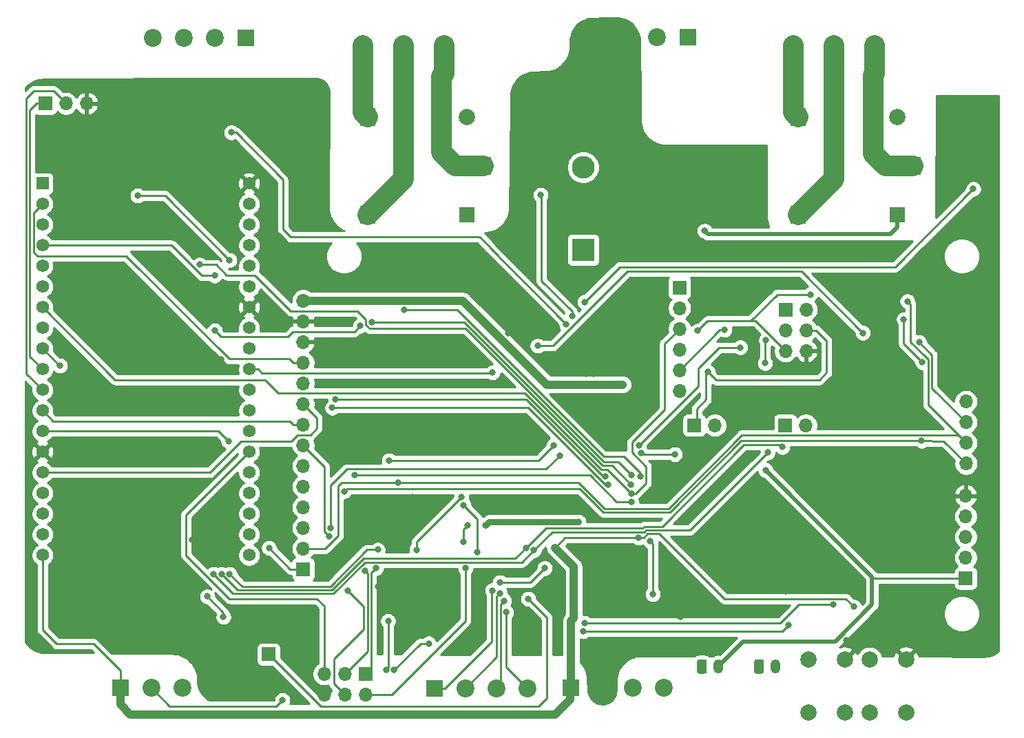
<source format=gbl>
G04 #@! TF.GenerationSoftware,KiCad,Pcbnew,5.1.9+dfsg1-1~bpo10+1*
G04 #@! TF.CreationDate,2022-02-21T13:38:10+00:00*
G04 #@! TF.ProjectId,ControllerCircuit,436f6e74-726f-46c6-9c65-724369726375,rev?*
G04 #@! TF.SameCoordinates,Original*
G04 #@! TF.FileFunction,Copper,L2,Bot*
G04 #@! TF.FilePolarity,Positive*
%FSLAX46Y46*%
G04 Gerber Fmt 4.6, Leading zero omitted, Abs format (unit mm)*
G04 Created by KiCad (PCBNEW 5.1.9+dfsg1-1~bpo10+1) date 2022-02-21 13:38:10*
%MOMM*%
%LPD*%
G01*
G04 APERTURE LIST*
G04 #@! TA.AperFunction,ComponentPad*
%ADD10O,1.700000X1.700000*%
G04 #@! TD*
G04 #@! TA.AperFunction,ComponentPad*
%ADD11R,1.700000X1.700000*%
G04 #@! TD*
G04 #@! TA.AperFunction,ComponentPad*
%ADD12C,2.000000*%
G04 #@! TD*
G04 #@! TA.AperFunction,ComponentPad*
%ADD13O,2.800000X2.800000*%
G04 #@! TD*
G04 #@! TA.AperFunction,ComponentPad*
%ADD14R,2.800000X2.800000*%
G04 #@! TD*
G04 #@! TA.AperFunction,ComponentPad*
%ADD15C,2.200000*%
G04 #@! TD*
G04 #@! TA.AperFunction,ComponentPad*
%ADD16R,2.000000X2.000000*%
G04 #@! TD*
G04 #@! TA.AperFunction,ComponentPad*
%ADD17O,1.200000X1.750000*%
G04 #@! TD*
G04 #@! TA.AperFunction,ComponentPad*
%ADD18C,1.560000*%
G04 #@! TD*
G04 #@! TA.AperFunction,ComponentPad*
%ADD19R,1.560000X1.560000*%
G04 #@! TD*
G04 #@! TA.AperFunction,ComponentPad*
%ADD20R,1.980000X1.980000*%
G04 #@! TD*
G04 #@! TA.AperFunction,ComponentPad*
%ADD21R,1.900000X2.200000*%
G04 #@! TD*
G04 #@! TA.AperFunction,ComponentPad*
%ADD22C,1.900000*%
G04 #@! TD*
G04 #@! TA.AperFunction,ComponentPad*
%ADD23R,1.900000X1.900000*%
G04 #@! TD*
G04 #@! TA.AperFunction,ViaPad*
%ADD24C,0.800000*%
G04 #@! TD*
G04 #@! TA.AperFunction,Conductor*
%ADD25C,0.250000*%
G04 #@! TD*
G04 #@! TA.AperFunction,Conductor*
%ADD26C,1.000000*%
G04 #@! TD*
G04 #@! TA.AperFunction,Conductor*
%ADD27C,0.750000*%
G04 #@! TD*
G04 #@! TA.AperFunction,Conductor*
%ADD28C,0.500000*%
G04 #@! TD*
G04 #@! TA.AperFunction,Conductor*
%ADD29C,2.500000*%
G04 #@! TD*
G04 #@! TA.AperFunction,Conductor*
%ADD30C,0.254000*%
G04 #@! TD*
G04 #@! TA.AperFunction,Conductor*
%ADD31C,0.100000*%
G04 #@! TD*
G04 APERTURE END LIST*
D10*
X205750000Y-109840000D03*
X205750000Y-112380000D03*
X205750000Y-114920000D03*
X205750000Y-117460000D03*
D11*
X205750000Y-120000000D03*
D12*
X193930000Y-129976000D03*
X198430000Y-129976000D03*
X193930000Y-136476000D03*
X198430000Y-136476000D03*
X186437000Y-129976000D03*
X190937000Y-129976000D03*
X186437000Y-136476000D03*
X190937000Y-136476000D03*
D13*
X158720000Y-69440000D03*
D14*
X158720000Y-79600000D03*
D10*
X205800000Y-103335000D03*
X205800000Y-100795000D03*
X205800000Y-98255000D03*
X205800000Y-105875000D03*
X124300000Y-85855000D03*
X124300000Y-88395000D03*
X124300000Y-90935000D03*
X124300000Y-93475000D03*
X124300000Y-96015000D03*
X124300000Y-98555000D03*
X124300000Y-101095000D03*
X124300000Y-103635000D03*
X124300000Y-106175000D03*
X124300000Y-108715000D03*
X124300000Y-111255000D03*
X124300000Y-113795000D03*
X124300000Y-116335000D03*
D11*
X124300000Y-118875000D03*
D15*
X160220000Y-53480000D03*
X164030000Y-53480000D03*
X167840000Y-53480000D03*
D16*
X171650000Y-53480000D03*
D15*
X105800000Y-53530000D03*
X109610000Y-53530000D03*
X113420000Y-53530000D03*
D16*
X117230000Y-53530000D03*
D17*
X182341000Y-130849600D03*
G04 #@! TA.AperFunction,ComponentPad*
G36*
G01*
X179741000Y-131474601D02*
X179741000Y-130224599D01*
G75*
G02*
X179990999Y-129974600I249999J0D01*
G01*
X180691001Y-129974600D01*
G75*
G02*
X180941000Y-130224599I0J-249999D01*
G01*
X180941000Y-131474601D01*
G75*
G02*
X180691001Y-131724600I-249999J0D01*
G01*
X179990999Y-131724600D01*
G75*
G02*
X179741000Y-131474601I0J249999D01*
G01*
G37*
G04 #@! TD.AperFunction*
X175330720Y-130849600D03*
G04 #@! TA.AperFunction,ComponentPad*
G36*
G01*
X172730720Y-131474601D02*
X172730720Y-130224599D01*
G75*
G02*
X172980719Y-129974600I249999J0D01*
G01*
X173680721Y-129974600D01*
G75*
G02*
X173930720Y-130224599I0J-249999D01*
G01*
X173930720Y-131474601D01*
G75*
G02*
X173680721Y-131724600I-249999J0D01*
G01*
X172980719Y-131724600D01*
G75*
G02*
X172730720Y-131474601I0J249999D01*
G01*
G37*
G04 #@! TD.AperFunction*
D10*
X174919360Y-101185240D03*
D11*
X172379360Y-101185240D03*
D10*
X186115680Y-101185240D03*
D11*
X183575680Y-101185240D03*
D10*
X97686860Y-61591720D03*
X95146860Y-61591720D03*
D11*
X92606860Y-61591720D03*
D10*
X117510000Y-129350000D03*
D11*
X120050000Y-129350000D03*
D10*
X170573420Y-96933280D03*
X170573420Y-94393280D03*
X170573420Y-91853280D03*
X170573420Y-89313280D03*
X170573420Y-86773280D03*
D11*
X170573420Y-84233280D03*
D10*
X126870000Y-134290000D03*
X126870000Y-131750000D03*
X129410000Y-134290000D03*
X129410000Y-131750000D03*
X131950000Y-134290000D03*
D11*
X131950000Y-131750000D03*
D10*
X186151240Y-92026000D03*
X183611240Y-92026000D03*
X186151240Y-89486000D03*
X183611240Y-89486000D03*
X186151240Y-86946000D03*
D11*
X183611240Y-86946000D03*
D18*
X117656394Y-117150000D03*
X117656394Y-114610000D03*
X117656394Y-112070000D03*
X117656394Y-109530000D03*
X117656394Y-106990000D03*
X117656394Y-104450000D03*
X117656394Y-101910000D03*
X117656394Y-99370000D03*
X117656394Y-96830000D03*
X117656394Y-94290000D03*
X117656394Y-91750000D03*
X117656394Y-89210000D03*
X117656394Y-86670000D03*
X117656394Y-84130000D03*
X117656394Y-81590000D03*
X117656394Y-79050000D03*
X117656394Y-76510000D03*
X117656394Y-73970000D03*
X117656394Y-71430000D03*
X92256394Y-114610000D03*
X92256394Y-112070000D03*
X92256394Y-109530000D03*
X92256394Y-106990000D03*
X92256394Y-104450000D03*
X92256394Y-101910000D03*
X92256394Y-99370000D03*
X92256394Y-96830000D03*
X92256394Y-94290000D03*
X92256394Y-91750000D03*
X92256394Y-89210000D03*
X92256394Y-86670000D03*
X92256394Y-84130000D03*
X92256394Y-81590000D03*
X92256394Y-79050000D03*
X92256394Y-76510000D03*
X92256394Y-117150000D03*
X92256394Y-73970000D03*
D19*
X92256394Y-71430000D03*
D20*
X144475000Y-75300000D03*
D21*
X146475000Y-69300000D03*
D12*
X144475000Y-63300000D03*
D21*
X132275000Y-63300000D03*
X132275000Y-75300000D03*
D20*
X197340000Y-75300000D03*
D21*
X199340000Y-69300000D03*
D12*
X197340000Y-63300000D03*
D21*
X185140000Y-63300000D03*
X185140000Y-75300000D03*
D15*
X168679020Y-133488660D03*
X164869020Y-133488660D03*
X161059020Y-133488660D03*
D16*
X157249020Y-133488660D03*
D15*
X151855686Y-133503660D03*
X148045686Y-133503660D03*
X144235686Y-133503660D03*
D16*
X140425686Y-133503660D03*
D22*
X131685000Y-54450000D03*
X136685000Y-54450000D03*
D23*
X141685000Y-54450000D03*
D22*
X184550000Y-54450000D03*
X189550000Y-54450000D03*
D23*
X194550000Y-54450000D03*
D15*
X113270000Y-133500000D03*
X109460000Y-133500000D03*
X105650000Y-133500000D03*
D16*
X101840000Y-133500000D03*
D24*
X159950000Y-117900000D03*
X175670000Y-80460000D03*
X177670840Y-80464000D03*
X176670840Y-80464000D03*
X178620840Y-80464000D03*
X203250000Y-63750000D03*
X203250000Y-62750000D03*
X202750000Y-67250000D03*
X202750000Y-68250000D03*
X150500000Y-60500000D03*
X151500000Y-60500000D03*
X152750000Y-64500000D03*
X180575000Y-69575000D03*
X180575000Y-68575000D03*
X179625000Y-68575000D03*
X179625000Y-69575000D03*
X151499940Y-89860560D03*
X151499940Y-88860560D03*
X149549940Y-88860560D03*
X149549940Y-89860560D03*
X150549940Y-88860560D03*
X150549940Y-89860560D03*
X120950000Y-89300000D03*
X120950000Y-88300000D03*
X157750000Y-62100000D03*
X158750000Y-62100000D03*
X157750000Y-63000000D03*
X158750000Y-63000000D03*
X101111340Y-128600000D03*
X103061340Y-128600000D03*
X208125000Y-76575000D03*
X207125000Y-76575000D03*
X207125000Y-75575000D03*
X208125000Y-75575000D03*
X209075000Y-76575000D03*
X209075000Y-75575000D03*
X187202220Y-94092560D03*
X185252220Y-94092560D03*
X186252220Y-94092560D03*
X167250000Y-69800000D03*
X173050000Y-69600000D03*
X174150000Y-69600000D03*
X157490000Y-65910000D03*
X158390000Y-65910000D03*
X120850000Y-71500000D03*
X191102320Y-109555980D03*
X193052320Y-110555980D03*
X193052320Y-109555980D03*
X192102320Y-109555980D03*
X208569320Y-127053760D03*
X207619320Y-127053760D03*
X207619320Y-128053760D03*
X206619320Y-128053760D03*
X208569320Y-128053760D03*
X142423260Y-91657180D03*
X141473260Y-91657180D03*
X141483260Y-92937180D03*
X140483260Y-92937180D03*
X142433260Y-92937180D03*
X140473260Y-91657180D03*
X108312540Y-115213420D03*
X107312540Y-115213420D03*
X108312540Y-114213420D03*
X107312540Y-114213420D03*
X110650240Y-92168320D03*
X110650240Y-93168320D03*
X109700240Y-93168320D03*
X109700240Y-92168320D03*
X108700240Y-93168320D03*
X108700240Y-92168320D03*
X114216400Y-94047160D03*
X114216400Y-93047160D03*
X109807680Y-97509940D03*
X110807680Y-97509940D03*
X110807680Y-98509940D03*
X109807680Y-98509940D03*
X101526560Y-87722560D03*
X100576560Y-87722560D03*
X101526560Y-86722560D03*
X99576560Y-87722560D03*
X100576560Y-86722560D03*
X99576560Y-86722560D03*
X164969480Y-98027700D03*
X166919480Y-99027700D03*
X166919480Y-98027700D03*
X165969480Y-98027700D03*
X164969480Y-99027700D03*
X165969480Y-99027700D03*
X147675540Y-101595300D03*
X146675540Y-101595300D03*
X141164120Y-96181500D03*
X142164120Y-96181500D03*
X110701000Y-104892960D03*
X109701000Y-104892960D03*
X110701000Y-103892960D03*
X109701000Y-103892960D03*
X111216620Y-108045100D03*
X110216620Y-108045100D03*
X102390120Y-114948820D03*
X102390120Y-113948820D03*
X101390120Y-114948820D03*
X101390120Y-113948820D03*
X174727180Y-115074760D03*
X174727180Y-114074760D03*
X173727180Y-115074760D03*
X173727180Y-114074760D03*
X198833960Y-97870620D03*
X197883960Y-97870620D03*
X197883960Y-98870620D03*
X196883960Y-98870620D03*
X198833960Y-98870620D03*
X196883960Y-97870620D03*
X167687160Y-85867320D03*
X167637160Y-83817320D03*
X168587160Y-84817320D03*
X167687160Y-86867320D03*
X167637160Y-84817320D03*
X168587160Y-83817320D03*
X178807280Y-99734220D03*
X179757280Y-99734220D03*
X177807280Y-99734220D03*
X140766980Y-103191160D03*
X139766980Y-103191160D03*
X139766980Y-102191160D03*
X140766980Y-102191160D03*
X133414440Y-103104800D03*
X133414440Y-102104800D03*
X129576500Y-101998120D03*
X129576500Y-102998120D03*
X147934340Y-111650140D03*
X146934340Y-111650140D03*
X99608820Y-77367740D03*
X98608820Y-77367740D03*
X138499940Y-81860560D03*
X136549940Y-81860560D03*
X136549940Y-80860560D03*
X138499940Y-80860560D03*
X137549940Y-81860560D03*
X137549940Y-80860560D03*
X113299940Y-70530560D03*
X113299940Y-69530560D03*
X112349940Y-69530560D03*
X112349940Y-70530560D03*
X111349940Y-70530560D03*
X111349940Y-69530560D03*
X124499940Y-66860560D03*
X124499940Y-67860560D03*
X122549940Y-66860560D03*
X123549940Y-66860560D03*
X123549940Y-67860560D03*
X122549940Y-67860560D03*
X111662540Y-115233420D03*
X110662540Y-115233420D03*
X192102320Y-110555980D03*
X191102320Y-110555980D03*
X193920840Y-80214000D03*
X192970840Y-80214000D03*
X176400000Y-94300000D03*
X159069480Y-94827700D03*
X160019480Y-94827700D03*
X159069480Y-93827700D03*
X160019480Y-93827700D03*
X202788960Y-107257620D03*
X201838960Y-107257620D03*
X201838960Y-108257620D03*
X200838960Y-107257620D03*
X202788960Y-108257620D03*
X96129940Y-65770560D03*
X98079940Y-65770560D03*
X97129940Y-65770560D03*
X170730000Y-112880000D03*
X170704580Y-123743380D03*
X170704580Y-124743380D03*
X159554580Y-123353380D03*
X159554580Y-124353380D03*
X167883380Y-128995420D03*
X166883380Y-128995420D03*
X163014580Y-128723380D03*
X163014580Y-127723380D03*
X183602760Y-120565680D03*
X183602760Y-119615680D03*
X183602760Y-121565680D03*
X191120840Y-80214000D03*
X192070840Y-80214000D03*
X190120840Y-80214000D03*
X189120000Y-80210000D03*
X158060840Y-83004000D03*
X157060000Y-83000000D03*
X152020840Y-80964000D03*
X151020000Y-80960000D03*
X206600000Y-127040000D03*
X202615000Y-80855000D03*
X201665000Y-80855000D03*
X200665000Y-79855000D03*
X201665000Y-79855000D03*
X202615000Y-79855000D03*
X200665000Y-80855000D03*
X162950840Y-74674000D03*
X161950000Y-74670000D03*
X181800000Y-83370000D03*
X182830000Y-83400000D03*
X179349500Y-85935080D03*
X200838960Y-108282000D03*
X198375000Y-127459000D03*
X188815320Y-118156760D03*
X188815320Y-119156760D03*
X187815320Y-119156760D03*
X189765320Y-119156760D03*
X189765320Y-118156760D03*
X187796000Y-118143000D03*
X141000000Y-119500000D03*
X154000000Y-110250000D03*
X154000000Y-111500000D03*
X158000000Y-116250000D03*
X196250000Y-121750000D03*
X109500000Y-125250000D03*
X109500000Y-124000000D03*
X143250000Y-127750000D03*
X155500000Y-119250000D03*
X142250000Y-123750000D03*
X144250000Y-127750000D03*
X135000000Y-120250000D03*
X137750000Y-110000000D03*
X191126048Y-127576048D03*
X146000000Y-96000000D03*
X148750000Y-96000000D03*
X151750000Y-128500000D03*
X153000000Y-128500000D03*
X133500000Y-121000000D03*
X125000000Y-124250000D03*
X125000000Y-125750000D03*
X158177000Y-113071010D03*
X115238260Y-80857620D03*
X103950000Y-72940000D03*
X163600000Y-96200000D03*
X167280000Y-121960000D03*
X181160002Y-106720000D03*
X146749992Y-113500000D03*
X144250000Y-118750000D03*
X167000000Y-115463788D03*
X113450000Y-89520000D03*
X164650000Y-107300000D03*
X132750000Y-88500000D03*
X131308284Y-88957372D03*
X164644808Y-109545687D03*
X111562911Y-81429988D03*
X164625838Y-108474162D03*
X165750000Y-107500000D03*
X136750000Y-87000000D03*
X113420000Y-82770000D03*
X144024990Y-111000000D03*
X145700011Y-116750000D03*
X135500000Y-131250000D03*
X139750000Y-128000000D03*
X134750000Y-125250000D03*
X121750000Y-135000000D03*
X134500000Y-131250000D03*
X129350000Y-109300000D03*
X200350000Y-103100000D03*
X200440000Y-93440000D03*
X198150000Y-88150000D03*
X131889968Y-119084713D03*
X127650000Y-113799996D03*
X155868456Y-104883501D03*
X170000000Y-104750000D03*
X200025021Y-90940000D03*
X165850160Y-104599840D03*
X129750000Y-121500000D03*
X135950000Y-108200000D03*
X198600000Y-85930000D03*
X133250000Y-118750000D03*
X178046790Y-91596790D03*
X134850001Y-105500000D03*
X165595473Y-103632804D03*
X155132804Y-103632804D03*
X148500000Y-120500000D03*
X154000000Y-118750000D03*
X155258500Y-116239820D03*
X173662085Y-77263989D03*
X192000000Y-123500000D03*
X165549989Y-115010000D03*
X161800002Y-108500000D03*
X127870000Y-99040000D03*
X161472344Y-107477664D03*
X128300000Y-97975010D03*
X206700000Y-72100000D03*
X158900000Y-86010000D03*
X153500000Y-72850000D03*
X157350000Y-87750000D03*
X149000000Y-122750000D03*
X148497772Y-121821398D03*
X147557375Y-121481284D03*
X149272794Y-124181237D03*
X143750000Y-110000000D03*
X138250000Y-116500010D03*
X112512660Y-122237340D03*
X114500000Y-124750000D03*
X120100000Y-116260000D03*
X115111260Y-103125800D03*
X147597860Y-94665060D03*
X153135060Y-91401160D03*
X193120000Y-89820000D03*
X94405180Y-93844640D03*
X133475010Y-116482098D03*
X115268998Y-119468359D03*
X174088780Y-94632040D03*
X181415154Y-104530166D03*
X113262660Y-119487340D03*
X152675952Y-116557243D03*
X183230000Y-103855021D03*
X151725010Y-116247837D03*
X114269034Y-119493714D03*
X164640000Y-110564990D03*
X130640000Y-107320000D03*
X151975000Y-122525000D03*
X115477500Y-65160008D03*
X156652340Y-88742340D03*
X127500000Y-114830000D03*
X176087760Y-89437740D03*
X172841640Y-89539340D03*
X186660000Y-85080000D03*
X181096640Y-93527140D03*
X181216020Y-90725520D03*
X144500000Y-113500000D03*
X144000000Y-115500000D03*
X189500000Y-123250000D03*
X158930356Y-125502416D03*
X184000000Y-125750000D03*
X158750000Y-126500000D03*
D25*
X107320640Y-72940000D02*
X103950000Y-72940000D01*
X115238260Y-80857620D02*
X107320640Y-72940000D01*
D26*
X143939315Y-85855000D02*
X154259306Y-96174991D01*
X124300000Y-85855000D02*
X143939315Y-85855000D01*
X163574991Y-96174991D02*
X163600000Y-96200000D01*
X154259306Y-96174991D02*
X163574991Y-96174991D01*
D27*
X158177000Y-113071010D02*
X147178982Y-113071010D01*
X147178982Y-113071010D02*
X146749992Y-113500000D01*
D28*
X189750000Y-127750000D02*
X178400320Y-127750000D01*
X194250000Y-119809998D02*
X194250000Y-123250000D01*
X194250000Y-123250000D02*
X189750000Y-127750000D01*
X181160002Y-106720000D02*
X194250000Y-119809998D01*
X178400320Y-127750000D02*
X175330720Y-130819600D01*
D25*
X144250000Y-125250000D02*
X144250000Y-118750000D01*
X135210000Y-134290000D02*
X144250000Y-125250000D01*
X131950000Y-134290000D02*
X135210000Y-134290000D01*
X167280000Y-121960000D02*
X167280000Y-115743788D01*
X167280000Y-115743788D02*
X167000000Y-115463788D01*
X194440002Y-120000000D02*
X205750000Y-120000000D01*
X181160002Y-106720000D02*
X194440002Y-120000000D01*
X113450000Y-89520000D02*
X114249489Y-90319489D01*
X130595656Y-89670000D02*
X131308284Y-88957372D01*
X123040020Y-89670000D02*
X130595656Y-89670000D01*
X163037316Y-105687316D02*
X161300905Y-105687316D01*
X144113589Y-88500000D02*
X132750000Y-88500000D01*
X161300905Y-105687316D02*
X144113589Y-88500000D01*
X122390531Y-90319489D02*
X123040020Y-89670000D01*
X114249489Y-90319489D02*
X122390531Y-90319489D01*
X164650000Y-107300000D02*
X163037316Y-105687316D01*
X119594380Y-95574380D02*
X121270000Y-97250000D01*
X101160774Y-95574380D02*
X119594380Y-95574380D01*
X121270000Y-97250000D02*
X151590768Y-97250000D01*
X161686459Y-106587338D02*
X164644808Y-109545687D01*
X92256394Y-86670000D02*
X101160774Y-95574380D01*
X160928106Y-106587338D02*
X161686459Y-106587338D01*
X151590768Y-97250000D02*
X160928106Y-106587338D01*
X165210493Y-109545687D02*
X164644808Y-109545687D01*
X166475001Y-108281179D02*
X165210493Y-109545687D01*
X166475001Y-106250001D02*
X166475001Y-108281179D01*
X164750000Y-104525000D02*
X166475001Y-106250001D01*
X164750000Y-103250000D02*
X164750000Y-104525000D01*
X168725002Y-99274998D02*
X164750000Y-103250000D01*
X168725002Y-91161698D02*
X168725002Y-99274998D01*
X170573420Y-89313280D02*
X168725002Y-91161698D01*
X122790000Y-87110000D02*
X130983000Y-87110000D01*
X130983000Y-87110000D02*
X132024998Y-88151998D01*
X118390867Y-82710867D02*
X122790000Y-87110000D01*
X144262127Y-89284949D02*
X161114505Y-106137327D01*
X161114505Y-106137327D02*
X162289003Y-106137327D01*
X114873869Y-82710867D02*
X118390867Y-82710867D01*
X132461945Y-89284949D02*
X144262127Y-89284949D01*
X132024998Y-88848002D02*
X132461945Y-89284949D01*
X113592990Y-81429988D02*
X114873869Y-82710867D01*
X111562911Y-81429988D02*
X113592990Y-81429988D01*
X132024998Y-88151998D02*
X132024998Y-88848002D01*
X162289003Y-106137327D02*
X164625838Y-108474162D01*
X165750000Y-107500000D02*
X165750000Y-107000000D01*
X165750000Y-107000000D02*
X163750000Y-105000000D01*
X163750000Y-105000000D02*
X161250000Y-105000000D01*
X161250000Y-105000000D02*
X143250000Y-87000000D01*
X143250000Y-87000000D02*
X136750000Y-87000000D01*
X111850000Y-82770000D02*
X113420000Y-82770000D01*
X108130000Y-79050000D02*
X111850000Y-82770000D01*
X92256394Y-79050000D02*
X108130000Y-79050000D01*
X145700011Y-112675021D02*
X145700011Y-116750000D01*
X144024990Y-111000000D02*
X145700011Y-112675021D01*
X135500000Y-131250000D02*
X138750000Y-128000000D01*
X138750000Y-128000000D02*
X139750000Y-128000000D01*
X105650000Y-133500000D02*
X107900000Y-135750000D01*
X107900000Y-135750000D02*
X121000000Y-135750000D01*
X121000000Y-135750000D02*
X121750000Y-135000000D01*
X134750000Y-125250000D02*
X134750000Y-131000000D01*
X134750000Y-131000000D02*
X134500000Y-131250000D01*
X205800000Y-105875000D02*
X203055011Y-103130011D01*
X203055011Y-103130011D02*
X200350000Y-103100000D01*
X198150000Y-91150000D02*
X198150000Y-88150000D01*
X200440000Y-93440000D02*
X198150000Y-91150000D01*
X161182424Y-111855013D02*
X158302406Y-108974995D01*
X158302406Y-108974995D02*
X129675005Y-108974995D01*
X129675005Y-108974995D02*
X129350000Y-109300000D01*
X169399165Y-111855013D02*
X161182424Y-111855013D01*
X178154178Y-103100000D02*
X169399165Y-111855013D01*
X200350000Y-103100000D02*
X178154178Y-103100000D01*
X132219094Y-128940906D02*
X132219094Y-119413839D01*
X129410000Y-131750000D02*
X132219094Y-128940906D01*
X132219094Y-119413839D02*
X131889968Y-119084713D01*
X201615012Y-92529991D02*
X200025021Y-90940000D01*
X205800000Y-100795000D02*
X201615012Y-96610012D01*
X201615012Y-96610012D02*
X201615012Y-92529991D01*
X170000000Y-104750000D02*
X166000320Y-104750000D01*
X166000320Y-104750000D02*
X165850160Y-104599840D01*
X129675002Y-106574998D02*
X154176959Y-106574998D01*
X127650000Y-108600000D02*
X129675002Y-106574998D01*
X154176959Y-106574998D02*
X155868456Y-104883501D01*
X127650000Y-113799996D02*
X127650000Y-108600000D01*
X131750000Y-123500000D02*
X129750000Y-121500000D01*
X131750000Y-126250000D02*
X131750000Y-123500000D01*
X128100001Y-129899999D02*
X131750000Y-126250000D01*
X128100001Y-132980001D02*
X128100001Y-129899999D01*
X129410000Y-134290000D02*
X128100001Y-132980001D01*
X205800000Y-103335000D02*
X205765000Y-103300000D01*
X131950000Y-131750000D02*
X131950000Y-131350000D01*
X127035000Y-116335000D02*
X124300000Y-116335000D01*
X129040000Y-108200000D02*
X135950000Y-108200000D01*
X128624999Y-108615001D02*
X129040000Y-108200000D01*
X127035000Y-116335000D02*
X128624999Y-114745001D01*
X128624999Y-114745001D02*
X128624999Y-108615001D01*
X205800000Y-103335000D02*
X201165001Y-98700001D01*
X201165001Y-98700001D02*
X201165001Y-93091999D01*
X200708001Y-92684999D02*
X198999999Y-90976997D01*
X198999999Y-86329999D02*
X198600000Y-85930000D01*
X200758001Y-92684999D02*
X200708001Y-92684999D01*
X198999999Y-90976997D02*
X198999999Y-86329999D01*
X201165001Y-93091999D02*
X200758001Y-92684999D01*
X204839999Y-102374999D02*
X205800000Y-103335000D01*
X161368824Y-111405002D02*
X169212765Y-111405002D01*
X135950000Y-108200000D02*
X158163822Y-108200000D01*
X178242768Y-102374999D02*
X204839999Y-102374999D01*
X158163822Y-108200000D02*
X161368824Y-111405002D01*
X169212765Y-111405002D02*
X178242768Y-102374999D01*
X132669102Y-131030898D02*
X132669102Y-119330898D01*
X132669102Y-119330898D02*
X133250000Y-118750000D01*
X131950000Y-131750000D02*
X132669102Y-131030898D01*
X91151393Y-79891393D02*
X91151393Y-75075001D01*
X123097919Y-93475000D02*
X122634439Y-93011520D01*
X91600000Y-80340000D02*
X91151393Y-79891393D01*
X124300000Y-93475000D02*
X123097919Y-93475000D01*
X122634439Y-93011520D02*
X115211738Y-93011520D01*
X115211738Y-93011520D02*
X102540218Y-80340000D01*
X91151393Y-75075001D02*
X92256394Y-73970000D01*
X102540218Y-80340000D02*
X91600000Y-80340000D01*
X178046790Y-91596790D02*
X175453210Y-91596790D01*
X175453210Y-91596790D02*
X172850000Y-94200000D01*
X172850000Y-96378277D02*
X165595473Y-103632804D01*
X172850000Y-94200000D02*
X172850000Y-96378277D01*
X134850001Y-105500000D02*
X153265608Y-105500000D01*
X153265608Y-105500000D02*
X155132804Y-103632804D01*
X148500000Y-120500000D02*
X152250000Y-120500000D01*
X152250000Y-120500000D02*
X154000000Y-118750000D01*
D29*
X184550000Y-62710000D02*
X185140000Y-63300000D01*
X184550000Y-54450000D02*
X184550000Y-62710000D01*
X189550000Y-70890000D02*
X185140000Y-75300000D01*
X189550000Y-54450000D02*
X189550000Y-70890000D01*
X194550000Y-57900000D02*
X194359260Y-58090740D01*
X194359260Y-58090740D02*
X194359260Y-67769260D01*
X194359260Y-67769260D02*
X195890000Y-69300000D01*
X194550000Y-54450000D02*
X194550000Y-57900000D01*
X195890000Y-69300000D02*
X199340000Y-69300000D01*
D25*
X92256394Y-126306394D02*
X92256394Y-117150000D01*
X94013520Y-128063520D02*
X92256394Y-126306394D01*
X98523156Y-128063520D02*
X94013520Y-128063520D01*
X101840000Y-133500000D02*
X101840000Y-131380364D01*
X101840000Y-131380364D02*
X98523156Y-128063520D01*
D28*
X196466012Y-77663988D02*
X174062084Y-77663988D01*
X174062084Y-77663988D02*
X173662085Y-77263989D01*
X197340000Y-75300000D02*
X197340000Y-76790000D01*
X197340000Y-76790000D02*
X196466012Y-77663988D01*
D26*
X157574980Y-118556300D02*
X155258500Y-116239820D01*
X157249020Y-125228984D02*
X157574980Y-124903024D01*
X157249020Y-133488660D02*
X157249020Y-125228984D01*
X157574980Y-124903024D02*
X157574980Y-118556300D01*
X157151340Y-133488660D02*
X157249020Y-133488660D01*
X101840000Y-135500000D02*
X103065011Y-136725011D01*
X155304989Y-136725011D02*
X157151340Y-134878660D01*
X101840000Y-133500000D02*
X101840000Y-135500000D01*
X103065011Y-136725011D02*
X155304989Y-136725011D01*
X157151340Y-134878660D02*
X157151340Y-133488660D01*
D25*
X166166994Y-115010000D02*
X165549989Y-115010000D01*
X166651997Y-114524997D02*
X166166994Y-115010000D01*
X192000000Y-123500000D02*
X191024999Y-122524999D01*
X168098002Y-114524998D02*
X166651997Y-114524997D01*
X156488320Y-115010000D02*
X165549989Y-115010000D01*
X155258500Y-116239820D02*
X156488320Y-115010000D01*
X176098003Y-122524999D02*
X168098002Y-114524998D01*
X191024999Y-122524999D02*
X176098003Y-122524999D01*
D29*
X131685000Y-62710000D02*
X132275000Y-63300000D01*
X131685000Y-54450000D02*
X131685000Y-62710000D01*
X136685000Y-70890000D02*
X132275000Y-75300000D01*
X136685000Y-54450000D02*
X136685000Y-70890000D01*
X143025000Y-69300000D02*
X141270720Y-67545720D01*
X146475000Y-69300000D02*
X143025000Y-69300000D01*
X141270720Y-67545720D02*
X141270720Y-58307500D01*
X141270720Y-58307500D02*
X141649990Y-57928230D01*
X141649990Y-57928230D02*
X141649990Y-54450000D01*
D25*
X161800002Y-108500000D02*
X161421678Y-108500000D01*
X151961678Y-99040000D02*
X127870000Y-99040000D01*
X161421678Y-108500000D02*
X151961678Y-99040000D01*
X126870000Y-123370000D02*
X126870000Y-131750000D01*
X115250000Y-122500000D02*
X126000000Y-122500000D01*
X109910000Y-117160000D02*
X115250000Y-122500000D01*
X126000000Y-122500000D02*
X126870000Y-123370000D01*
X109910000Y-112196394D02*
X109910000Y-117160000D01*
X117656394Y-104450000D02*
X109910000Y-112196394D01*
X151679367Y-97975010D02*
X128300000Y-97975010D01*
X161182021Y-107477664D02*
X151679367Y-97975010D01*
X161472344Y-107477664D02*
X161182021Y-107477664D01*
X206700000Y-72100000D02*
X197100000Y-81700000D01*
X163210000Y-81700000D02*
X158900000Y-86010000D01*
X197100000Y-81700000D02*
X163210000Y-81700000D01*
X157350000Y-87184315D02*
X157350000Y-87750000D01*
X153600000Y-83434315D02*
X157350000Y-87184315D01*
X153500000Y-72850000D02*
X153600000Y-72950000D01*
X153600000Y-72950000D02*
X153600000Y-83434315D01*
X148045686Y-133503660D02*
X148547784Y-133001562D01*
X148547784Y-123202216D02*
X149000000Y-122750000D01*
X148547784Y-133001562D02*
X148547784Y-123202216D01*
X148097773Y-129652227D02*
X148097773Y-122221397D01*
X144246340Y-133503660D02*
X148097773Y-129652227D01*
X144235686Y-133503660D02*
X144246340Y-133503660D01*
X148097773Y-122221397D02*
X148497772Y-121821398D01*
X147500000Y-121538659D02*
X147557375Y-121481284D01*
X147500000Y-127750000D02*
X147500000Y-121538659D01*
X141746340Y-133503660D02*
X147500000Y-127750000D01*
X140425686Y-133503660D02*
X141746340Y-133503660D01*
X151855686Y-133503660D02*
X149272794Y-130920768D01*
X149272794Y-130920768D02*
X149272794Y-124181237D01*
X143750000Y-110000000D02*
X138250000Y-115500000D01*
X138250000Y-115500000D02*
X138250000Y-116500010D01*
X112512660Y-122237340D02*
X114500000Y-124224680D01*
X114500000Y-124224680D02*
X114500000Y-124750000D01*
X123097919Y-101095000D02*
X124300000Y-101095000D01*
X92256394Y-99370000D02*
X93546394Y-100660000D01*
X122662919Y-100660000D02*
X123097919Y-101095000D01*
X93546394Y-100660000D02*
X122662919Y-100660000D01*
X122715000Y-118875000D02*
X120100000Y-116260000D01*
X124300000Y-118875000D02*
X122715000Y-118875000D01*
X113895460Y-101910000D02*
X115111260Y-103125800D01*
X92256394Y-101910000D02*
X113895460Y-101910000D01*
X125985000Y-101566240D02*
X125985000Y-100240000D01*
X125177280Y-102373960D02*
X125985000Y-101566240D01*
X112860000Y-106990000D02*
X116670000Y-103180000D01*
X125985000Y-100240000D02*
X124300000Y-98555000D01*
X92256394Y-106990000D02*
X112860000Y-106990000D01*
X116670000Y-103180000D02*
X122826000Y-103180000D01*
X123632040Y-102373960D02*
X125177280Y-102373960D01*
X122826000Y-103180000D02*
X123632040Y-102373960D01*
X147512920Y-94750000D02*
X147597860Y-94665060D01*
X119219480Y-94750000D02*
X147512920Y-94750000D01*
X117656394Y-94290000D02*
X118759480Y-94290000D01*
X118759480Y-94290000D02*
X119219480Y-94750000D01*
X185547000Y-82247000D02*
X193120000Y-89820000D01*
X164173000Y-82247000D02*
X185547000Y-82247000D01*
X153135060Y-91401160D02*
X155018840Y-91401160D01*
X155018840Y-91401160D02*
X164173000Y-82247000D01*
X94351034Y-93844640D02*
X94405180Y-93844640D01*
X92256394Y-91750000D02*
X94351034Y-93844640D01*
X133475010Y-116482098D02*
X132165421Y-116482098D01*
X127647519Y-121000000D02*
X116800639Y-121000000D01*
X132165421Y-116482098D02*
X127647519Y-121000000D01*
X116800639Y-121000000D02*
X115268998Y-119468359D01*
X175056740Y-95600000D02*
X174088780Y-94632040D01*
X187353321Y-89486000D02*
X188650000Y-90782679D01*
X186151240Y-89486000D02*
X187353321Y-89486000D01*
X188650000Y-90782679D02*
X188650000Y-94700000D01*
X188650000Y-94700000D02*
X187750000Y-95600000D01*
X187750000Y-95600000D02*
X175056740Y-95600000D01*
X175150000Y-100954600D02*
X174919360Y-101185240D01*
X172700000Y-99150000D02*
X172700000Y-100864600D01*
X173850000Y-98000000D02*
X172700000Y-99150000D01*
X174088780Y-94632040D02*
X173850000Y-94870820D01*
X172700000Y-100864600D02*
X172379360Y-101185240D01*
X173850000Y-94870820D02*
X173850000Y-98000000D01*
X90251371Y-60998269D02*
X90251371Y-94824977D01*
X95146860Y-61591720D02*
X93635560Y-60080420D01*
X93635560Y-60080420D02*
X91169220Y-60080420D01*
X91169220Y-60080420D02*
X90251371Y-60998269D01*
X90251371Y-94824977D02*
X92256394Y-96830000D01*
X166255585Y-114284999D02*
X154948196Y-114284999D01*
X154948196Y-114284999D02*
X152675952Y-116557243D01*
X171870333Y-114074987D02*
X166465596Y-114074988D01*
X181415154Y-104530166D02*
X171870333Y-114074987D01*
X166465596Y-114074988D02*
X166255585Y-114284999D01*
X115650022Y-121900022D02*
X128020319Y-121900022D01*
X131895343Y-118024998D02*
X151208197Y-118024998D01*
X128020319Y-121900022D02*
X131895343Y-118024998D01*
X151208197Y-118024998D02*
X152675952Y-116557243D01*
X113262660Y-119487340D02*
X113262660Y-119512660D01*
X113262660Y-119512660D02*
X115650022Y-121900022D01*
X92606860Y-61591720D02*
X91506860Y-61591720D01*
X91506860Y-61591720D02*
X90701382Y-62397198D01*
X90701382Y-62397198D02*
X90701382Y-92734988D01*
X90701382Y-92734988D02*
X92256394Y-94290000D01*
X166069186Y-113834988D02*
X154137859Y-113834988D01*
X183230000Y-103855021D02*
X182974990Y-103600011D01*
X154137859Y-113834988D02*
X151725010Y-116247837D01*
X168470799Y-113624979D02*
X166279195Y-113624979D01*
X166279195Y-113624979D02*
X166069186Y-113834988D01*
X182974990Y-103600011D02*
X178495767Y-103600011D01*
X178495767Y-103600011D02*
X168470799Y-113624979D01*
X150397860Y-117574987D02*
X131708943Y-117574987D01*
X116225331Y-121450011D02*
X114269034Y-119493714D01*
X127833919Y-121450011D02*
X116225331Y-121450011D01*
X131708943Y-117574987D02*
X127833919Y-121450011D01*
X151725010Y-116247837D02*
X150397860Y-117574987D01*
X162834625Y-110564990D02*
X159589635Y-107320000D01*
X159589635Y-107320000D02*
X130640000Y-107320000D01*
X164640000Y-110564990D02*
X162834625Y-110564990D01*
X120050000Y-129350000D02*
X126450000Y-135750000D01*
X154250000Y-124800000D02*
X151975000Y-122525000D01*
X126450000Y-135750000D02*
X153250000Y-135750000D01*
X153250000Y-135750000D02*
X154250000Y-134750000D01*
X154250000Y-134750000D02*
X154250000Y-124800000D01*
X116043185Y-65160008D02*
X115477500Y-65160008D01*
X121800000Y-71000000D02*
X116043185Y-65160008D01*
X121800000Y-77050000D02*
X121800000Y-71000000D01*
X132420000Y-78030000D02*
X122780000Y-78030000D01*
X122780000Y-78030000D02*
X121800000Y-77050000D01*
X132450000Y-78000000D02*
X132420000Y-78030000D01*
X146000000Y-78000000D02*
X132450000Y-78000000D01*
X147205520Y-79295520D02*
X147205520Y-79205520D01*
X147205520Y-79205520D02*
X146000000Y-78000000D01*
X156652340Y-88742340D02*
X147205520Y-79295520D01*
X126918750Y-114248750D02*
X127500000Y-114830000D01*
X126918750Y-106253750D02*
X126918750Y-114248750D01*
X124300000Y-103635000D02*
X126918750Y-106253750D01*
X175528960Y-89437740D02*
X176087760Y-89437740D01*
X170573420Y-94393280D02*
X175528960Y-89437740D01*
X182600000Y-85080000D02*
X186660000Y-85080000D01*
X179310000Y-88370000D02*
X182600000Y-85080000D01*
X174010980Y-88370000D02*
X179310000Y-88370000D01*
X172841640Y-89539340D02*
X174010980Y-88370000D01*
X179935240Y-88350000D02*
X174030980Y-88350000D01*
X174030980Y-88350000D02*
X172841640Y-89539340D01*
X183611240Y-92026000D02*
X179935240Y-88350000D01*
X181096640Y-93527140D02*
X181096640Y-90844900D01*
X181096640Y-90844900D02*
X181216020Y-90725520D01*
X144000000Y-114000000D02*
X144000000Y-115500000D01*
X144500000Y-113500000D02*
X144000000Y-114000000D01*
X189500000Y-123250000D02*
X185250000Y-123250000D01*
X185250000Y-123250000D02*
X182997584Y-125502416D01*
X182997584Y-125502416D02*
X158930356Y-125502416D01*
X183250000Y-126500000D02*
X158750000Y-126500000D01*
X184000000Y-125750000D02*
X183250000Y-126500000D01*
D30*
X175544100Y-129354641D02*
X175330720Y-129333625D01*
X175088618Y-129357470D01*
X174855819Y-129428089D01*
X174641271Y-129542767D01*
X174639280Y-129544401D01*
X174244069Y-129543611D01*
X174174107Y-129486195D01*
X174020571Y-129404128D01*
X173853975Y-129353592D01*
X173680721Y-129336528D01*
X172980719Y-129336528D01*
X172807465Y-129353592D01*
X172640869Y-129404128D01*
X172487333Y-129486195D01*
X172421807Y-129539970D01*
X165920722Y-129526981D01*
X165913618Y-129527166D01*
X165578488Y-129545269D01*
X165564365Y-129546828D01*
X165233354Y-129602252D01*
X165219495Y-129605378D01*
X164896747Y-129697428D01*
X164883323Y-129702083D01*
X164572875Y-129829608D01*
X164560055Y-129835733D01*
X164265795Y-129997135D01*
X164253740Y-130004654D01*
X163979349Y-130197915D01*
X163968209Y-130206733D01*
X163717123Y-130429433D01*
X163707038Y-130439441D01*
X163482397Y-130688794D01*
X163473492Y-130699865D01*
X163278110Y-130972748D01*
X163270498Y-130984745D01*
X163106818Y-131277745D01*
X163100594Y-131290517D01*
X162970667Y-131599967D01*
X162965908Y-131613354D01*
X162871358Y-131935379D01*
X162868124Y-131949214D01*
X162810135Y-132279785D01*
X162808467Y-132293895D01*
X162787766Y-132628875D01*
X162787526Y-132635977D01*
X162780811Y-133802408D01*
X162761464Y-134049116D01*
X162707689Y-134285938D01*
X162620253Y-134512512D01*
X162500998Y-134724063D01*
X162352420Y-134916164D01*
X162177646Y-135084775D01*
X161980330Y-135226367D01*
X161764635Y-135337953D01*
X161535079Y-135417197D01*
X161296474Y-135462438D01*
X161053648Y-135472731D01*
X160805171Y-135447887D01*
X160562353Y-135388802D01*
X160330065Y-135296637D01*
X160112793Y-135173171D01*
X159914728Y-135020784D01*
X159739690Y-134842419D01*
X159591061Y-134641519D01*
X159471703Y-134421950D01*
X159383931Y-134187976D01*
X159329429Y-133944083D01*
X159308895Y-133690592D01*
X159295091Y-132470156D01*
X159294777Y-132462553D01*
X159269204Y-132104152D01*
X159267215Y-132089072D01*
X159198977Y-131736299D01*
X159195199Y-131721564D01*
X159085273Y-131379479D01*
X159079761Y-131365303D01*
X158929727Y-131038814D01*
X158922558Y-131025397D01*
X158734565Y-130719188D01*
X158725845Y-130706726D01*
X158502592Y-130425188D01*
X158492444Y-130413857D01*
X158384020Y-130306488D01*
X158384020Y-127468682D01*
X158448102Y-127495226D01*
X158648061Y-127535000D01*
X158851939Y-127535000D01*
X159051898Y-127495226D01*
X159240256Y-127417205D01*
X159409774Y-127303937D01*
X159453711Y-127260000D01*
X177638741Y-127260000D01*
X175544100Y-129354641D01*
G04 #@! TA.AperFunction,Conductor*
D31*
G36*
X175544100Y-129354641D02*
G01*
X175330720Y-129333625D01*
X175088618Y-129357470D01*
X174855819Y-129428089D01*
X174641271Y-129542767D01*
X174639280Y-129544401D01*
X174244069Y-129543611D01*
X174174107Y-129486195D01*
X174020571Y-129404128D01*
X173853975Y-129353592D01*
X173680721Y-129336528D01*
X172980719Y-129336528D01*
X172807465Y-129353592D01*
X172640869Y-129404128D01*
X172487333Y-129486195D01*
X172421807Y-129539970D01*
X165920722Y-129526981D01*
X165913618Y-129527166D01*
X165578488Y-129545269D01*
X165564365Y-129546828D01*
X165233354Y-129602252D01*
X165219495Y-129605378D01*
X164896747Y-129697428D01*
X164883323Y-129702083D01*
X164572875Y-129829608D01*
X164560055Y-129835733D01*
X164265795Y-129997135D01*
X164253740Y-130004654D01*
X163979349Y-130197915D01*
X163968209Y-130206733D01*
X163717123Y-130429433D01*
X163707038Y-130439441D01*
X163482397Y-130688794D01*
X163473492Y-130699865D01*
X163278110Y-130972748D01*
X163270498Y-130984745D01*
X163106818Y-131277745D01*
X163100594Y-131290517D01*
X162970667Y-131599967D01*
X162965908Y-131613354D01*
X162871358Y-131935379D01*
X162868124Y-131949214D01*
X162810135Y-132279785D01*
X162808467Y-132293895D01*
X162787766Y-132628875D01*
X162787526Y-132635977D01*
X162780811Y-133802408D01*
X162761464Y-134049116D01*
X162707689Y-134285938D01*
X162620253Y-134512512D01*
X162500998Y-134724063D01*
X162352420Y-134916164D01*
X162177646Y-135084775D01*
X161980330Y-135226367D01*
X161764635Y-135337953D01*
X161535079Y-135417197D01*
X161296474Y-135462438D01*
X161053648Y-135472731D01*
X160805171Y-135447887D01*
X160562353Y-135388802D01*
X160330065Y-135296637D01*
X160112793Y-135173171D01*
X159914728Y-135020784D01*
X159739690Y-134842419D01*
X159591061Y-134641519D01*
X159471703Y-134421950D01*
X159383931Y-134187976D01*
X159329429Y-133944083D01*
X159308895Y-133690592D01*
X159295091Y-132470156D01*
X159294777Y-132462553D01*
X159269204Y-132104152D01*
X159267215Y-132089072D01*
X159198977Y-131736299D01*
X159195199Y-131721564D01*
X159085273Y-131379479D01*
X159079761Y-131365303D01*
X158929727Y-131038814D01*
X158922558Y-131025397D01*
X158734565Y-130719188D01*
X158725845Y-130706726D01*
X158502592Y-130425188D01*
X158492444Y-130413857D01*
X158384020Y-130306488D01*
X158384020Y-127468682D01*
X158448102Y-127495226D01*
X158648061Y-127535000D01*
X158851939Y-127535000D01*
X159051898Y-127495226D01*
X159240256Y-127417205D01*
X159409774Y-127303937D01*
X159453711Y-127260000D01*
X177638741Y-127260000D01*
X175544100Y-129354641D01*
G37*
G04 #@! TD.AperFunction*
D30*
X116274714Y-104756877D02*
X109399003Y-111632590D01*
X109369999Y-111656393D01*
X109336470Y-111697249D01*
X109275026Y-111772118D01*
X109204455Y-111904147D01*
X109204454Y-111904148D01*
X109160997Y-112047409D01*
X109150000Y-112159062D01*
X109150000Y-112159072D01*
X109146324Y-112196394D01*
X109150000Y-112233717D01*
X109150001Y-117122668D01*
X109146324Y-117160000D01*
X109150001Y-117197333D01*
X109159621Y-117295000D01*
X109160998Y-117308985D01*
X109204454Y-117452246D01*
X109275026Y-117584276D01*
X109343085Y-117667205D01*
X109370000Y-117700001D01*
X109398998Y-117723799D01*
X112989970Y-121314773D01*
X112814558Y-121242114D01*
X112614599Y-121202340D01*
X112410721Y-121202340D01*
X112210762Y-121242114D01*
X112022404Y-121320135D01*
X111852886Y-121433403D01*
X111708723Y-121577566D01*
X111595455Y-121747084D01*
X111517434Y-121935442D01*
X111477660Y-122135401D01*
X111477660Y-122339279D01*
X111517434Y-122539238D01*
X111595455Y-122727596D01*
X111708723Y-122897114D01*
X111852886Y-123041277D01*
X112022404Y-123154545D01*
X112210762Y-123232566D01*
X112410721Y-123272340D01*
X112472859Y-123272340D01*
X113546906Y-124346388D01*
X113504774Y-124448102D01*
X113465000Y-124648061D01*
X113465000Y-124851939D01*
X113504774Y-125051898D01*
X113582795Y-125240256D01*
X113696063Y-125409774D01*
X113840226Y-125553937D01*
X114009744Y-125667205D01*
X114198102Y-125745226D01*
X114398061Y-125785000D01*
X114601939Y-125785000D01*
X114801898Y-125745226D01*
X114990256Y-125667205D01*
X115159774Y-125553937D01*
X115303937Y-125409774D01*
X115417205Y-125240256D01*
X115495226Y-125051898D01*
X115535000Y-124851939D01*
X115535000Y-124648061D01*
X115495226Y-124448102D01*
X115417205Y-124259744D01*
X115303937Y-124090226D01*
X115231411Y-124017700D01*
X115205546Y-123932433D01*
X115134974Y-123800404D01*
X115040001Y-123684679D01*
X115011004Y-123660882D01*
X113547660Y-122197539D01*
X113547660Y-122135401D01*
X113507886Y-121935442D01*
X113435227Y-121760030D01*
X114686205Y-123011008D01*
X114709999Y-123040001D01*
X114738992Y-123063795D01*
X114738996Y-123063799D01*
X114809685Y-123121811D01*
X114825724Y-123134974D01*
X114957753Y-123205546D01*
X115101014Y-123249003D01*
X115212667Y-123260000D01*
X115212676Y-123260000D01*
X115249999Y-123263676D01*
X115287322Y-123260000D01*
X125685199Y-123260000D01*
X126110000Y-123684802D01*
X126110001Y-130471821D01*
X125923368Y-130596525D01*
X125716525Y-130803368D01*
X125554010Y-131046589D01*
X125442068Y-131316842D01*
X125385000Y-131603740D01*
X125385000Y-131896260D01*
X125442068Y-132183158D01*
X125554010Y-132453411D01*
X125716525Y-132696632D01*
X125923368Y-132903475D01*
X126166589Y-133065990D01*
X126436842Y-133177932D01*
X126723740Y-133235000D01*
X127016260Y-133235000D01*
X127303158Y-133177932D01*
X127358848Y-133154865D01*
X127392609Y-133266161D01*
X127394455Y-133272247D01*
X127465027Y-133404277D01*
X127482721Y-133425837D01*
X127560000Y-133520002D01*
X127589004Y-133543805D01*
X127795912Y-133750713D01*
X127776820Y-133795653D01*
X127619321Y-134074989D01*
X127431665Y-134335039D01*
X127216204Y-134572543D01*
X126975606Y-134784560D01*
X126730741Y-134955939D01*
X121538072Y-129763271D01*
X121538072Y-128500000D01*
X121525812Y-128375518D01*
X121489502Y-128255820D01*
X121430537Y-128145506D01*
X121351185Y-128048815D01*
X121254494Y-127969463D01*
X121144180Y-127910498D01*
X121024482Y-127874188D01*
X120900000Y-127861928D01*
X119200000Y-127861928D01*
X119075518Y-127874188D01*
X118955820Y-127910498D01*
X118845506Y-127969463D01*
X118748815Y-128048815D01*
X118669463Y-128145506D01*
X118610498Y-128255820D01*
X118574188Y-128375518D01*
X118561928Y-128500000D01*
X118561928Y-130200000D01*
X118574188Y-130324482D01*
X118610498Y-130444180D01*
X118669463Y-130554494D01*
X118748815Y-130651185D01*
X118845506Y-130730537D01*
X118955820Y-130789502D01*
X119075518Y-130825812D01*
X119200000Y-130838072D01*
X120463271Y-130838072D01*
X125024142Y-135398944D01*
X122708495Y-135390573D01*
X122745226Y-135301898D01*
X122785000Y-135101939D01*
X122785000Y-134898061D01*
X122745226Y-134698102D01*
X122667205Y-134509744D01*
X122553937Y-134340226D01*
X122409774Y-134196063D01*
X122240256Y-134082795D01*
X122051898Y-134004774D01*
X121851939Y-133965000D01*
X121648061Y-133965000D01*
X121448102Y-134004774D01*
X121259744Y-134082795D01*
X121090226Y-134196063D01*
X120946063Y-134340226D01*
X120832795Y-134509744D01*
X120754774Y-134698102D01*
X120715000Y-134898061D01*
X120715000Y-134960199D01*
X120685199Y-134990000D01*
X112799470Y-134990000D01*
X112579004Y-134857725D01*
X112308381Y-134647828D01*
X112064664Y-134407220D01*
X111851311Y-134139318D01*
X111671351Y-133847922D01*
X111527351Y-133537192D01*
X111421354Y-133211531D01*
X111354860Y-132875554D01*
X111328535Y-132530301D01*
X111325270Y-132331902D01*
X111324920Y-132324347D01*
X111297793Y-131968201D01*
X111295749Y-131953219D01*
X111226487Y-131602821D01*
X111222677Y-131588188D01*
X111112262Y-131248506D01*
X111106740Y-131234430D01*
X110956737Y-130910277D01*
X110949582Y-130896957D01*
X110762117Y-130592930D01*
X110753429Y-130580555D01*
X110531160Y-130300962D01*
X110521062Y-130289707D01*
X110267139Y-130038512D01*
X110255776Y-130028537D01*
X109973798Y-129809300D01*
X109961330Y-129800746D01*
X109655296Y-129616576D01*
X109641899Y-129609564D01*
X109316145Y-129463071D01*
X109302010Y-129457702D01*
X108961154Y-129350962D01*
X108946481Y-129347310D01*
X108595356Y-129281837D01*
X108580353Y-129279955D01*
X108223934Y-129256677D01*
X108216375Y-129256409D01*
X100748618Y-129214180D01*
X99086960Y-127552523D01*
X99063157Y-127523519D01*
X98947432Y-127428546D01*
X98815403Y-127357974D01*
X98672142Y-127314517D01*
X98560489Y-127303520D01*
X98560478Y-127303520D01*
X98523156Y-127299844D01*
X98485834Y-127303520D01*
X94328323Y-127303520D01*
X93016394Y-125991593D01*
X93016394Y-118343991D01*
X93158404Y-118249103D01*
X93355497Y-118052010D01*
X93510351Y-117820254D01*
X93617017Y-117562740D01*
X93671394Y-117289365D01*
X93671394Y-117010635D01*
X93617017Y-116737260D01*
X93510351Y-116479746D01*
X93355497Y-116247990D01*
X93158404Y-116050897D01*
X92926648Y-115896043D01*
X92887917Y-115880000D01*
X92926648Y-115863957D01*
X93158404Y-115709103D01*
X93355497Y-115512010D01*
X93510351Y-115280254D01*
X93617017Y-115022740D01*
X93671394Y-114749365D01*
X93671394Y-114470635D01*
X93617017Y-114197260D01*
X93510351Y-113939746D01*
X93355497Y-113707990D01*
X93158404Y-113510897D01*
X92926648Y-113356043D01*
X92887917Y-113340000D01*
X92926648Y-113323957D01*
X93158404Y-113169103D01*
X93355497Y-112972010D01*
X93510351Y-112740254D01*
X93617017Y-112482740D01*
X93671394Y-112209365D01*
X93671394Y-111930635D01*
X93617017Y-111657260D01*
X93510351Y-111399746D01*
X93355497Y-111167990D01*
X93158404Y-110970897D01*
X92926648Y-110816043D01*
X92887917Y-110800000D01*
X92926648Y-110783957D01*
X93158404Y-110629103D01*
X93355497Y-110432010D01*
X93510351Y-110200254D01*
X93617017Y-109942740D01*
X93671394Y-109669365D01*
X93671394Y-109390635D01*
X93617017Y-109117260D01*
X93510351Y-108859746D01*
X93355497Y-108627990D01*
X93158404Y-108430897D01*
X92926648Y-108276043D01*
X92887917Y-108260000D01*
X92926648Y-108243957D01*
X93158404Y-108089103D01*
X93355497Y-107892010D01*
X93450385Y-107750000D01*
X112822678Y-107750000D01*
X112860000Y-107753676D01*
X112897322Y-107750000D01*
X112897333Y-107750000D01*
X113008986Y-107739003D01*
X113152247Y-107695546D01*
X113284276Y-107624974D01*
X113400001Y-107530001D01*
X113423804Y-107500997D01*
X116256997Y-104667805D01*
X116274714Y-104756877D01*
G04 #@! TA.AperFunction,Conductor*
D31*
G36*
X116274714Y-104756877D02*
G01*
X109399003Y-111632590D01*
X109369999Y-111656393D01*
X109336470Y-111697249D01*
X109275026Y-111772118D01*
X109204455Y-111904147D01*
X109204454Y-111904148D01*
X109160997Y-112047409D01*
X109150000Y-112159062D01*
X109150000Y-112159072D01*
X109146324Y-112196394D01*
X109150000Y-112233717D01*
X109150001Y-117122668D01*
X109146324Y-117160000D01*
X109150001Y-117197333D01*
X109159621Y-117295000D01*
X109160998Y-117308985D01*
X109204454Y-117452246D01*
X109275026Y-117584276D01*
X109343085Y-117667205D01*
X109370000Y-117700001D01*
X109398998Y-117723799D01*
X112989970Y-121314773D01*
X112814558Y-121242114D01*
X112614599Y-121202340D01*
X112410721Y-121202340D01*
X112210762Y-121242114D01*
X112022404Y-121320135D01*
X111852886Y-121433403D01*
X111708723Y-121577566D01*
X111595455Y-121747084D01*
X111517434Y-121935442D01*
X111477660Y-122135401D01*
X111477660Y-122339279D01*
X111517434Y-122539238D01*
X111595455Y-122727596D01*
X111708723Y-122897114D01*
X111852886Y-123041277D01*
X112022404Y-123154545D01*
X112210762Y-123232566D01*
X112410721Y-123272340D01*
X112472859Y-123272340D01*
X113546906Y-124346388D01*
X113504774Y-124448102D01*
X113465000Y-124648061D01*
X113465000Y-124851939D01*
X113504774Y-125051898D01*
X113582795Y-125240256D01*
X113696063Y-125409774D01*
X113840226Y-125553937D01*
X114009744Y-125667205D01*
X114198102Y-125745226D01*
X114398061Y-125785000D01*
X114601939Y-125785000D01*
X114801898Y-125745226D01*
X114990256Y-125667205D01*
X115159774Y-125553937D01*
X115303937Y-125409774D01*
X115417205Y-125240256D01*
X115495226Y-125051898D01*
X115535000Y-124851939D01*
X115535000Y-124648061D01*
X115495226Y-124448102D01*
X115417205Y-124259744D01*
X115303937Y-124090226D01*
X115231411Y-124017700D01*
X115205546Y-123932433D01*
X115134974Y-123800404D01*
X115040001Y-123684679D01*
X115011004Y-123660882D01*
X113547660Y-122197539D01*
X113547660Y-122135401D01*
X113507886Y-121935442D01*
X113435227Y-121760030D01*
X114686205Y-123011008D01*
X114709999Y-123040001D01*
X114738992Y-123063795D01*
X114738996Y-123063799D01*
X114809685Y-123121811D01*
X114825724Y-123134974D01*
X114957753Y-123205546D01*
X115101014Y-123249003D01*
X115212667Y-123260000D01*
X115212676Y-123260000D01*
X115249999Y-123263676D01*
X115287322Y-123260000D01*
X125685199Y-123260000D01*
X126110000Y-123684802D01*
X126110001Y-130471821D01*
X125923368Y-130596525D01*
X125716525Y-130803368D01*
X125554010Y-131046589D01*
X125442068Y-131316842D01*
X125385000Y-131603740D01*
X125385000Y-131896260D01*
X125442068Y-132183158D01*
X125554010Y-132453411D01*
X125716525Y-132696632D01*
X125923368Y-132903475D01*
X126166589Y-133065990D01*
X126436842Y-133177932D01*
X126723740Y-133235000D01*
X127016260Y-133235000D01*
X127303158Y-133177932D01*
X127358848Y-133154865D01*
X127392609Y-133266161D01*
X127394455Y-133272247D01*
X127465027Y-133404277D01*
X127482721Y-133425837D01*
X127560000Y-133520002D01*
X127589004Y-133543805D01*
X127795912Y-133750713D01*
X127776820Y-133795653D01*
X127619321Y-134074989D01*
X127431665Y-134335039D01*
X127216204Y-134572543D01*
X126975606Y-134784560D01*
X126730741Y-134955939D01*
X121538072Y-129763271D01*
X121538072Y-128500000D01*
X121525812Y-128375518D01*
X121489502Y-128255820D01*
X121430537Y-128145506D01*
X121351185Y-128048815D01*
X121254494Y-127969463D01*
X121144180Y-127910498D01*
X121024482Y-127874188D01*
X120900000Y-127861928D01*
X119200000Y-127861928D01*
X119075518Y-127874188D01*
X118955820Y-127910498D01*
X118845506Y-127969463D01*
X118748815Y-128048815D01*
X118669463Y-128145506D01*
X118610498Y-128255820D01*
X118574188Y-128375518D01*
X118561928Y-128500000D01*
X118561928Y-130200000D01*
X118574188Y-130324482D01*
X118610498Y-130444180D01*
X118669463Y-130554494D01*
X118748815Y-130651185D01*
X118845506Y-130730537D01*
X118955820Y-130789502D01*
X119075518Y-130825812D01*
X119200000Y-130838072D01*
X120463271Y-130838072D01*
X125024142Y-135398944D01*
X122708495Y-135390573D01*
X122745226Y-135301898D01*
X122785000Y-135101939D01*
X122785000Y-134898061D01*
X122745226Y-134698102D01*
X122667205Y-134509744D01*
X122553937Y-134340226D01*
X122409774Y-134196063D01*
X122240256Y-134082795D01*
X122051898Y-134004774D01*
X121851939Y-133965000D01*
X121648061Y-133965000D01*
X121448102Y-134004774D01*
X121259744Y-134082795D01*
X121090226Y-134196063D01*
X120946063Y-134340226D01*
X120832795Y-134509744D01*
X120754774Y-134698102D01*
X120715000Y-134898061D01*
X120715000Y-134960199D01*
X120685199Y-134990000D01*
X112799470Y-134990000D01*
X112579004Y-134857725D01*
X112308381Y-134647828D01*
X112064664Y-134407220D01*
X111851311Y-134139318D01*
X111671351Y-133847922D01*
X111527351Y-133537192D01*
X111421354Y-133211531D01*
X111354860Y-132875554D01*
X111328535Y-132530301D01*
X111325270Y-132331902D01*
X111324920Y-132324347D01*
X111297793Y-131968201D01*
X111295749Y-131953219D01*
X111226487Y-131602821D01*
X111222677Y-131588188D01*
X111112262Y-131248506D01*
X111106740Y-131234430D01*
X110956737Y-130910277D01*
X110949582Y-130896957D01*
X110762117Y-130592930D01*
X110753429Y-130580555D01*
X110531160Y-130300962D01*
X110521062Y-130289707D01*
X110267139Y-130038512D01*
X110255776Y-130028537D01*
X109973798Y-129809300D01*
X109961330Y-129800746D01*
X109655296Y-129616576D01*
X109641899Y-129609564D01*
X109316145Y-129463071D01*
X109302010Y-129457702D01*
X108961154Y-129350962D01*
X108946481Y-129347310D01*
X108595356Y-129281837D01*
X108580353Y-129279955D01*
X108223934Y-129256677D01*
X108216375Y-129256409D01*
X100748618Y-129214180D01*
X99086960Y-127552523D01*
X99063157Y-127523519D01*
X98947432Y-127428546D01*
X98815403Y-127357974D01*
X98672142Y-127314517D01*
X98560489Y-127303520D01*
X98560478Y-127303520D01*
X98523156Y-127299844D01*
X98485834Y-127303520D01*
X94328323Y-127303520D01*
X93016394Y-125991593D01*
X93016394Y-118343991D01*
X93158404Y-118249103D01*
X93355497Y-118052010D01*
X93510351Y-117820254D01*
X93617017Y-117562740D01*
X93671394Y-117289365D01*
X93671394Y-117010635D01*
X93617017Y-116737260D01*
X93510351Y-116479746D01*
X93355497Y-116247990D01*
X93158404Y-116050897D01*
X92926648Y-115896043D01*
X92887917Y-115880000D01*
X92926648Y-115863957D01*
X93158404Y-115709103D01*
X93355497Y-115512010D01*
X93510351Y-115280254D01*
X93617017Y-115022740D01*
X93671394Y-114749365D01*
X93671394Y-114470635D01*
X93617017Y-114197260D01*
X93510351Y-113939746D01*
X93355497Y-113707990D01*
X93158404Y-113510897D01*
X92926648Y-113356043D01*
X92887917Y-113340000D01*
X92926648Y-113323957D01*
X93158404Y-113169103D01*
X93355497Y-112972010D01*
X93510351Y-112740254D01*
X93617017Y-112482740D01*
X93671394Y-112209365D01*
X93671394Y-111930635D01*
X93617017Y-111657260D01*
X93510351Y-111399746D01*
X93355497Y-111167990D01*
X93158404Y-110970897D01*
X92926648Y-110816043D01*
X92887917Y-110800000D01*
X92926648Y-110783957D01*
X93158404Y-110629103D01*
X93355497Y-110432010D01*
X93510351Y-110200254D01*
X93617017Y-109942740D01*
X93671394Y-109669365D01*
X93671394Y-109390635D01*
X93617017Y-109117260D01*
X93510351Y-108859746D01*
X93355497Y-108627990D01*
X93158404Y-108430897D01*
X92926648Y-108276043D01*
X92887917Y-108260000D01*
X92926648Y-108243957D01*
X93158404Y-108089103D01*
X93355497Y-107892010D01*
X93450385Y-107750000D01*
X112822678Y-107750000D01*
X112860000Y-107753676D01*
X112897322Y-107750000D01*
X112897333Y-107750000D01*
X113008986Y-107739003D01*
X113152247Y-107695546D01*
X113284276Y-107624974D01*
X113400001Y-107530001D01*
X113423804Y-107500997D01*
X116256997Y-104667805D01*
X116274714Y-104756877D01*
G37*
G04 #@! TD.AperFunction*
D30*
X209840000Y-128955804D02*
X209795852Y-128995051D01*
X209532920Y-129180629D01*
X209250878Y-129335634D01*
X208953280Y-129458115D01*
X208643836Y-129546546D01*
X208326446Y-129599810D01*
X208001528Y-129617433D01*
X200029100Y-129602635D01*
X200027961Y-129594325D01*
X199922795Y-129289912D01*
X199829814Y-129115956D01*
X199565413Y-129020192D01*
X198984908Y-129600697D01*
X198626364Y-129600031D01*
X199385808Y-128840587D01*
X199290044Y-128576186D01*
X199000429Y-128435296D01*
X198688892Y-128353616D01*
X198367405Y-128334282D01*
X198048325Y-128378039D01*
X197743912Y-128483205D01*
X197569956Y-128576186D01*
X197474192Y-128840587D01*
X198232906Y-129599301D01*
X198207773Y-129599254D01*
X198197799Y-129599218D01*
X197871892Y-129597497D01*
X197294587Y-129020192D01*
X197030186Y-129115956D01*
X196889296Y-129405571D01*
X196840404Y-129592051D01*
X195843193Y-129586785D01*
X195842986Y-129586784D01*
X195833140Y-129586748D01*
X195832930Y-129586747D01*
X195519480Y-129586121D01*
X195502168Y-129499088D01*
X195378918Y-129201537D01*
X195199987Y-128933748D01*
X194972252Y-128706013D01*
X194704463Y-128527082D01*
X194406912Y-128403832D01*
X194091033Y-128341000D01*
X193768967Y-128341000D01*
X193453088Y-128403832D01*
X193155537Y-128527082D01*
X192887748Y-128706013D01*
X192660013Y-128933748D01*
X192481082Y-129201537D01*
X192436471Y-129309237D01*
X192429795Y-129289912D01*
X192336814Y-129115956D01*
X192072413Y-129020192D01*
X191514486Y-129578119D01*
X191155993Y-129577402D01*
X191892808Y-128840587D01*
X191797044Y-128576186D01*
X191507429Y-128435296D01*
X191195892Y-128353616D01*
X190874405Y-128334282D01*
X190555325Y-128378039D01*
X190252136Y-128482782D01*
X190378817Y-128378817D01*
X190406534Y-128345044D01*
X194596706Y-124154872D01*
X203065000Y-124154872D01*
X203065000Y-124595128D01*
X203150890Y-125026925D01*
X203319369Y-125433669D01*
X203563962Y-125799729D01*
X203875271Y-126111038D01*
X204241331Y-126355631D01*
X204648075Y-126524110D01*
X205079872Y-126610000D01*
X205520128Y-126610000D01*
X205951925Y-126524110D01*
X206358669Y-126355631D01*
X206724729Y-126111038D01*
X207036038Y-125799729D01*
X207280631Y-125433669D01*
X207449110Y-125026925D01*
X207535000Y-124595128D01*
X207535000Y-124154872D01*
X207449110Y-123723075D01*
X207280631Y-123316331D01*
X207036038Y-122950271D01*
X206724729Y-122638962D01*
X206358669Y-122394369D01*
X205951925Y-122225890D01*
X205520128Y-122140000D01*
X205079872Y-122140000D01*
X204648075Y-122225890D01*
X204241331Y-122394369D01*
X203875271Y-122638962D01*
X203563962Y-122950271D01*
X203319369Y-123316331D01*
X203150890Y-123723075D01*
X203065000Y-124154872D01*
X194596706Y-124154872D01*
X194845049Y-123906530D01*
X194878817Y-123878817D01*
X194941944Y-123801898D01*
X194975505Y-123761003D01*
X194989411Y-123744059D01*
X195071589Y-123590313D01*
X195122195Y-123423490D01*
X195135000Y-123293477D01*
X195135000Y-123293467D01*
X195139281Y-123250001D01*
X195135000Y-123206534D01*
X195135000Y-120760000D01*
X204261928Y-120760000D01*
X204261928Y-120850000D01*
X204274188Y-120974482D01*
X204310498Y-121094180D01*
X204369463Y-121204494D01*
X204448815Y-121301185D01*
X204545506Y-121380537D01*
X204655820Y-121439502D01*
X204775518Y-121475812D01*
X204900000Y-121488072D01*
X206600000Y-121488072D01*
X206724482Y-121475812D01*
X206844180Y-121439502D01*
X206954494Y-121380537D01*
X207051185Y-121301185D01*
X207130537Y-121204494D01*
X207189502Y-121094180D01*
X207225812Y-120974482D01*
X207238072Y-120850000D01*
X207238072Y-119150000D01*
X207225812Y-119025518D01*
X207189502Y-118905820D01*
X207130537Y-118795506D01*
X207051185Y-118698815D01*
X206954494Y-118619463D01*
X206844180Y-118560498D01*
X206771620Y-118538487D01*
X206903475Y-118406632D01*
X207065990Y-118163411D01*
X207177932Y-117893158D01*
X207235000Y-117606260D01*
X207235000Y-117313740D01*
X207177932Y-117026842D01*
X207065990Y-116756589D01*
X206903475Y-116513368D01*
X206696632Y-116306525D01*
X206522240Y-116190000D01*
X206696632Y-116073475D01*
X206903475Y-115866632D01*
X207065990Y-115623411D01*
X207177932Y-115353158D01*
X207235000Y-115066260D01*
X207235000Y-114773740D01*
X207177932Y-114486842D01*
X207065990Y-114216589D01*
X206903475Y-113973368D01*
X206696632Y-113766525D01*
X206522240Y-113650000D01*
X206696632Y-113533475D01*
X206903475Y-113326632D01*
X207065990Y-113083411D01*
X207177932Y-112813158D01*
X207235000Y-112526260D01*
X207235000Y-112233740D01*
X207177932Y-111946842D01*
X207065990Y-111676589D01*
X206903475Y-111433368D01*
X206696632Y-111226525D01*
X206514466Y-111104805D01*
X206631355Y-111035178D01*
X206847588Y-110840269D01*
X207021641Y-110606920D01*
X207146825Y-110344099D01*
X207191476Y-110196890D01*
X207070155Y-109967000D01*
X205877000Y-109967000D01*
X205877000Y-109987000D01*
X205623000Y-109987000D01*
X205623000Y-109967000D01*
X204429845Y-109967000D01*
X204308524Y-110196890D01*
X204353175Y-110344099D01*
X204478359Y-110606920D01*
X204652412Y-110840269D01*
X204868645Y-111035178D01*
X204985534Y-111104805D01*
X204803368Y-111226525D01*
X204596525Y-111433368D01*
X204434010Y-111676589D01*
X204322068Y-111946842D01*
X204265000Y-112233740D01*
X204265000Y-112526260D01*
X204322068Y-112813158D01*
X204434010Y-113083411D01*
X204596525Y-113326632D01*
X204803368Y-113533475D01*
X204977760Y-113650000D01*
X204803368Y-113766525D01*
X204596525Y-113973368D01*
X204434010Y-114216589D01*
X204322068Y-114486842D01*
X204265000Y-114773740D01*
X204265000Y-115066260D01*
X204322068Y-115353158D01*
X204434010Y-115623411D01*
X204596525Y-115866632D01*
X204803368Y-116073475D01*
X204977760Y-116190000D01*
X204803368Y-116306525D01*
X204596525Y-116513368D01*
X204434010Y-116756589D01*
X204322068Y-117026842D01*
X204265000Y-117313740D01*
X204265000Y-117606260D01*
X204322068Y-117893158D01*
X204434010Y-118163411D01*
X204596525Y-118406632D01*
X204728380Y-118538487D01*
X204655820Y-118560498D01*
X204545506Y-118619463D01*
X204448815Y-118698815D01*
X204369463Y-118795506D01*
X204310498Y-118905820D01*
X204274188Y-119025518D01*
X204261928Y-119150000D01*
X204261928Y-119240000D01*
X194927089Y-119240000D01*
X194906532Y-119214951D01*
X194906530Y-119214949D01*
X194878817Y-119181181D01*
X194845051Y-119153470D01*
X185174691Y-109483110D01*
X204308524Y-109483110D01*
X204429845Y-109713000D01*
X205623000Y-109713000D01*
X205623000Y-108519186D01*
X205877000Y-108519186D01*
X205877000Y-109713000D01*
X207070155Y-109713000D01*
X207191476Y-109483110D01*
X207146825Y-109335901D01*
X207021641Y-109073080D01*
X206847588Y-108839731D01*
X206631355Y-108644822D01*
X206381252Y-108495843D01*
X206106891Y-108398519D01*
X205877000Y-108519186D01*
X205623000Y-108519186D01*
X205393109Y-108398519D01*
X205118748Y-108495843D01*
X204868645Y-108644822D01*
X204652412Y-108839731D01*
X204478359Y-109073080D01*
X204353175Y-109335901D01*
X204308524Y-109483110D01*
X185174691Y-109483110D01*
X182166537Y-106474957D01*
X182155228Y-106418102D01*
X182077207Y-106229744D01*
X181963939Y-106060226D01*
X181819776Y-105916063D01*
X181650258Y-105802795D01*
X181461900Y-105724774D01*
X181322981Y-105697141D01*
X181454956Y-105565166D01*
X181517093Y-105565166D01*
X181717052Y-105525392D01*
X181905410Y-105447371D01*
X182074928Y-105334103D01*
X182219091Y-105189940D01*
X182332359Y-105020422D01*
X182410380Y-104832064D01*
X182450154Y-104632105D01*
X182450154Y-104538886D01*
X182570226Y-104658958D01*
X182739744Y-104772226D01*
X182928102Y-104850247D01*
X183128061Y-104890021D01*
X183331939Y-104890021D01*
X183531898Y-104850247D01*
X183720256Y-104772226D01*
X183889774Y-104658958D01*
X184033937Y-104514795D01*
X184147205Y-104345277D01*
X184225226Y-104156919D01*
X184265000Y-103956960D01*
X184265000Y-103860000D01*
X199646289Y-103860000D01*
X199690226Y-103903937D01*
X199859744Y-104017205D01*
X200048102Y-104095226D01*
X200248061Y-104135000D01*
X200451939Y-104135000D01*
X200651898Y-104095226D01*
X200840256Y-104017205D01*
X201009774Y-103903937D01*
X201045943Y-103867768D01*
X202736725Y-103886526D01*
X204358790Y-105508592D01*
X204315000Y-105728740D01*
X204315000Y-106021260D01*
X204372068Y-106308158D01*
X204484010Y-106578411D01*
X204646525Y-106821632D01*
X204853368Y-107028475D01*
X205096589Y-107190990D01*
X205366842Y-107302932D01*
X205653740Y-107360000D01*
X205946260Y-107360000D01*
X206233158Y-107302932D01*
X206503411Y-107190990D01*
X206746632Y-107028475D01*
X206953475Y-106821632D01*
X207115990Y-106578411D01*
X207227932Y-106308158D01*
X207285000Y-106021260D01*
X207285000Y-105728740D01*
X207227932Y-105441842D01*
X207115990Y-105171589D01*
X206953475Y-104928368D01*
X206746632Y-104721525D01*
X206572240Y-104605000D01*
X206746632Y-104488475D01*
X206953475Y-104281632D01*
X207115990Y-104038411D01*
X207227932Y-103768158D01*
X207285000Y-103481260D01*
X207285000Y-103188740D01*
X207227932Y-102901842D01*
X207115990Y-102631589D01*
X206953475Y-102388368D01*
X206746632Y-102181525D01*
X206572240Y-102065000D01*
X206746632Y-101948475D01*
X206953475Y-101741632D01*
X207115990Y-101498411D01*
X207227932Y-101228158D01*
X207285000Y-100941260D01*
X207285000Y-100648740D01*
X207227932Y-100361842D01*
X207115990Y-100091589D01*
X206953475Y-99848368D01*
X206746632Y-99641525D01*
X206572240Y-99525000D01*
X206746632Y-99408475D01*
X206953475Y-99201632D01*
X207115990Y-98958411D01*
X207227932Y-98688158D01*
X207285000Y-98401260D01*
X207285000Y-98108740D01*
X207227932Y-97821842D01*
X207115990Y-97551589D01*
X206953475Y-97308368D01*
X206746632Y-97101525D01*
X206503411Y-96939010D01*
X206233158Y-96827068D01*
X205946260Y-96770000D01*
X205653740Y-96770000D01*
X205366842Y-96827068D01*
X205096589Y-96939010D01*
X204853368Y-97101525D01*
X204646525Y-97308368D01*
X204484010Y-97551589D01*
X204372068Y-97821842D01*
X204315000Y-98108740D01*
X204315000Y-98235198D01*
X202375012Y-96295211D01*
X202375012Y-92567314D01*
X202378688Y-92529991D01*
X202375012Y-92492668D01*
X202375012Y-92492658D01*
X202364015Y-92381005D01*
X202320558Y-92237744D01*
X202249986Y-92105715D01*
X202155013Y-91989990D01*
X202126015Y-91966192D01*
X201060021Y-90900199D01*
X201060021Y-90838061D01*
X201020247Y-90638102D01*
X200942226Y-90449744D01*
X200828958Y-90280226D01*
X200684795Y-90136063D01*
X200515277Y-90022795D01*
X200326919Y-89944774D01*
X200126960Y-89905000D01*
X199923082Y-89905000D01*
X199759999Y-89937439D01*
X199759999Y-86367321D01*
X199763675Y-86329998D01*
X199759999Y-86292676D01*
X199759999Y-86292666D01*
X199749002Y-86181013D01*
X199705545Y-86037752D01*
X199635000Y-85905774D01*
X199635000Y-85828061D01*
X199595226Y-85628102D01*
X199517205Y-85439744D01*
X199403937Y-85270226D01*
X199259774Y-85126063D01*
X199090256Y-85012795D01*
X198901898Y-84934774D01*
X198701939Y-84895000D01*
X198498061Y-84895000D01*
X198298102Y-84934774D01*
X198109744Y-85012795D01*
X197940226Y-85126063D01*
X197796063Y-85270226D01*
X197682795Y-85439744D01*
X197604774Y-85628102D01*
X197565000Y-85828061D01*
X197565000Y-86031939D01*
X197604774Y-86231898D01*
X197682795Y-86420256D01*
X197796063Y-86589774D01*
X197940226Y-86733937D01*
X198109744Y-86847205D01*
X198240000Y-86901159D01*
X198240000Y-87115000D01*
X198048061Y-87115000D01*
X197848102Y-87154774D01*
X197659744Y-87232795D01*
X197490226Y-87346063D01*
X197346063Y-87490226D01*
X197232795Y-87659744D01*
X197154774Y-87848102D01*
X197115000Y-88048061D01*
X197115000Y-88251939D01*
X197154774Y-88451898D01*
X197232795Y-88640256D01*
X197346063Y-88809774D01*
X197390001Y-88853712D01*
X197390000Y-91112677D01*
X197386324Y-91150000D01*
X197390000Y-91187322D01*
X197390000Y-91187332D01*
X197400997Y-91298985D01*
X197427059Y-91384901D01*
X197444454Y-91442246D01*
X197515026Y-91574276D01*
X197545962Y-91611971D01*
X197609999Y-91690001D01*
X197639003Y-91713804D01*
X199405000Y-93479802D01*
X199405000Y-93541939D01*
X199444774Y-93741898D01*
X199522795Y-93930256D01*
X199636063Y-94099774D01*
X199780226Y-94243937D01*
X199949744Y-94357205D01*
X200138102Y-94435226D01*
X200338061Y-94475000D01*
X200405002Y-94475000D01*
X200405001Y-98662678D01*
X200401325Y-98700001D01*
X200405001Y-98737323D01*
X200405001Y-98737333D01*
X200415998Y-98848986D01*
X200445343Y-98945724D01*
X200459455Y-98992247D01*
X200530027Y-99124277D01*
X200551138Y-99150000D01*
X200625000Y-99240002D01*
X200654004Y-99263805D01*
X203005197Y-101614999D01*
X187544288Y-101614999D01*
X187600680Y-101331500D01*
X187600680Y-101038980D01*
X187543612Y-100752082D01*
X187431670Y-100481829D01*
X187269155Y-100238608D01*
X187062312Y-100031765D01*
X186819091Y-99869250D01*
X186548838Y-99757308D01*
X186261940Y-99700240D01*
X185969420Y-99700240D01*
X185682522Y-99757308D01*
X185412269Y-99869250D01*
X185169048Y-100031765D01*
X185037193Y-100163620D01*
X185015182Y-100091060D01*
X184956217Y-99980746D01*
X184876865Y-99884055D01*
X184780174Y-99804703D01*
X184669860Y-99745738D01*
X184550162Y-99709428D01*
X184425680Y-99697168D01*
X182725680Y-99697168D01*
X182601198Y-99709428D01*
X182481500Y-99745738D01*
X182371186Y-99804703D01*
X182274495Y-99884055D01*
X182195143Y-99980746D01*
X182136178Y-100091060D01*
X182099868Y-100210758D01*
X182087608Y-100335240D01*
X182087608Y-101614999D01*
X178280093Y-101614999D01*
X178242768Y-101611323D01*
X178205443Y-101614999D01*
X178205435Y-101614999D01*
X178093782Y-101625996D01*
X177950521Y-101669453D01*
X177818492Y-101740025D01*
X177702767Y-101834998D01*
X177678969Y-101863996D01*
X168897964Y-110645002D01*
X165675000Y-110645002D01*
X165675000Y-110463051D01*
X165635226Y-110263092D01*
X165607188Y-110195403D01*
X165634769Y-110180661D01*
X165750494Y-110085688D01*
X165774297Y-110056684D01*
X166986004Y-108844978D01*
X167015002Y-108821180D01*
X167109975Y-108705455D01*
X167180547Y-108573426D01*
X167224004Y-108430165D01*
X167235001Y-108318512D01*
X167235001Y-108318503D01*
X167238677Y-108281180D01*
X167235001Y-108243857D01*
X167235001Y-106287324D01*
X167238677Y-106250001D01*
X167235001Y-106212678D01*
X167235001Y-106212668D01*
X167224004Y-106101015D01*
X167180547Y-105957754D01*
X167109975Y-105825725D01*
X167015002Y-105710000D01*
X166986005Y-105686203D01*
X166809802Y-105510000D01*
X169296289Y-105510000D01*
X169340226Y-105553937D01*
X169509744Y-105667205D01*
X169698102Y-105745226D01*
X169898061Y-105785000D01*
X170101939Y-105785000D01*
X170301898Y-105745226D01*
X170490256Y-105667205D01*
X170659774Y-105553937D01*
X170803937Y-105409774D01*
X170917205Y-105240256D01*
X170995226Y-105051898D01*
X171035000Y-104851939D01*
X171035000Y-104648061D01*
X170995226Y-104448102D01*
X170917205Y-104259744D01*
X170803937Y-104090226D01*
X170659774Y-103946063D01*
X170490256Y-103832795D01*
X170301898Y-103754774D01*
X170101939Y-103715000D01*
X169898061Y-103715000D01*
X169698102Y-103754774D01*
X169509744Y-103832795D01*
X169340226Y-103946063D01*
X169296289Y-103990000D01*
X166687462Y-103990000D01*
X166654097Y-103940066D01*
X166600327Y-103886296D01*
X166630473Y-103734743D01*
X166630473Y-103672605D01*
X173090001Y-97213079D01*
X173090001Y-97685197D01*
X172189003Y-98586196D01*
X172159999Y-98609999D01*
X172104871Y-98677174D01*
X172065026Y-98725724D01*
X172000071Y-98847246D01*
X171994454Y-98857754D01*
X171950997Y-99001015D01*
X171940000Y-99112668D01*
X171940000Y-99112678D01*
X171936324Y-99150000D01*
X171940000Y-99187323D01*
X171940000Y-99697168D01*
X171529360Y-99697168D01*
X171404878Y-99709428D01*
X171285180Y-99745738D01*
X171174866Y-99804703D01*
X171078175Y-99884055D01*
X170998823Y-99980746D01*
X170939858Y-100091060D01*
X170903548Y-100210758D01*
X170891288Y-100335240D01*
X170891288Y-102035240D01*
X170903548Y-102159722D01*
X170939858Y-102279420D01*
X170998823Y-102389734D01*
X171078175Y-102486425D01*
X171174866Y-102565777D01*
X171285180Y-102624742D01*
X171404878Y-102661052D01*
X171529360Y-102673312D01*
X173229360Y-102673312D01*
X173353842Y-102661052D01*
X173473540Y-102624742D01*
X173583854Y-102565777D01*
X173680545Y-102486425D01*
X173759897Y-102389734D01*
X173818862Y-102279420D01*
X173840873Y-102206860D01*
X173972728Y-102338715D01*
X174215949Y-102501230D01*
X174486202Y-102613172D01*
X174773100Y-102670240D01*
X175065620Y-102670240D01*
X175352518Y-102613172D01*
X175622771Y-102501230D01*
X175865992Y-102338715D01*
X176072835Y-102131872D01*
X176235350Y-101888651D01*
X176347292Y-101618398D01*
X176404360Y-101331500D01*
X176404360Y-101038980D01*
X176347292Y-100752082D01*
X176235350Y-100481829D01*
X176072835Y-100238608D01*
X175865992Y-100031765D01*
X175622771Y-99869250D01*
X175352518Y-99757308D01*
X175065620Y-99700240D01*
X174773100Y-99700240D01*
X174486202Y-99757308D01*
X174215949Y-99869250D01*
X173972728Y-100031765D01*
X173840873Y-100163620D01*
X173818862Y-100091060D01*
X173759897Y-99980746D01*
X173680545Y-99884055D01*
X173583854Y-99804703D01*
X173473540Y-99745738D01*
X173460000Y-99741631D01*
X173460000Y-99464801D01*
X174361003Y-98563799D01*
X174390001Y-98540001D01*
X174484974Y-98424276D01*
X174555546Y-98292247D01*
X174599003Y-98148986D01*
X174610000Y-98037333D01*
X174613677Y-98000000D01*
X174610000Y-97962667D01*
X174610000Y-96216538D01*
X174632464Y-96234974D01*
X174764493Y-96305546D01*
X174907754Y-96349003D01*
X175019407Y-96360000D01*
X175019416Y-96360000D01*
X175056739Y-96363676D01*
X175094062Y-96360000D01*
X187712678Y-96360000D01*
X187750000Y-96363676D01*
X187787322Y-96360000D01*
X187787333Y-96360000D01*
X187898986Y-96349003D01*
X188042247Y-96305546D01*
X188174276Y-96234974D01*
X188290001Y-96140001D01*
X188313803Y-96110998D01*
X189161003Y-95263799D01*
X189190001Y-95240001D01*
X189284974Y-95124276D01*
X189355546Y-94992247D01*
X189399003Y-94848986D01*
X189410000Y-94737333D01*
X189410000Y-94737324D01*
X189413676Y-94700001D01*
X189410000Y-94662678D01*
X189410000Y-90820001D01*
X189413676Y-90782678D01*
X189410000Y-90745355D01*
X189410000Y-90745346D01*
X189399003Y-90633693D01*
X189355546Y-90490432D01*
X189337223Y-90456152D01*
X189284974Y-90358402D01*
X189213799Y-90271676D01*
X189190001Y-90242678D01*
X189161004Y-90218881D01*
X187917125Y-88975003D01*
X187893322Y-88945999D01*
X187777597Y-88851026D01*
X187645568Y-88780454D01*
X187502307Y-88736997D01*
X187432149Y-88730087D01*
X187304715Y-88539368D01*
X187097872Y-88332525D01*
X186923480Y-88216000D01*
X187097872Y-88099475D01*
X187304715Y-87892632D01*
X187467230Y-87649411D01*
X187579172Y-87379158D01*
X187636240Y-87092260D01*
X187636240Y-86799740D01*
X187579172Y-86512842D01*
X187467230Y-86242589D01*
X187304715Y-85999368D01*
X187241551Y-85936204D01*
X187319774Y-85883937D01*
X187463937Y-85739774D01*
X187577205Y-85570256D01*
X187641129Y-85415931D01*
X192085000Y-89859802D01*
X192085000Y-89921939D01*
X192124774Y-90121898D01*
X192202795Y-90310256D01*
X192316063Y-90479774D01*
X192460226Y-90623937D01*
X192629744Y-90737205D01*
X192818102Y-90815226D01*
X193018061Y-90855000D01*
X193221939Y-90855000D01*
X193421898Y-90815226D01*
X193610256Y-90737205D01*
X193779774Y-90623937D01*
X193923937Y-90479774D01*
X194037205Y-90310256D01*
X194115226Y-90121898D01*
X194155000Y-89921939D01*
X194155000Y-89718061D01*
X194115226Y-89518102D01*
X194037205Y-89329744D01*
X193923937Y-89160226D01*
X193779774Y-89016063D01*
X193610256Y-88902795D01*
X193421898Y-88824774D01*
X193221939Y-88785000D01*
X193159802Y-88785000D01*
X186834801Y-82460000D01*
X197062678Y-82460000D01*
X197100000Y-82463676D01*
X197137322Y-82460000D01*
X197137333Y-82460000D01*
X197248986Y-82449003D01*
X197392247Y-82405546D01*
X197524276Y-82334974D01*
X197640001Y-82240001D01*
X197663804Y-82210997D01*
X199719929Y-80154872D01*
X203065000Y-80154872D01*
X203065000Y-80595128D01*
X203150890Y-81026925D01*
X203319369Y-81433669D01*
X203563962Y-81799729D01*
X203875271Y-82111038D01*
X204241331Y-82355631D01*
X204648075Y-82524110D01*
X205079872Y-82610000D01*
X205520128Y-82610000D01*
X205951925Y-82524110D01*
X206358669Y-82355631D01*
X206724729Y-82111038D01*
X207036038Y-81799729D01*
X207280631Y-81433669D01*
X207449110Y-81026925D01*
X207535000Y-80595128D01*
X207535000Y-80154872D01*
X207449110Y-79723075D01*
X207280631Y-79316331D01*
X207036038Y-78950271D01*
X206724729Y-78638962D01*
X206358669Y-78394369D01*
X205951925Y-78225890D01*
X205520128Y-78140000D01*
X205079872Y-78140000D01*
X204648075Y-78225890D01*
X204241331Y-78394369D01*
X203875271Y-78638962D01*
X203563962Y-78950271D01*
X203319369Y-79316331D01*
X203150890Y-79723075D01*
X203065000Y-80154872D01*
X199719929Y-80154872D01*
X206739802Y-73135000D01*
X206801939Y-73135000D01*
X207001898Y-73095226D01*
X207190256Y-73017205D01*
X207359774Y-72903937D01*
X207503937Y-72759774D01*
X207617205Y-72590256D01*
X207695226Y-72401898D01*
X207735000Y-72201939D01*
X207735000Y-71998061D01*
X207695226Y-71798102D01*
X207617205Y-71609744D01*
X207503937Y-71440226D01*
X207359774Y-71296063D01*
X207190256Y-71182795D01*
X207001898Y-71104774D01*
X206801939Y-71065000D01*
X206598061Y-71065000D01*
X206398102Y-71104774D01*
X206209744Y-71182795D01*
X206040226Y-71296063D01*
X205896063Y-71440226D01*
X205782795Y-71609744D01*
X205704774Y-71798102D01*
X205665000Y-71998061D01*
X205665000Y-72060198D01*
X202077542Y-75647657D01*
X202091257Y-75422277D01*
X202091491Y-75415179D01*
X202162365Y-60815179D01*
X202162198Y-60808036D01*
X202152921Y-60627776D01*
X209840001Y-60626022D01*
X209840000Y-128955804D01*
G04 #@! TA.AperFunction,Conductor*
D31*
G36*
X209840000Y-128955804D02*
G01*
X209795852Y-128995051D01*
X209532920Y-129180629D01*
X209250878Y-129335634D01*
X208953280Y-129458115D01*
X208643836Y-129546546D01*
X208326446Y-129599810D01*
X208001528Y-129617433D01*
X200029100Y-129602635D01*
X200027961Y-129594325D01*
X199922795Y-129289912D01*
X199829814Y-129115956D01*
X199565413Y-129020192D01*
X198984908Y-129600697D01*
X198626364Y-129600031D01*
X199385808Y-128840587D01*
X199290044Y-128576186D01*
X199000429Y-128435296D01*
X198688892Y-128353616D01*
X198367405Y-128334282D01*
X198048325Y-128378039D01*
X197743912Y-128483205D01*
X197569956Y-128576186D01*
X197474192Y-128840587D01*
X198232906Y-129599301D01*
X198207773Y-129599254D01*
X198197799Y-129599218D01*
X197871892Y-129597497D01*
X197294587Y-129020192D01*
X197030186Y-129115956D01*
X196889296Y-129405571D01*
X196840404Y-129592051D01*
X195843193Y-129586785D01*
X195842986Y-129586784D01*
X195833140Y-129586748D01*
X195832930Y-129586747D01*
X195519480Y-129586121D01*
X195502168Y-129499088D01*
X195378918Y-129201537D01*
X195199987Y-128933748D01*
X194972252Y-128706013D01*
X194704463Y-128527082D01*
X194406912Y-128403832D01*
X194091033Y-128341000D01*
X193768967Y-128341000D01*
X193453088Y-128403832D01*
X193155537Y-128527082D01*
X192887748Y-128706013D01*
X192660013Y-128933748D01*
X192481082Y-129201537D01*
X192436471Y-129309237D01*
X192429795Y-129289912D01*
X192336814Y-129115956D01*
X192072413Y-129020192D01*
X191514486Y-129578119D01*
X191155993Y-129577402D01*
X191892808Y-128840587D01*
X191797044Y-128576186D01*
X191507429Y-128435296D01*
X191195892Y-128353616D01*
X190874405Y-128334282D01*
X190555325Y-128378039D01*
X190252136Y-128482782D01*
X190378817Y-128378817D01*
X190406534Y-128345044D01*
X194596706Y-124154872D01*
X203065000Y-124154872D01*
X203065000Y-124595128D01*
X203150890Y-125026925D01*
X203319369Y-125433669D01*
X203563962Y-125799729D01*
X203875271Y-126111038D01*
X204241331Y-126355631D01*
X204648075Y-126524110D01*
X205079872Y-126610000D01*
X205520128Y-126610000D01*
X205951925Y-126524110D01*
X206358669Y-126355631D01*
X206724729Y-126111038D01*
X207036038Y-125799729D01*
X207280631Y-125433669D01*
X207449110Y-125026925D01*
X207535000Y-124595128D01*
X207535000Y-124154872D01*
X207449110Y-123723075D01*
X207280631Y-123316331D01*
X207036038Y-122950271D01*
X206724729Y-122638962D01*
X206358669Y-122394369D01*
X205951925Y-122225890D01*
X205520128Y-122140000D01*
X205079872Y-122140000D01*
X204648075Y-122225890D01*
X204241331Y-122394369D01*
X203875271Y-122638962D01*
X203563962Y-122950271D01*
X203319369Y-123316331D01*
X203150890Y-123723075D01*
X203065000Y-124154872D01*
X194596706Y-124154872D01*
X194845049Y-123906530D01*
X194878817Y-123878817D01*
X194941944Y-123801898D01*
X194975505Y-123761003D01*
X194989411Y-123744059D01*
X195071589Y-123590313D01*
X195122195Y-123423490D01*
X195135000Y-123293477D01*
X195135000Y-123293467D01*
X195139281Y-123250001D01*
X195135000Y-123206534D01*
X195135000Y-120760000D01*
X204261928Y-120760000D01*
X204261928Y-120850000D01*
X204274188Y-120974482D01*
X204310498Y-121094180D01*
X204369463Y-121204494D01*
X204448815Y-121301185D01*
X204545506Y-121380537D01*
X204655820Y-121439502D01*
X204775518Y-121475812D01*
X204900000Y-121488072D01*
X206600000Y-121488072D01*
X206724482Y-121475812D01*
X206844180Y-121439502D01*
X206954494Y-121380537D01*
X207051185Y-121301185D01*
X207130537Y-121204494D01*
X207189502Y-121094180D01*
X207225812Y-120974482D01*
X207238072Y-120850000D01*
X207238072Y-119150000D01*
X207225812Y-119025518D01*
X207189502Y-118905820D01*
X207130537Y-118795506D01*
X207051185Y-118698815D01*
X206954494Y-118619463D01*
X206844180Y-118560498D01*
X206771620Y-118538487D01*
X206903475Y-118406632D01*
X207065990Y-118163411D01*
X207177932Y-117893158D01*
X207235000Y-117606260D01*
X207235000Y-117313740D01*
X207177932Y-117026842D01*
X207065990Y-116756589D01*
X206903475Y-116513368D01*
X206696632Y-116306525D01*
X206522240Y-116190000D01*
X206696632Y-116073475D01*
X206903475Y-115866632D01*
X207065990Y-115623411D01*
X207177932Y-115353158D01*
X207235000Y-115066260D01*
X207235000Y-114773740D01*
X207177932Y-114486842D01*
X207065990Y-114216589D01*
X206903475Y-113973368D01*
X206696632Y-113766525D01*
X206522240Y-113650000D01*
X206696632Y-113533475D01*
X206903475Y-113326632D01*
X207065990Y-113083411D01*
X207177932Y-112813158D01*
X207235000Y-112526260D01*
X207235000Y-112233740D01*
X207177932Y-111946842D01*
X207065990Y-111676589D01*
X206903475Y-111433368D01*
X206696632Y-111226525D01*
X206514466Y-111104805D01*
X206631355Y-111035178D01*
X206847588Y-110840269D01*
X207021641Y-110606920D01*
X207146825Y-110344099D01*
X207191476Y-110196890D01*
X207070155Y-109967000D01*
X205877000Y-109967000D01*
X205877000Y-109987000D01*
X205623000Y-109987000D01*
X205623000Y-109967000D01*
X204429845Y-109967000D01*
X204308524Y-110196890D01*
X204353175Y-110344099D01*
X204478359Y-110606920D01*
X204652412Y-110840269D01*
X204868645Y-111035178D01*
X204985534Y-111104805D01*
X204803368Y-111226525D01*
X204596525Y-111433368D01*
X204434010Y-111676589D01*
X204322068Y-111946842D01*
X204265000Y-112233740D01*
X204265000Y-112526260D01*
X204322068Y-112813158D01*
X204434010Y-113083411D01*
X204596525Y-113326632D01*
X204803368Y-113533475D01*
X204977760Y-113650000D01*
X204803368Y-113766525D01*
X204596525Y-113973368D01*
X204434010Y-114216589D01*
X204322068Y-114486842D01*
X204265000Y-114773740D01*
X204265000Y-115066260D01*
X204322068Y-115353158D01*
X204434010Y-115623411D01*
X204596525Y-115866632D01*
X204803368Y-116073475D01*
X204977760Y-116190000D01*
X204803368Y-116306525D01*
X204596525Y-116513368D01*
X204434010Y-116756589D01*
X204322068Y-117026842D01*
X204265000Y-117313740D01*
X204265000Y-117606260D01*
X204322068Y-117893158D01*
X204434010Y-118163411D01*
X204596525Y-118406632D01*
X204728380Y-118538487D01*
X204655820Y-118560498D01*
X204545506Y-118619463D01*
X204448815Y-118698815D01*
X204369463Y-118795506D01*
X204310498Y-118905820D01*
X204274188Y-119025518D01*
X204261928Y-119150000D01*
X204261928Y-119240000D01*
X194927089Y-119240000D01*
X194906532Y-119214951D01*
X194906530Y-119214949D01*
X194878817Y-119181181D01*
X194845051Y-119153470D01*
X185174691Y-109483110D01*
X204308524Y-109483110D01*
X204429845Y-109713000D01*
X205623000Y-109713000D01*
X205623000Y-108519186D01*
X205877000Y-108519186D01*
X205877000Y-109713000D01*
X207070155Y-109713000D01*
X207191476Y-109483110D01*
X207146825Y-109335901D01*
X207021641Y-109073080D01*
X206847588Y-108839731D01*
X206631355Y-108644822D01*
X206381252Y-108495843D01*
X206106891Y-108398519D01*
X205877000Y-108519186D01*
X205623000Y-108519186D01*
X205393109Y-108398519D01*
X205118748Y-108495843D01*
X204868645Y-108644822D01*
X204652412Y-108839731D01*
X204478359Y-109073080D01*
X204353175Y-109335901D01*
X204308524Y-109483110D01*
X185174691Y-109483110D01*
X182166537Y-106474957D01*
X182155228Y-106418102D01*
X182077207Y-106229744D01*
X181963939Y-106060226D01*
X181819776Y-105916063D01*
X181650258Y-105802795D01*
X181461900Y-105724774D01*
X181322981Y-105697141D01*
X181454956Y-105565166D01*
X181517093Y-105565166D01*
X181717052Y-105525392D01*
X181905410Y-105447371D01*
X182074928Y-105334103D01*
X182219091Y-105189940D01*
X182332359Y-105020422D01*
X182410380Y-104832064D01*
X182450154Y-104632105D01*
X182450154Y-104538886D01*
X182570226Y-104658958D01*
X182739744Y-104772226D01*
X182928102Y-104850247D01*
X183128061Y-104890021D01*
X183331939Y-104890021D01*
X183531898Y-104850247D01*
X183720256Y-104772226D01*
X183889774Y-104658958D01*
X184033937Y-104514795D01*
X184147205Y-104345277D01*
X184225226Y-104156919D01*
X184265000Y-103956960D01*
X184265000Y-103860000D01*
X199646289Y-103860000D01*
X199690226Y-103903937D01*
X199859744Y-104017205D01*
X200048102Y-104095226D01*
X200248061Y-104135000D01*
X200451939Y-104135000D01*
X200651898Y-104095226D01*
X200840256Y-104017205D01*
X201009774Y-103903937D01*
X201045943Y-103867768D01*
X202736725Y-103886526D01*
X204358790Y-105508592D01*
X204315000Y-105728740D01*
X204315000Y-106021260D01*
X204372068Y-106308158D01*
X204484010Y-106578411D01*
X204646525Y-106821632D01*
X204853368Y-107028475D01*
X205096589Y-107190990D01*
X205366842Y-107302932D01*
X205653740Y-107360000D01*
X205946260Y-107360000D01*
X206233158Y-107302932D01*
X206503411Y-107190990D01*
X206746632Y-107028475D01*
X206953475Y-106821632D01*
X207115990Y-106578411D01*
X207227932Y-106308158D01*
X207285000Y-106021260D01*
X207285000Y-105728740D01*
X207227932Y-105441842D01*
X207115990Y-105171589D01*
X206953475Y-104928368D01*
X206746632Y-104721525D01*
X206572240Y-104605000D01*
X206746632Y-104488475D01*
X206953475Y-104281632D01*
X207115990Y-104038411D01*
X207227932Y-103768158D01*
X207285000Y-103481260D01*
X207285000Y-103188740D01*
X207227932Y-102901842D01*
X207115990Y-102631589D01*
X206953475Y-102388368D01*
X206746632Y-102181525D01*
X206572240Y-102065000D01*
X206746632Y-101948475D01*
X206953475Y-101741632D01*
X207115990Y-101498411D01*
X207227932Y-101228158D01*
X207285000Y-100941260D01*
X207285000Y-100648740D01*
X207227932Y-100361842D01*
X207115990Y-100091589D01*
X206953475Y-99848368D01*
X206746632Y-99641525D01*
X206572240Y-99525000D01*
X206746632Y-99408475D01*
X206953475Y-99201632D01*
X207115990Y-98958411D01*
X207227932Y-98688158D01*
X207285000Y-98401260D01*
X207285000Y-98108740D01*
X207227932Y-97821842D01*
X207115990Y-97551589D01*
X206953475Y-97308368D01*
X206746632Y-97101525D01*
X206503411Y-96939010D01*
X206233158Y-96827068D01*
X205946260Y-96770000D01*
X205653740Y-96770000D01*
X205366842Y-96827068D01*
X205096589Y-96939010D01*
X204853368Y-97101525D01*
X204646525Y-97308368D01*
X204484010Y-97551589D01*
X204372068Y-97821842D01*
X204315000Y-98108740D01*
X204315000Y-98235198D01*
X202375012Y-96295211D01*
X202375012Y-92567314D01*
X202378688Y-92529991D01*
X202375012Y-92492668D01*
X202375012Y-92492658D01*
X202364015Y-92381005D01*
X202320558Y-92237744D01*
X202249986Y-92105715D01*
X202155013Y-91989990D01*
X202126015Y-91966192D01*
X201060021Y-90900199D01*
X201060021Y-90838061D01*
X201020247Y-90638102D01*
X200942226Y-90449744D01*
X200828958Y-90280226D01*
X200684795Y-90136063D01*
X200515277Y-90022795D01*
X200326919Y-89944774D01*
X200126960Y-89905000D01*
X199923082Y-89905000D01*
X199759999Y-89937439D01*
X199759999Y-86367321D01*
X199763675Y-86329998D01*
X199759999Y-86292676D01*
X199759999Y-86292666D01*
X199749002Y-86181013D01*
X199705545Y-86037752D01*
X199635000Y-85905774D01*
X199635000Y-85828061D01*
X199595226Y-85628102D01*
X199517205Y-85439744D01*
X199403937Y-85270226D01*
X199259774Y-85126063D01*
X199090256Y-85012795D01*
X198901898Y-84934774D01*
X198701939Y-84895000D01*
X198498061Y-84895000D01*
X198298102Y-84934774D01*
X198109744Y-85012795D01*
X197940226Y-85126063D01*
X197796063Y-85270226D01*
X197682795Y-85439744D01*
X197604774Y-85628102D01*
X197565000Y-85828061D01*
X197565000Y-86031939D01*
X197604774Y-86231898D01*
X197682795Y-86420256D01*
X197796063Y-86589774D01*
X197940226Y-86733937D01*
X198109744Y-86847205D01*
X198240000Y-86901159D01*
X198240000Y-87115000D01*
X198048061Y-87115000D01*
X197848102Y-87154774D01*
X197659744Y-87232795D01*
X197490226Y-87346063D01*
X197346063Y-87490226D01*
X197232795Y-87659744D01*
X197154774Y-87848102D01*
X197115000Y-88048061D01*
X197115000Y-88251939D01*
X197154774Y-88451898D01*
X197232795Y-88640256D01*
X197346063Y-88809774D01*
X197390001Y-88853712D01*
X197390000Y-91112677D01*
X197386324Y-91150000D01*
X197390000Y-91187322D01*
X197390000Y-91187332D01*
X197400997Y-91298985D01*
X197427059Y-91384901D01*
X197444454Y-91442246D01*
X197515026Y-91574276D01*
X197545962Y-91611971D01*
X197609999Y-91690001D01*
X197639003Y-91713804D01*
X199405000Y-93479802D01*
X199405000Y-93541939D01*
X199444774Y-93741898D01*
X199522795Y-93930256D01*
X199636063Y-94099774D01*
X199780226Y-94243937D01*
X199949744Y-94357205D01*
X200138102Y-94435226D01*
X200338061Y-94475000D01*
X200405002Y-94475000D01*
X200405001Y-98662678D01*
X200401325Y-98700001D01*
X200405001Y-98737323D01*
X200405001Y-98737333D01*
X200415998Y-98848986D01*
X200445343Y-98945724D01*
X200459455Y-98992247D01*
X200530027Y-99124277D01*
X200551138Y-99150000D01*
X200625000Y-99240002D01*
X200654004Y-99263805D01*
X203005197Y-101614999D01*
X187544288Y-101614999D01*
X187600680Y-101331500D01*
X187600680Y-101038980D01*
X187543612Y-100752082D01*
X187431670Y-100481829D01*
X187269155Y-100238608D01*
X187062312Y-100031765D01*
X186819091Y-99869250D01*
X186548838Y-99757308D01*
X186261940Y-99700240D01*
X185969420Y-99700240D01*
X185682522Y-99757308D01*
X185412269Y-99869250D01*
X185169048Y-100031765D01*
X185037193Y-100163620D01*
X185015182Y-100091060D01*
X184956217Y-99980746D01*
X184876865Y-99884055D01*
X184780174Y-99804703D01*
X184669860Y-99745738D01*
X184550162Y-99709428D01*
X184425680Y-99697168D01*
X182725680Y-99697168D01*
X182601198Y-99709428D01*
X182481500Y-99745738D01*
X182371186Y-99804703D01*
X182274495Y-99884055D01*
X182195143Y-99980746D01*
X182136178Y-100091060D01*
X182099868Y-100210758D01*
X182087608Y-100335240D01*
X182087608Y-101614999D01*
X178280093Y-101614999D01*
X178242768Y-101611323D01*
X178205443Y-101614999D01*
X178205435Y-101614999D01*
X178093782Y-101625996D01*
X177950521Y-101669453D01*
X177818492Y-101740025D01*
X177702767Y-101834998D01*
X177678969Y-101863996D01*
X168897964Y-110645002D01*
X165675000Y-110645002D01*
X165675000Y-110463051D01*
X165635226Y-110263092D01*
X165607188Y-110195403D01*
X165634769Y-110180661D01*
X165750494Y-110085688D01*
X165774297Y-110056684D01*
X166986004Y-108844978D01*
X167015002Y-108821180D01*
X167109975Y-108705455D01*
X167180547Y-108573426D01*
X167224004Y-108430165D01*
X167235001Y-108318512D01*
X167235001Y-108318503D01*
X167238677Y-108281180D01*
X167235001Y-108243857D01*
X167235001Y-106287324D01*
X167238677Y-106250001D01*
X167235001Y-106212678D01*
X167235001Y-106212668D01*
X167224004Y-106101015D01*
X167180547Y-105957754D01*
X167109975Y-105825725D01*
X167015002Y-105710000D01*
X166986005Y-105686203D01*
X166809802Y-105510000D01*
X169296289Y-105510000D01*
X169340226Y-105553937D01*
X169509744Y-105667205D01*
X169698102Y-105745226D01*
X169898061Y-105785000D01*
X170101939Y-105785000D01*
X170301898Y-105745226D01*
X170490256Y-105667205D01*
X170659774Y-105553937D01*
X170803937Y-105409774D01*
X170917205Y-105240256D01*
X170995226Y-105051898D01*
X171035000Y-104851939D01*
X171035000Y-104648061D01*
X170995226Y-104448102D01*
X170917205Y-104259744D01*
X170803937Y-104090226D01*
X170659774Y-103946063D01*
X170490256Y-103832795D01*
X170301898Y-103754774D01*
X170101939Y-103715000D01*
X169898061Y-103715000D01*
X169698102Y-103754774D01*
X169509744Y-103832795D01*
X169340226Y-103946063D01*
X169296289Y-103990000D01*
X166687462Y-103990000D01*
X166654097Y-103940066D01*
X166600327Y-103886296D01*
X166630473Y-103734743D01*
X166630473Y-103672605D01*
X173090001Y-97213079D01*
X173090001Y-97685197D01*
X172189003Y-98586196D01*
X172159999Y-98609999D01*
X172104871Y-98677174D01*
X172065026Y-98725724D01*
X172000071Y-98847246D01*
X171994454Y-98857754D01*
X171950997Y-99001015D01*
X171940000Y-99112668D01*
X171940000Y-99112678D01*
X171936324Y-99150000D01*
X171940000Y-99187323D01*
X171940000Y-99697168D01*
X171529360Y-99697168D01*
X171404878Y-99709428D01*
X171285180Y-99745738D01*
X171174866Y-99804703D01*
X171078175Y-99884055D01*
X170998823Y-99980746D01*
X170939858Y-100091060D01*
X170903548Y-100210758D01*
X170891288Y-100335240D01*
X170891288Y-102035240D01*
X170903548Y-102159722D01*
X170939858Y-102279420D01*
X170998823Y-102389734D01*
X171078175Y-102486425D01*
X171174866Y-102565777D01*
X171285180Y-102624742D01*
X171404878Y-102661052D01*
X171529360Y-102673312D01*
X173229360Y-102673312D01*
X173353842Y-102661052D01*
X173473540Y-102624742D01*
X173583854Y-102565777D01*
X173680545Y-102486425D01*
X173759897Y-102389734D01*
X173818862Y-102279420D01*
X173840873Y-102206860D01*
X173972728Y-102338715D01*
X174215949Y-102501230D01*
X174486202Y-102613172D01*
X174773100Y-102670240D01*
X175065620Y-102670240D01*
X175352518Y-102613172D01*
X175622771Y-102501230D01*
X175865992Y-102338715D01*
X176072835Y-102131872D01*
X176235350Y-101888651D01*
X176347292Y-101618398D01*
X176404360Y-101331500D01*
X176404360Y-101038980D01*
X176347292Y-100752082D01*
X176235350Y-100481829D01*
X176072835Y-100238608D01*
X175865992Y-100031765D01*
X175622771Y-99869250D01*
X175352518Y-99757308D01*
X175065620Y-99700240D01*
X174773100Y-99700240D01*
X174486202Y-99757308D01*
X174215949Y-99869250D01*
X173972728Y-100031765D01*
X173840873Y-100163620D01*
X173818862Y-100091060D01*
X173759897Y-99980746D01*
X173680545Y-99884055D01*
X173583854Y-99804703D01*
X173473540Y-99745738D01*
X173460000Y-99741631D01*
X173460000Y-99464801D01*
X174361003Y-98563799D01*
X174390001Y-98540001D01*
X174484974Y-98424276D01*
X174555546Y-98292247D01*
X174599003Y-98148986D01*
X174610000Y-98037333D01*
X174613677Y-98000000D01*
X174610000Y-97962667D01*
X174610000Y-96216538D01*
X174632464Y-96234974D01*
X174764493Y-96305546D01*
X174907754Y-96349003D01*
X175019407Y-96360000D01*
X175019416Y-96360000D01*
X175056739Y-96363676D01*
X175094062Y-96360000D01*
X187712678Y-96360000D01*
X187750000Y-96363676D01*
X187787322Y-96360000D01*
X187787333Y-96360000D01*
X187898986Y-96349003D01*
X188042247Y-96305546D01*
X188174276Y-96234974D01*
X188290001Y-96140001D01*
X188313803Y-96110998D01*
X189161003Y-95263799D01*
X189190001Y-95240001D01*
X189284974Y-95124276D01*
X189355546Y-94992247D01*
X189399003Y-94848986D01*
X189410000Y-94737333D01*
X189410000Y-94737324D01*
X189413676Y-94700001D01*
X189410000Y-94662678D01*
X189410000Y-90820001D01*
X189413676Y-90782678D01*
X189410000Y-90745355D01*
X189410000Y-90745346D01*
X189399003Y-90633693D01*
X189355546Y-90490432D01*
X189337223Y-90456152D01*
X189284974Y-90358402D01*
X189213799Y-90271676D01*
X189190001Y-90242678D01*
X189161004Y-90218881D01*
X187917125Y-88975003D01*
X187893322Y-88945999D01*
X187777597Y-88851026D01*
X187645568Y-88780454D01*
X187502307Y-88736997D01*
X187432149Y-88730087D01*
X187304715Y-88539368D01*
X187097872Y-88332525D01*
X186923480Y-88216000D01*
X187097872Y-88099475D01*
X187304715Y-87892632D01*
X187467230Y-87649411D01*
X187579172Y-87379158D01*
X187636240Y-87092260D01*
X187636240Y-86799740D01*
X187579172Y-86512842D01*
X187467230Y-86242589D01*
X187304715Y-85999368D01*
X187241551Y-85936204D01*
X187319774Y-85883937D01*
X187463937Y-85739774D01*
X187577205Y-85570256D01*
X187641129Y-85415931D01*
X192085000Y-89859802D01*
X192085000Y-89921939D01*
X192124774Y-90121898D01*
X192202795Y-90310256D01*
X192316063Y-90479774D01*
X192460226Y-90623937D01*
X192629744Y-90737205D01*
X192818102Y-90815226D01*
X193018061Y-90855000D01*
X193221939Y-90855000D01*
X193421898Y-90815226D01*
X193610256Y-90737205D01*
X193779774Y-90623937D01*
X193923937Y-90479774D01*
X194037205Y-90310256D01*
X194115226Y-90121898D01*
X194155000Y-89921939D01*
X194155000Y-89718061D01*
X194115226Y-89518102D01*
X194037205Y-89329744D01*
X193923937Y-89160226D01*
X193779774Y-89016063D01*
X193610256Y-88902795D01*
X193421898Y-88824774D01*
X193221939Y-88785000D01*
X193159802Y-88785000D01*
X186834801Y-82460000D01*
X197062678Y-82460000D01*
X197100000Y-82463676D01*
X197137322Y-82460000D01*
X197137333Y-82460000D01*
X197248986Y-82449003D01*
X197392247Y-82405546D01*
X197524276Y-82334974D01*
X197640001Y-82240001D01*
X197663804Y-82210997D01*
X199719929Y-80154872D01*
X203065000Y-80154872D01*
X203065000Y-80595128D01*
X203150890Y-81026925D01*
X203319369Y-81433669D01*
X203563962Y-81799729D01*
X203875271Y-82111038D01*
X204241331Y-82355631D01*
X204648075Y-82524110D01*
X205079872Y-82610000D01*
X205520128Y-82610000D01*
X205951925Y-82524110D01*
X206358669Y-82355631D01*
X206724729Y-82111038D01*
X207036038Y-81799729D01*
X207280631Y-81433669D01*
X207449110Y-81026925D01*
X207535000Y-80595128D01*
X207535000Y-80154872D01*
X207449110Y-79723075D01*
X207280631Y-79316331D01*
X207036038Y-78950271D01*
X206724729Y-78638962D01*
X206358669Y-78394369D01*
X205951925Y-78225890D01*
X205520128Y-78140000D01*
X205079872Y-78140000D01*
X204648075Y-78225890D01*
X204241331Y-78394369D01*
X203875271Y-78638962D01*
X203563962Y-78950271D01*
X203319369Y-79316331D01*
X203150890Y-79723075D01*
X203065000Y-80154872D01*
X199719929Y-80154872D01*
X206739802Y-73135000D01*
X206801939Y-73135000D01*
X207001898Y-73095226D01*
X207190256Y-73017205D01*
X207359774Y-72903937D01*
X207503937Y-72759774D01*
X207617205Y-72590256D01*
X207695226Y-72401898D01*
X207735000Y-72201939D01*
X207735000Y-71998061D01*
X207695226Y-71798102D01*
X207617205Y-71609744D01*
X207503937Y-71440226D01*
X207359774Y-71296063D01*
X207190256Y-71182795D01*
X207001898Y-71104774D01*
X206801939Y-71065000D01*
X206598061Y-71065000D01*
X206398102Y-71104774D01*
X206209744Y-71182795D01*
X206040226Y-71296063D01*
X205896063Y-71440226D01*
X205782795Y-71609744D01*
X205704774Y-71798102D01*
X205665000Y-71998061D01*
X205665000Y-72060198D01*
X202077542Y-75647657D01*
X202091257Y-75422277D01*
X202091491Y-75415179D01*
X202162365Y-60815179D01*
X202162198Y-60808036D01*
X202152921Y-60627776D01*
X209840001Y-60626022D01*
X209840000Y-128955804D01*
G37*
G04 #@! TD.AperFunction*
D30*
X154118009Y-116239820D02*
X154139923Y-116462318D01*
X154204824Y-116676266D01*
X154310217Y-116873442D01*
X154416512Y-117002963D01*
X156439981Y-119026433D01*
X156439980Y-124425693D01*
X156300737Y-124595361D01*
X156272091Y-124648955D01*
X156195344Y-124792538D01*
X156130443Y-125006486D01*
X156108529Y-125228984D01*
X156114021Y-125284745D01*
X156114020Y-129378436D01*
X155010000Y-129376744D01*
X155010000Y-124837323D01*
X155013676Y-124800000D01*
X155010000Y-124762677D01*
X155010000Y-124762667D01*
X154999003Y-124651014D01*
X154955546Y-124507753D01*
X154884974Y-124375724D01*
X154790001Y-124259999D01*
X154761003Y-124236201D01*
X153010000Y-122485199D01*
X153010000Y-122423061D01*
X152970226Y-122223102D01*
X152892205Y-122034744D01*
X152778937Y-121865226D01*
X152634774Y-121721063D01*
X152465256Y-121607795D01*
X152276898Y-121529774D01*
X152076939Y-121490000D01*
X151873061Y-121490000D01*
X151673102Y-121529774D01*
X151484744Y-121607795D01*
X151315226Y-121721063D01*
X151171063Y-121865226D01*
X151057795Y-122034744D01*
X150979774Y-122223102D01*
X150940000Y-122423061D01*
X150940000Y-122626939D01*
X150979774Y-122826898D01*
X151057795Y-123015256D01*
X151171063Y-123184774D01*
X151315226Y-123328937D01*
X151484744Y-123442205D01*
X151673102Y-123520226D01*
X151873061Y-123560000D01*
X151935199Y-123560000D01*
X153490001Y-125114803D01*
X153490000Y-129374414D01*
X150032794Y-129369114D01*
X150032794Y-124884948D01*
X150076731Y-124841011D01*
X150189999Y-124671493D01*
X150268020Y-124483135D01*
X150307794Y-124283176D01*
X150307794Y-124079298D01*
X150268020Y-123879339D01*
X150189999Y-123690981D01*
X150076731Y-123521463D01*
X149932568Y-123377300D01*
X149858641Y-123327904D01*
X149917205Y-123240256D01*
X149995226Y-123051898D01*
X150035000Y-122851939D01*
X150035000Y-122648061D01*
X149995226Y-122448102D01*
X149917205Y-122259744D01*
X149803937Y-122090226D01*
X149659774Y-121946063D01*
X149532772Y-121861203D01*
X149532772Y-121719459D01*
X149492998Y-121519500D01*
X149414977Y-121331142D01*
X149367442Y-121260000D01*
X152212678Y-121260000D01*
X152250000Y-121263676D01*
X152287322Y-121260000D01*
X152287333Y-121260000D01*
X152398986Y-121249003D01*
X152542247Y-121205546D01*
X152674276Y-121134974D01*
X152790001Y-121040001D01*
X152813804Y-121010997D01*
X154039802Y-119785000D01*
X154101939Y-119785000D01*
X154301898Y-119745226D01*
X154490256Y-119667205D01*
X154659774Y-119553937D01*
X154803937Y-119409774D01*
X154917205Y-119240256D01*
X154995226Y-119051898D01*
X155035000Y-118851939D01*
X155035000Y-118648061D01*
X154995226Y-118448102D01*
X154917205Y-118259744D01*
X154803937Y-118090226D01*
X154659774Y-117946063D01*
X154490256Y-117832795D01*
X154301898Y-117754774D01*
X154101939Y-117715000D01*
X153898061Y-117715000D01*
X153698102Y-117754774D01*
X153509744Y-117832795D01*
X153340226Y-117946063D01*
X153196063Y-118090226D01*
X153082795Y-118259744D01*
X153004774Y-118448102D01*
X152965000Y-118648061D01*
X152965000Y-118710198D01*
X151935199Y-119740000D01*
X149203711Y-119740000D01*
X149159774Y-119696063D01*
X148990256Y-119582795D01*
X148801898Y-119504774D01*
X148601939Y-119465000D01*
X148398061Y-119465000D01*
X148198102Y-119504774D01*
X148009744Y-119582795D01*
X147840226Y-119696063D01*
X147696063Y-119840226D01*
X147582795Y-120009744D01*
X147504774Y-120198102D01*
X147465000Y-120398061D01*
X147465000Y-120446284D01*
X147455436Y-120446284D01*
X147255477Y-120486058D01*
X147067119Y-120564079D01*
X146897601Y-120677347D01*
X146753438Y-120821510D01*
X146640170Y-120991028D01*
X146562149Y-121179386D01*
X146522375Y-121379345D01*
X146522375Y-121583223D01*
X146562149Y-121783182D01*
X146640170Y-121971540D01*
X146740001Y-122120948D01*
X146740000Y-127435198D01*
X144814085Y-129361113D01*
X141219199Y-129355602D01*
X144761004Y-125813798D01*
X144790001Y-125790001D01*
X144884974Y-125674276D01*
X144955546Y-125542247D01*
X144999003Y-125398986D01*
X145010000Y-125287333D01*
X145010000Y-125287332D01*
X145013677Y-125250000D01*
X145010000Y-125212667D01*
X145010000Y-119453711D01*
X145053937Y-119409774D01*
X145167205Y-119240256D01*
X145245226Y-119051898D01*
X145285000Y-118851939D01*
X145285000Y-118784998D01*
X151170875Y-118784998D01*
X151208197Y-118788674D01*
X151245519Y-118784998D01*
X151245530Y-118784998D01*
X151357183Y-118774001D01*
X151500444Y-118730544D01*
X151632473Y-118659972D01*
X151748198Y-118564999D01*
X151772001Y-118535995D01*
X152715754Y-117592243D01*
X152777891Y-117592243D01*
X152977850Y-117552469D01*
X153166208Y-117474448D01*
X153335726Y-117361180D01*
X153479889Y-117217017D01*
X153593157Y-117047499D01*
X153671178Y-116859141D01*
X153710952Y-116659182D01*
X153710952Y-116597044D01*
X154123453Y-116184543D01*
X154118009Y-116239820D01*
G04 #@! TA.AperFunction,Conductor*
D31*
G36*
X154118009Y-116239820D02*
G01*
X154139923Y-116462318D01*
X154204824Y-116676266D01*
X154310217Y-116873442D01*
X154416512Y-117002963D01*
X156439981Y-119026433D01*
X156439980Y-124425693D01*
X156300737Y-124595361D01*
X156272091Y-124648955D01*
X156195344Y-124792538D01*
X156130443Y-125006486D01*
X156108529Y-125228984D01*
X156114021Y-125284745D01*
X156114020Y-129378436D01*
X155010000Y-129376744D01*
X155010000Y-124837323D01*
X155013676Y-124800000D01*
X155010000Y-124762677D01*
X155010000Y-124762667D01*
X154999003Y-124651014D01*
X154955546Y-124507753D01*
X154884974Y-124375724D01*
X154790001Y-124259999D01*
X154761003Y-124236201D01*
X153010000Y-122485199D01*
X153010000Y-122423061D01*
X152970226Y-122223102D01*
X152892205Y-122034744D01*
X152778937Y-121865226D01*
X152634774Y-121721063D01*
X152465256Y-121607795D01*
X152276898Y-121529774D01*
X152076939Y-121490000D01*
X151873061Y-121490000D01*
X151673102Y-121529774D01*
X151484744Y-121607795D01*
X151315226Y-121721063D01*
X151171063Y-121865226D01*
X151057795Y-122034744D01*
X150979774Y-122223102D01*
X150940000Y-122423061D01*
X150940000Y-122626939D01*
X150979774Y-122826898D01*
X151057795Y-123015256D01*
X151171063Y-123184774D01*
X151315226Y-123328937D01*
X151484744Y-123442205D01*
X151673102Y-123520226D01*
X151873061Y-123560000D01*
X151935199Y-123560000D01*
X153490001Y-125114803D01*
X153490000Y-129374414D01*
X150032794Y-129369114D01*
X150032794Y-124884948D01*
X150076731Y-124841011D01*
X150189999Y-124671493D01*
X150268020Y-124483135D01*
X150307794Y-124283176D01*
X150307794Y-124079298D01*
X150268020Y-123879339D01*
X150189999Y-123690981D01*
X150076731Y-123521463D01*
X149932568Y-123377300D01*
X149858641Y-123327904D01*
X149917205Y-123240256D01*
X149995226Y-123051898D01*
X150035000Y-122851939D01*
X150035000Y-122648061D01*
X149995226Y-122448102D01*
X149917205Y-122259744D01*
X149803937Y-122090226D01*
X149659774Y-121946063D01*
X149532772Y-121861203D01*
X149532772Y-121719459D01*
X149492998Y-121519500D01*
X149414977Y-121331142D01*
X149367442Y-121260000D01*
X152212678Y-121260000D01*
X152250000Y-121263676D01*
X152287322Y-121260000D01*
X152287333Y-121260000D01*
X152398986Y-121249003D01*
X152542247Y-121205546D01*
X152674276Y-121134974D01*
X152790001Y-121040001D01*
X152813804Y-121010997D01*
X154039802Y-119785000D01*
X154101939Y-119785000D01*
X154301898Y-119745226D01*
X154490256Y-119667205D01*
X154659774Y-119553937D01*
X154803937Y-119409774D01*
X154917205Y-119240256D01*
X154995226Y-119051898D01*
X155035000Y-118851939D01*
X155035000Y-118648061D01*
X154995226Y-118448102D01*
X154917205Y-118259744D01*
X154803937Y-118090226D01*
X154659774Y-117946063D01*
X154490256Y-117832795D01*
X154301898Y-117754774D01*
X154101939Y-117715000D01*
X153898061Y-117715000D01*
X153698102Y-117754774D01*
X153509744Y-117832795D01*
X153340226Y-117946063D01*
X153196063Y-118090226D01*
X153082795Y-118259744D01*
X153004774Y-118448102D01*
X152965000Y-118648061D01*
X152965000Y-118710198D01*
X151935199Y-119740000D01*
X149203711Y-119740000D01*
X149159774Y-119696063D01*
X148990256Y-119582795D01*
X148801898Y-119504774D01*
X148601939Y-119465000D01*
X148398061Y-119465000D01*
X148198102Y-119504774D01*
X148009744Y-119582795D01*
X147840226Y-119696063D01*
X147696063Y-119840226D01*
X147582795Y-120009744D01*
X147504774Y-120198102D01*
X147465000Y-120398061D01*
X147465000Y-120446284D01*
X147455436Y-120446284D01*
X147255477Y-120486058D01*
X147067119Y-120564079D01*
X146897601Y-120677347D01*
X146753438Y-120821510D01*
X146640170Y-120991028D01*
X146562149Y-121179386D01*
X146522375Y-121379345D01*
X146522375Y-121583223D01*
X146562149Y-121783182D01*
X146640170Y-121971540D01*
X146740001Y-122120948D01*
X146740000Y-127435198D01*
X144814085Y-129361113D01*
X141219199Y-129355602D01*
X144761004Y-125813798D01*
X144790001Y-125790001D01*
X144884974Y-125674276D01*
X144955546Y-125542247D01*
X144999003Y-125398986D01*
X145010000Y-125287333D01*
X145010000Y-125287332D01*
X145013677Y-125250000D01*
X145010000Y-125212667D01*
X145010000Y-119453711D01*
X145053937Y-119409774D01*
X145167205Y-119240256D01*
X145245226Y-119051898D01*
X145285000Y-118851939D01*
X145285000Y-118784998D01*
X151170875Y-118784998D01*
X151208197Y-118788674D01*
X151245519Y-118784998D01*
X151245530Y-118784998D01*
X151357183Y-118774001D01*
X151500444Y-118730544D01*
X151632473Y-118659972D01*
X151748198Y-118564999D01*
X151772001Y-118535995D01*
X152715754Y-117592243D01*
X152777891Y-117592243D01*
X152977850Y-117552469D01*
X153166208Y-117474448D01*
X153335726Y-117361180D01*
X153479889Y-117217017D01*
X153593157Y-117047499D01*
X153671178Y-116859141D01*
X153710952Y-116659182D01*
X153710952Y-116597044D01*
X154123453Y-116184543D01*
X154118009Y-116239820D01*
G37*
G04 #@! TD.AperFunction*
D30*
X143215000Y-118851939D02*
X143254774Y-119051898D01*
X143332795Y-119240256D01*
X143446063Y-119409774D01*
X143490001Y-119453712D01*
X143490000Y-124935198D01*
X140739916Y-127685282D01*
X140667205Y-127509744D01*
X140553937Y-127340226D01*
X140409774Y-127196063D01*
X140240256Y-127082795D01*
X140051898Y-127004774D01*
X139851939Y-126965000D01*
X139648061Y-126965000D01*
X139448102Y-127004774D01*
X139259744Y-127082795D01*
X139090226Y-127196063D01*
X139046289Y-127240000D01*
X138787322Y-127240000D01*
X138749999Y-127236324D01*
X138712676Y-127240000D01*
X138712667Y-127240000D01*
X138601014Y-127250997D01*
X138457753Y-127294454D01*
X138325723Y-127365026D01*
X138248325Y-127428546D01*
X138209999Y-127459999D01*
X138186201Y-127488997D01*
X136327096Y-129348103D01*
X135510000Y-129346850D01*
X135510000Y-125953711D01*
X135553937Y-125909774D01*
X135667205Y-125740256D01*
X135745226Y-125551898D01*
X135785000Y-125351939D01*
X135785000Y-125148061D01*
X135745226Y-124948102D01*
X135667205Y-124759744D01*
X135553937Y-124590226D01*
X135409774Y-124446063D01*
X135240256Y-124332795D01*
X135051898Y-124254774D01*
X134851939Y-124215000D01*
X134648061Y-124215000D01*
X134448102Y-124254774D01*
X134259744Y-124332795D01*
X134090226Y-124446063D01*
X133946063Y-124590226D01*
X133832795Y-124759744D01*
X133754774Y-124948102D01*
X133715000Y-125148061D01*
X133715000Y-125351939D01*
X133754774Y-125551898D01*
X133832795Y-125740256D01*
X133946063Y-125909774D01*
X133990000Y-125953711D01*
X133990001Y-129344520D01*
X133429102Y-129343660D01*
X133429102Y-119769651D01*
X133551898Y-119745226D01*
X133740256Y-119667205D01*
X133909774Y-119553937D01*
X134053937Y-119409774D01*
X134167205Y-119240256D01*
X134245226Y-119051898D01*
X134285000Y-118851939D01*
X134285000Y-118784998D01*
X143215000Y-118784998D01*
X143215000Y-118851939D01*
G04 #@! TA.AperFunction,Conductor*
D31*
G36*
X143215000Y-118851939D02*
G01*
X143254774Y-119051898D01*
X143332795Y-119240256D01*
X143446063Y-119409774D01*
X143490001Y-119453712D01*
X143490000Y-124935198D01*
X140739916Y-127685282D01*
X140667205Y-127509744D01*
X140553937Y-127340226D01*
X140409774Y-127196063D01*
X140240256Y-127082795D01*
X140051898Y-127004774D01*
X139851939Y-126965000D01*
X139648061Y-126965000D01*
X139448102Y-127004774D01*
X139259744Y-127082795D01*
X139090226Y-127196063D01*
X139046289Y-127240000D01*
X138787322Y-127240000D01*
X138749999Y-127236324D01*
X138712676Y-127240000D01*
X138712667Y-127240000D01*
X138601014Y-127250997D01*
X138457753Y-127294454D01*
X138325723Y-127365026D01*
X138248325Y-127428546D01*
X138209999Y-127459999D01*
X138186201Y-127488997D01*
X136327096Y-129348103D01*
X135510000Y-129346850D01*
X135510000Y-125953711D01*
X135553937Y-125909774D01*
X135667205Y-125740256D01*
X135745226Y-125551898D01*
X135785000Y-125351939D01*
X135785000Y-125148061D01*
X135745226Y-124948102D01*
X135667205Y-124759744D01*
X135553937Y-124590226D01*
X135409774Y-124446063D01*
X135240256Y-124332795D01*
X135051898Y-124254774D01*
X134851939Y-124215000D01*
X134648061Y-124215000D01*
X134448102Y-124254774D01*
X134259744Y-124332795D01*
X134090226Y-124446063D01*
X133946063Y-124590226D01*
X133832795Y-124759744D01*
X133754774Y-124948102D01*
X133715000Y-125148061D01*
X133715000Y-125351939D01*
X133754774Y-125551898D01*
X133832795Y-125740256D01*
X133946063Y-125909774D01*
X133990000Y-125953711D01*
X133990001Y-129344520D01*
X133429102Y-129343660D01*
X133429102Y-119769651D01*
X133551898Y-119745226D01*
X133740256Y-119667205D01*
X133909774Y-119553937D01*
X134053937Y-119409774D01*
X134167205Y-119240256D01*
X134245226Y-119051898D01*
X134285000Y-118851939D01*
X134285000Y-118784998D01*
X143215000Y-118784998D01*
X143215000Y-118851939D01*
G37*
G04 #@! TD.AperFunction*
D30*
X90874714Y-96523122D02*
X90841394Y-96690635D01*
X90841394Y-96969365D01*
X90895771Y-97242740D01*
X91002437Y-97500254D01*
X91157291Y-97732010D01*
X91354384Y-97929103D01*
X91586140Y-98083957D01*
X91624871Y-98100000D01*
X91586140Y-98116043D01*
X91354384Y-98270897D01*
X91157291Y-98467990D01*
X91002437Y-98699746D01*
X90895771Y-98957260D01*
X90841394Y-99230635D01*
X90841394Y-99509365D01*
X90895771Y-99782740D01*
X91002437Y-100040254D01*
X91157291Y-100272010D01*
X91354384Y-100469103D01*
X91586140Y-100623957D01*
X91624871Y-100640000D01*
X91586140Y-100656043D01*
X91354384Y-100810897D01*
X91157291Y-101007990D01*
X91002437Y-101239746D01*
X90895771Y-101497260D01*
X90841394Y-101770635D01*
X90841394Y-102049365D01*
X90895771Y-102322740D01*
X91002437Y-102580254D01*
X91157291Y-102812010D01*
X91354384Y-103009103D01*
X91586140Y-103163957D01*
X91621919Y-103178777D01*
X91526739Y-103229651D01*
X91457578Y-103471579D01*
X92256394Y-104270395D01*
X93055210Y-103471579D01*
X92986049Y-103229651D01*
X92884115Y-103181575D01*
X92926648Y-103163957D01*
X93158404Y-103009103D01*
X93355497Y-102812010D01*
X93450385Y-102670000D01*
X113580659Y-102670000D01*
X114076260Y-103165602D01*
X114076260Y-103227739D01*
X114116034Y-103427698D01*
X114194055Y-103616056D01*
X114307323Y-103785574D01*
X114451486Y-103929737D01*
X114621004Y-104043005D01*
X114699627Y-104075572D01*
X112545199Y-106230000D01*
X93450385Y-106230000D01*
X93355497Y-106087990D01*
X93158404Y-105890897D01*
X92926648Y-105736043D01*
X92890869Y-105721223D01*
X92986049Y-105670349D01*
X93055210Y-105428421D01*
X92256394Y-104629605D01*
X91457578Y-105428421D01*
X91526739Y-105670349D01*
X91628673Y-105718425D01*
X91586140Y-105736043D01*
X91354384Y-105890897D01*
X91157291Y-106087990D01*
X91002437Y-106319746D01*
X90895771Y-106577260D01*
X90841394Y-106850635D01*
X90841394Y-107129365D01*
X90895771Y-107402740D01*
X91002437Y-107660254D01*
X91157291Y-107892010D01*
X91354384Y-108089103D01*
X91586140Y-108243957D01*
X91624871Y-108260000D01*
X91586140Y-108276043D01*
X91354384Y-108430897D01*
X91157291Y-108627990D01*
X91002437Y-108859746D01*
X90895771Y-109117260D01*
X90841394Y-109390635D01*
X90841394Y-109669365D01*
X90895771Y-109942740D01*
X91002437Y-110200254D01*
X91157291Y-110432010D01*
X91354384Y-110629103D01*
X91586140Y-110783957D01*
X91624871Y-110800000D01*
X91586140Y-110816043D01*
X91354384Y-110970897D01*
X91157291Y-111167990D01*
X91002437Y-111399746D01*
X90895771Y-111657260D01*
X90841394Y-111930635D01*
X90841394Y-112209365D01*
X90895771Y-112482740D01*
X91002437Y-112740254D01*
X91157291Y-112972010D01*
X91354384Y-113169103D01*
X91586140Y-113323957D01*
X91624871Y-113340000D01*
X91586140Y-113356043D01*
X91354384Y-113510897D01*
X91157291Y-113707990D01*
X91002437Y-113939746D01*
X90895771Y-114197260D01*
X90841394Y-114470635D01*
X90841394Y-114749365D01*
X90895771Y-115022740D01*
X91002437Y-115280254D01*
X91157291Y-115512010D01*
X91354384Y-115709103D01*
X91586140Y-115863957D01*
X91624871Y-115880000D01*
X91586140Y-115896043D01*
X91354384Y-116050897D01*
X91157291Y-116247990D01*
X91002437Y-116479746D01*
X90895771Y-116737260D01*
X90841394Y-117010635D01*
X90841394Y-117289365D01*
X90895771Y-117562740D01*
X91002437Y-117820254D01*
X91157291Y-118052010D01*
X91354384Y-118249103D01*
X91496395Y-118343991D01*
X91496394Y-126269072D01*
X91492718Y-126306394D01*
X91496394Y-126343716D01*
X91496394Y-126343726D01*
X91507391Y-126455379D01*
X91533742Y-126542247D01*
X91550848Y-126598640D01*
X91621420Y-126730670D01*
X91646314Y-126761003D01*
X91716393Y-126846395D01*
X91745396Y-126870197D01*
X93449725Y-128574528D01*
X93473519Y-128603521D01*
X93502512Y-128627315D01*
X93502516Y-128627319D01*
X93573205Y-128685331D01*
X93589244Y-128698494D01*
X93721273Y-128769066D01*
X93864534Y-128812523D01*
X93976187Y-128823520D01*
X93976196Y-128823520D01*
X94013519Y-128827196D01*
X94050842Y-128823520D01*
X98208355Y-128823520D01*
X98507835Y-129123000D01*
X92131829Y-129123000D01*
X91960642Y-129093089D01*
X91653232Y-129003184D01*
X91357737Y-128879615D01*
X91077833Y-128723920D01*
X90816999Y-128538034D01*
X90578481Y-128324271D01*
X90365237Y-128085279D01*
X90179932Y-127824048D01*
X90160000Y-127788029D01*
X90160000Y-104521303D01*
X90836337Y-104521303D01*
X90877534Y-104796972D01*
X90971719Y-105059308D01*
X91036045Y-105179655D01*
X91277973Y-105248816D01*
X92076789Y-104450000D01*
X92435999Y-104450000D01*
X93234815Y-105248816D01*
X93476743Y-105179655D01*
X93595642Y-104927557D01*
X93663075Y-104657106D01*
X93676451Y-104378697D01*
X93635254Y-104103028D01*
X93541069Y-103840692D01*
X93476743Y-103720345D01*
X93234815Y-103651184D01*
X92435999Y-104450000D01*
X92076789Y-104450000D01*
X91277973Y-103651184D01*
X91036045Y-103720345D01*
X90917146Y-103972443D01*
X90849713Y-104242894D01*
X90836337Y-104521303D01*
X90160000Y-104521303D01*
X90160000Y-95808407D01*
X90874714Y-96523122D01*
G04 #@! TA.AperFunction,Conductor*
D31*
G36*
X90874714Y-96523122D02*
G01*
X90841394Y-96690635D01*
X90841394Y-96969365D01*
X90895771Y-97242740D01*
X91002437Y-97500254D01*
X91157291Y-97732010D01*
X91354384Y-97929103D01*
X91586140Y-98083957D01*
X91624871Y-98100000D01*
X91586140Y-98116043D01*
X91354384Y-98270897D01*
X91157291Y-98467990D01*
X91002437Y-98699746D01*
X90895771Y-98957260D01*
X90841394Y-99230635D01*
X90841394Y-99509365D01*
X90895771Y-99782740D01*
X91002437Y-100040254D01*
X91157291Y-100272010D01*
X91354384Y-100469103D01*
X91586140Y-100623957D01*
X91624871Y-100640000D01*
X91586140Y-100656043D01*
X91354384Y-100810897D01*
X91157291Y-101007990D01*
X91002437Y-101239746D01*
X90895771Y-101497260D01*
X90841394Y-101770635D01*
X90841394Y-102049365D01*
X90895771Y-102322740D01*
X91002437Y-102580254D01*
X91157291Y-102812010D01*
X91354384Y-103009103D01*
X91586140Y-103163957D01*
X91621919Y-103178777D01*
X91526739Y-103229651D01*
X91457578Y-103471579D01*
X92256394Y-104270395D01*
X93055210Y-103471579D01*
X92986049Y-103229651D01*
X92884115Y-103181575D01*
X92926648Y-103163957D01*
X93158404Y-103009103D01*
X93355497Y-102812010D01*
X93450385Y-102670000D01*
X113580659Y-102670000D01*
X114076260Y-103165602D01*
X114076260Y-103227739D01*
X114116034Y-103427698D01*
X114194055Y-103616056D01*
X114307323Y-103785574D01*
X114451486Y-103929737D01*
X114621004Y-104043005D01*
X114699627Y-104075572D01*
X112545199Y-106230000D01*
X93450385Y-106230000D01*
X93355497Y-106087990D01*
X93158404Y-105890897D01*
X92926648Y-105736043D01*
X92890869Y-105721223D01*
X92986049Y-105670349D01*
X93055210Y-105428421D01*
X92256394Y-104629605D01*
X91457578Y-105428421D01*
X91526739Y-105670349D01*
X91628673Y-105718425D01*
X91586140Y-105736043D01*
X91354384Y-105890897D01*
X91157291Y-106087990D01*
X91002437Y-106319746D01*
X90895771Y-106577260D01*
X90841394Y-106850635D01*
X90841394Y-107129365D01*
X90895771Y-107402740D01*
X91002437Y-107660254D01*
X91157291Y-107892010D01*
X91354384Y-108089103D01*
X91586140Y-108243957D01*
X91624871Y-108260000D01*
X91586140Y-108276043D01*
X91354384Y-108430897D01*
X91157291Y-108627990D01*
X91002437Y-108859746D01*
X90895771Y-109117260D01*
X90841394Y-109390635D01*
X90841394Y-109669365D01*
X90895771Y-109942740D01*
X91002437Y-110200254D01*
X91157291Y-110432010D01*
X91354384Y-110629103D01*
X91586140Y-110783957D01*
X91624871Y-110800000D01*
X91586140Y-110816043D01*
X91354384Y-110970897D01*
X91157291Y-111167990D01*
X91002437Y-111399746D01*
X90895771Y-111657260D01*
X90841394Y-111930635D01*
X90841394Y-112209365D01*
X90895771Y-112482740D01*
X91002437Y-112740254D01*
X91157291Y-112972010D01*
X91354384Y-113169103D01*
X91586140Y-113323957D01*
X91624871Y-113340000D01*
X91586140Y-113356043D01*
X91354384Y-113510897D01*
X91157291Y-113707990D01*
X91002437Y-113939746D01*
X90895771Y-114197260D01*
X90841394Y-114470635D01*
X90841394Y-114749365D01*
X90895771Y-115022740D01*
X91002437Y-115280254D01*
X91157291Y-115512010D01*
X91354384Y-115709103D01*
X91586140Y-115863957D01*
X91624871Y-115880000D01*
X91586140Y-115896043D01*
X91354384Y-116050897D01*
X91157291Y-116247990D01*
X91002437Y-116479746D01*
X90895771Y-116737260D01*
X90841394Y-117010635D01*
X90841394Y-117289365D01*
X90895771Y-117562740D01*
X91002437Y-117820254D01*
X91157291Y-118052010D01*
X91354384Y-118249103D01*
X91496395Y-118343991D01*
X91496394Y-126269072D01*
X91492718Y-126306394D01*
X91496394Y-126343716D01*
X91496394Y-126343726D01*
X91507391Y-126455379D01*
X91533742Y-126542247D01*
X91550848Y-126598640D01*
X91621420Y-126730670D01*
X91646314Y-126761003D01*
X91716393Y-126846395D01*
X91745396Y-126870197D01*
X93449725Y-128574528D01*
X93473519Y-128603521D01*
X93502512Y-128627315D01*
X93502516Y-128627319D01*
X93573205Y-128685331D01*
X93589244Y-128698494D01*
X93721273Y-128769066D01*
X93864534Y-128812523D01*
X93976187Y-128823520D01*
X93976196Y-128823520D01*
X94013519Y-128827196D01*
X94050842Y-128823520D01*
X98208355Y-128823520D01*
X98507835Y-129123000D01*
X92131829Y-129123000D01*
X91960642Y-129093089D01*
X91653232Y-129003184D01*
X91357737Y-128879615D01*
X91077833Y-128723920D01*
X90816999Y-128538034D01*
X90578481Y-128324271D01*
X90365237Y-128085279D01*
X90179932Y-127824048D01*
X90160000Y-127788029D01*
X90160000Y-104521303D01*
X90836337Y-104521303D01*
X90877534Y-104796972D01*
X90971719Y-105059308D01*
X91036045Y-105179655D01*
X91277973Y-105248816D01*
X92076789Y-104450000D01*
X92435999Y-104450000D01*
X93234815Y-105248816D01*
X93476743Y-105179655D01*
X93595642Y-104927557D01*
X93663075Y-104657106D01*
X93676451Y-104378697D01*
X93635254Y-104103028D01*
X93541069Y-103840692D01*
X93476743Y-103720345D01*
X93234815Y-103651184D01*
X92435999Y-104450000D01*
X92076789Y-104450000D01*
X91277973Y-103651184D01*
X91036045Y-103720345D01*
X90917146Y-103972443D01*
X90849713Y-104242894D01*
X90836337Y-104521303D01*
X90160000Y-104521303D01*
X90160000Y-95808407D01*
X90874714Y-96523122D01*
G37*
G04 #@! TD.AperFunction*
D30*
X175534203Y-123036001D02*
X175558002Y-123065000D01*
X175587000Y-123088798D01*
X175673726Y-123159973D01*
X175787925Y-123221014D01*
X175805756Y-123230545D01*
X175949017Y-123274002D01*
X176060670Y-123284999D01*
X176060680Y-123284999D01*
X176098003Y-123288675D01*
X176135326Y-123284999D01*
X184140199Y-123284999D01*
X182682783Y-124742416D01*
X159634067Y-124742416D01*
X159590130Y-124698479D01*
X159420612Y-124585211D01*
X159232254Y-124507190D01*
X159032295Y-124467416D01*
X158828417Y-124467416D01*
X158709980Y-124490974D01*
X158709980Y-118612041D01*
X158715470Y-118556299D01*
X158709980Y-118500557D01*
X158709980Y-118500548D01*
X158693557Y-118333801D01*
X158628656Y-118119853D01*
X158523264Y-117922677D01*
X158381429Y-117749851D01*
X158338121Y-117714309D01*
X156598466Y-115974655D01*
X156803122Y-115770000D01*
X164846278Y-115770000D01*
X164890215Y-115813937D01*
X165059733Y-115927205D01*
X165248091Y-116005226D01*
X165448050Y-116045000D01*
X165651928Y-116045000D01*
X165851887Y-116005226D01*
X166040245Y-115927205D01*
X166064864Y-115910755D01*
X166082795Y-115954044D01*
X166196063Y-116123562D01*
X166340226Y-116267725D01*
X166509744Y-116380993D01*
X166520001Y-116385242D01*
X166520000Y-121256289D01*
X166476063Y-121300226D01*
X166362795Y-121469744D01*
X166284774Y-121658102D01*
X166245000Y-121858061D01*
X166245000Y-122061939D01*
X166284774Y-122261898D01*
X166362795Y-122450256D01*
X166476063Y-122619774D01*
X166620226Y-122763937D01*
X166789744Y-122877205D01*
X166978102Y-122955226D01*
X167178061Y-122995000D01*
X167381939Y-122995000D01*
X167581898Y-122955226D01*
X167770256Y-122877205D01*
X167939774Y-122763937D01*
X168083937Y-122619774D01*
X168197205Y-122450256D01*
X168275226Y-122261898D01*
X168315000Y-122061939D01*
X168315000Y-121858061D01*
X168275226Y-121658102D01*
X168197205Y-121469744D01*
X168083937Y-121300226D01*
X168040000Y-121256289D01*
X168040000Y-115781113D01*
X168043676Y-115743788D01*
X168040000Y-115706463D01*
X168040000Y-115706455D01*
X168029074Y-115595520D01*
X168035000Y-115565727D01*
X168035000Y-115536797D01*
X175534203Y-123036001D01*
G04 #@! TA.AperFunction,Conductor*
D31*
G36*
X175534203Y-123036001D02*
G01*
X175558002Y-123065000D01*
X175587000Y-123088798D01*
X175673726Y-123159973D01*
X175787925Y-123221014D01*
X175805756Y-123230545D01*
X175949017Y-123274002D01*
X176060670Y-123284999D01*
X176060680Y-123284999D01*
X176098003Y-123288675D01*
X176135326Y-123284999D01*
X184140199Y-123284999D01*
X182682783Y-124742416D01*
X159634067Y-124742416D01*
X159590130Y-124698479D01*
X159420612Y-124585211D01*
X159232254Y-124507190D01*
X159032295Y-124467416D01*
X158828417Y-124467416D01*
X158709980Y-124490974D01*
X158709980Y-118612041D01*
X158715470Y-118556299D01*
X158709980Y-118500557D01*
X158709980Y-118500548D01*
X158693557Y-118333801D01*
X158628656Y-118119853D01*
X158523264Y-117922677D01*
X158381429Y-117749851D01*
X158338121Y-117714309D01*
X156598466Y-115974655D01*
X156803122Y-115770000D01*
X164846278Y-115770000D01*
X164890215Y-115813937D01*
X165059733Y-115927205D01*
X165248091Y-116005226D01*
X165448050Y-116045000D01*
X165651928Y-116045000D01*
X165851887Y-116005226D01*
X166040245Y-115927205D01*
X166064864Y-115910755D01*
X166082795Y-115954044D01*
X166196063Y-116123562D01*
X166340226Y-116267725D01*
X166509744Y-116380993D01*
X166520001Y-116385242D01*
X166520000Y-121256289D01*
X166476063Y-121300226D01*
X166362795Y-121469744D01*
X166284774Y-121658102D01*
X166245000Y-121858061D01*
X166245000Y-122061939D01*
X166284774Y-122261898D01*
X166362795Y-122450256D01*
X166476063Y-122619774D01*
X166620226Y-122763937D01*
X166789744Y-122877205D01*
X166978102Y-122955226D01*
X167178061Y-122995000D01*
X167381939Y-122995000D01*
X167581898Y-122955226D01*
X167770256Y-122877205D01*
X167939774Y-122763937D01*
X168083937Y-122619774D01*
X168197205Y-122450256D01*
X168275226Y-122261898D01*
X168315000Y-122061939D01*
X168315000Y-121858061D01*
X168275226Y-121658102D01*
X168197205Y-121469744D01*
X168083937Y-121300226D01*
X168040000Y-121256289D01*
X168040000Y-115781113D01*
X168043676Y-115743788D01*
X168040000Y-115706463D01*
X168040000Y-115706455D01*
X168029074Y-115595520D01*
X168035000Y-115565727D01*
X168035000Y-115536797D01*
X175534203Y-123036001D01*
G37*
G04 #@! TD.AperFunction*
D30*
X180164776Y-107021898D02*
X180242797Y-107210256D01*
X180356065Y-107379774D01*
X180500228Y-107523937D01*
X180669746Y-107637205D01*
X180858104Y-107715226D01*
X180914959Y-107726535D01*
X193365000Y-120176577D01*
X193365001Y-122883420D01*
X193004366Y-123244055D01*
X192995226Y-123198102D01*
X192917205Y-123009744D01*
X192803937Y-122840226D01*
X192659774Y-122696063D01*
X192490256Y-122582795D01*
X192301898Y-122504774D01*
X192101939Y-122465000D01*
X192039801Y-122465000D01*
X191588803Y-122014001D01*
X191565000Y-121984998D01*
X191449275Y-121890025D01*
X191317246Y-121819453D01*
X191173985Y-121775996D01*
X191062332Y-121764999D01*
X191062321Y-121764999D01*
X191024999Y-121761323D01*
X190987677Y-121764999D01*
X176412805Y-121764999D01*
X169482792Y-114834987D01*
X171833001Y-114834986D01*
X171870333Y-114838663D01*
X171907666Y-114834986D01*
X172019319Y-114823989D01*
X172085169Y-114804014D01*
X172162579Y-114780533D01*
X172294609Y-114709961D01*
X172381335Y-114638786D01*
X172381336Y-114638785D01*
X172410334Y-114614987D01*
X172434132Y-114585989D01*
X180137143Y-106882978D01*
X180164776Y-107021898D01*
G04 #@! TA.AperFunction,Conductor*
D31*
G36*
X180164776Y-107021898D02*
G01*
X180242797Y-107210256D01*
X180356065Y-107379774D01*
X180500228Y-107523937D01*
X180669746Y-107637205D01*
X180858104Y-107715226D01*
X180914959Y-107726535D01*
X193365000Y-120176577D01*
X193365001Y-122883420D01*
X193004366Y-123244055D01*
X192995226Y-123198102D01*
X192917205Y-123009744D01*
X192803937Y-122840226D01*
X192659774Y-122696063D01*
X192490256Y-122582795D01*
X192301898Y-122504774D01*
X192101939Y-122465000D01*
X192039801Y-122465000D01*
X191588803Y-122014001D01*
X191565000Y-121984998D01*
X191449275Y-121890025D01*
X191317246Y-121819453D01*
X191173985Y-121775996D01*
X191062332Y-121764999D01*
X191062321Y-121764999D01*
X191024999Y-121761323D01*
X190987677Y-121764999D01*
X176412805Y-121764999D01*
X169482792Y-114834987D01*
X171833001Y-114834986D01*
X171870333Y-114838663D01*
X171907666Y-114834986D01*
X172019319Y-114823989D01*
X172085169Y-114804014D01*
X172162579Y-114780533D01*
X172294609Y-114709961D01*
X172381335Y-114638786D01*
X172381336Y-114638785D01*
X172410334Y-114614987D01*
X172434132Y-114585989D01*
X180137143Y-106882978D01*
X180164776Y-107021898D01*
G37*
G04 #@! TD.AperFunction*
D30*
X122826000Y-103943676D02*
X122846897Y-103941618D01*
X122872068Y-104068158D01*
X122984010Y-104338411D01*
X123146525Y-104581632D01*
X123353368Y-104788475D01*
X123527760Y-104905000D01*
X123353368Y-105021525D01*
X123146525Y-105228368D01*
X122984010Y-105471589D01*
X122872068Y-105741842D01*
X122815000Y-106028740D01*
X122815000Y-106321260D01*
X122872068Y-106608158D01*
X122984010Y-106878411D01*
X123146525Y-107121632D01*
X123353368Y-107328475D01*
X123527760Y-107445000D01*
X123353368Y-107561525D01*
X123146525Y-107768368D01*
X122984010Y-108011589D01*
X122872068Y-108281842D01*
X122815000Y-108568740D01*
X122815000Y-108861260D01*
X122872068Y-109148158D01*
X122984010Y-109418411D01*
X123146525Y-109661632D01*
X123353368Y-109868475D01*
X123527760Y-109985000D01*
X123353368Y-110101525D01*
X123146525Y-110308368D01*
X122984010Y-110551589D01*
X122872068Y-110821842D01*
X122815000Y-111108740D01*
X122815000Y-111401260D01*
X122872068Y-111688158D01*
X122984010Y-111958411D01*
X123146525Y-112201632D01*
X123353368Y-112408475D01*
X123527760Y-112525000D01*
X123353368Y-112641525D01*
X123146525Y-112848368D01*
X122984010Y-113091589D01*
X122872068Y-113361842D01*
X122815000Y-113648740D01*
X122815000Y-113941260D01*
X122872068Y-114228158D01*
X122984010Y-114498411D01*
X123146525Y-114741632D01*
X123353368Y-114948475D01*
X123527760Y-115065000D01*
X123353368Y-115181525D01*
X123146525Y-115388368D01*
X122984010Y-115631589D01*
X122872068Y-115901842D01*
X122815000Y-116188740D01*
X122815000Y-116481260D01*
X122872068Y-116768158D01*
X122984010Y-117038411D01*
X123146525Y-117281632D01*
X123278380Y-117413487D01*
X123205820Y-117435498D01*
X123095506Y-117494463D01*
X122998815Y-117573815D01*
X122919463Y-117670506D01*
X122860498Y-117780820D01*
X122824188Y-117900518D01*
X122823393Y-117908590D01*
X121135000Y-116220199D01*
X121135000Y-116158061D01*
X121095226Y-115958102D01*
X121017205Y-115769744D01*
X120903937Y-115600226D01*
X120759774Y-115456063D01*
X120590256Y-115342795D01*
X120401898Y-115264774D01*
X120201939Y-115225000D01*
X119998061Y-115225000D01*
X119798102Y-115264774D01*
X119609744Y-115342795D01*
X119440226Y-115456063D01*
X119296063Y-115600226D01*
X119182795Y-115769744D01*
X119104774Y-115958102D01*
X119065000Y-116158061D01*
X119065000Y-116361939D01*
X119104774Y-116561898D01*
X119182795Y-116750256D01*
X119296063Y-116919774D01*
X119440226Y-117063937D01*
X119609744Y-117177205D01*
X119798102Y-117255226D01*
X119998061Y-117295000D01*
X120060199Y-117295000D01*
X122151205Y-119386008D01*
X122174999Y-119415001D01*
X122203992Y-119438795D01*
X122203996Y-119438799D01*
X122254058Y-119479883D01*
X122290724Y-119509974D01*
X122422753Y-119580546D01*
X122566014Y-119624003D01*
X122677667Y-119635000D01*
X122677676Y-119635000D01*
X122714999Y-119638676D01*
X122752322Y-119635000D01*
X122811928Y-119635000D01*
X122811928Y-119725000D01*
X122824188Y-119849482D01*
X122860498Y-119969180D01*
X122919463Y-120079494D01*
X122998815Y-120176185D01*
X123076574Y-120240000D01*
X117115442Y-120240000D01*
X116303998Y-119428557D01*
X116303998Y-119366420D01*
X116264224Y-119166461D01*
X116186203Y-118978103D01*
X116072935Y-118808585D01*
X115928772Y-118664422D01*
X115759254Y-118551154D01*
X115570896Y-118473133D01*
X115370937Y-118433359D01*
X115167059Y-118433359D01*
X114967100Y-118473133D01*
X114778742Y-118551154D01*
X114747873Y-118571780D01*
X114570932Y-118498488D01*
X114370973Y-118458714D01*
X114167095Y-118458714D01*
X113967136Y-118498488D01*
X113778778Y-118576509D01*
X113770617Y-118581962D01*
X113752916Y-118570135D01*
X113564558Y-118492114D01*
X113364599Y-118452340D01*
X113160721Y-118452340D01*
X112960762Y-118492114D01*
X112772404Y-118570135D01*
X112602886Y-118683403D01*
X112555545Y-118730744D01*
X110670000Y-116845199D01*
X110670000Y-112511195D01*
X116241394Y-106939802D01*
X116241394Y-107129365D01*
X116295771Y-107402740D01*
X116402437Y-107660254D01*
X116557291Y-107892010D01*
X116754384Y-108089103D01*
X116986140Y-108243957D01*
X117024871Y-108260000D01*
X116986140Y-108276043D01*
X116754384Y-108430897D01*
X116557291Y-108627990D01*
X116402437Y-108859746D01*
X116295771Y-109117260D01*
X116241394Y-109390635D01*
X116241394Y-109669365D01*
X116295771Y-109942740D01*
X116402437Y-110200254D01*
X116557291Y-110432010D01*
X116754384Y-110629103D01*
X116986140Y-110783957D01*
X117024871Y-110800000D01*
X116986140Y-110816043D01*
X116754384Y-110970897D01*
X116557291Y-111167990D01*
X116402437Y-111399746D01*
X116295771Y-111657260D01*
X116241394Y-111930635D01*
X116241394Y-112209365D01*
X116295771Y-112482740D01*
X116402437Y-112740254D01*
X116557291Y-112972010D01*
X116754384Y-113169103D01*
X116986140Y-113323957D01*
X117024871Y-113340000D01*
X116986140Y-113356043D01*
X116754384Y-113510897D01*
X116557291Y-113707990D01*
X116402437Y-113939746D01*
X116295771Y-114197260D01*
X116241394Y-114470635D01*
X116241394Y-114749365D01*
X116295771Y-115022740D01*
X116402437Y-115280254D01*
X116557291Y-115512010D01*
X116754384Y-115709103D01*
X116986140Y-115863957D01*
X117024871Y-115880000D01*
X116986140Y-115896043D01*
X116754384Y-116050897D01*
X116557291Y-116247990D01*
X116402437Y-116479746D01*
X116295771Y-116737260D01*
X116241394Y-117010635D01*
X116241394Y-117289365D01*
X116295771Y-117562740D01*
X116402437Y-117820254D01*
X116557291Y-118052010D01*
X116754384Y-118249103D01*
X116986140Y-118403957D01*
X117243654Y-118510623D01*
X117517029Y-118565000D01*
X117795759Y-118565000D01*
X118069134Y-118510623D01*
X118326648Y-118403957D01*
X118558404Y-118249103D01*
X118755497Y-118052010D01*
X118910351Y-117820254D01*
X119017017Y-117562740D01*
X119071394Y-117289365D01*
X119071394Y-117010635D01*
X119017017Y-116737260D01*
X118910351Y-116479746D01*
X118755497Y-116247990D01*
X118558404Y-116050897D01*
X118326648Y-115896043D01*
X118287917Y-115880000D01*
X118326648Y-115863957D01*
X118558404Y-115709103D01*
X118755497Y-115512010D01*
X118910351Y-115280254D01*
X119017017Y-115022740D01*
X119071394Y-114749365D01*
X119071394Y-114470635D01*
X119017017Y-114197260D01*
X118910351Y-113939746D01*
X118755497Y-113707990D01*
X118558404Y-113510897D01*
X118326648Y-113356043D01*
X118287917Y-113340000D01*
X118326648Y-113323957D01*
X118558404Y-113169103D01*
X118755497Y-112972010D01*
X118910351Y-112740254D01*
X119017017Y-112482740D01*
X119071394Y-112209365D01*
X119071394Y-111930635D01*
X119017017Y-111657260D01*
X118910351Y-111399746D01*
X118755497Y-111167990D01*
X118558404Y-110970897D01*
X118326648Y-110816043D01*
X118287917Y-110800000D01*
X118326648Y-110783957D01*
X118558404Y-110629103D01*
X118755497Y-110432010D01*
X118910351Y-110200254D01*
X119017017Y-109942740D01*
X119071394Y-109669365D01*
X119071394Y-109390635D01*
X119017017Y-109117260D01*
X118910351Y-108859746D01*
X118755497Y-108627990D01*
X118558404Y-108430897D01*
X118326648Y-108276043D01*
X118287917Y-108260000D01*
X118326648Y-108243957D01*
X118558404Y-108089103D01*
X118755497Y-107892010D01*
X118910351Y-107660254D01*
X119017017Y-107402740D01*
X119071394Y-107129365D01*
X119071394Y-106850635D01*
X119017017Y-106577260D01*
X118910351Y-106319746D01*
X118755497Y-106087990D01*
X118558404Y-105890897D01*
X118326648Y-105736043D01*
X118287917Y-105720000D01*
X118326648Y-105703957D01*
X118558404Y-105549103D01*
X118755497Y-105352010D01*
X118910351Y-105120254D01*
X119017017Y-104862740D01*
X119071394Y-104589365D01*
X119071394Y-104310635D01*
X119017017Y-104037260D01*
X118976731Y-103940000D01*
X122788678Y-103940000D01*
X122826000Y-103943676D01*
G04 #@! TA.AperFunction,Conductor*
D31*
G36*
X122826000Y-103943676D02*
G01*
X122846897Y-103941618D01*
X122872068Y-104068158D01*
X122984010Y-104338411D01*
X123146525Y-104581632D01*
X123353368Y-104788475D01*
X123527760Y-104905000D01*
X123353368Y-105021525D01*
X123146525Y-105228368D01*
X122984010Y-105471589D01*
X122872068Y-105741842D01*
X122815000Y-106028740D01*
X122815000Y-106321260D01*
X122872068Y-106608158D01*
X122984010Y-106878411D01*
X123146525Y-107121632D01*
X123353368Y-107328475D01*
X123527760Y-107445000D01*
X123353368Y-107561525D01*
X123146525Y-107768368D01*
X122984010Y-108011589D01*
X122872068Y-108281842D01*
X122815000Y-108568740D01*
X122815000Y-108861260D01*
X122872068Y-109148158D01*
X122984010Y-109418411D01*
X123146525Y-109661632D01*
X123353368Y-109868475D01*
X123527760Y-109985000D01*
X123353368Y-110101525D01*
X123146525Y-110308368D01*
X122984010Y-110551589D01*
X122872068Y-110821842D01*
X122815000Y-111108740D01*
X122815000Y-111401260D01*
X122872068Y-111688158D01*
X122984010Y-111958411D01*
X123146525Y-112201632D01*
X123353368Y-112408475D01*
X123527760Y-112525000D01*
X123353368Y-112641525D01*
X123146525Y-112848368D01*
X122984010Y-113091589D01*
X122872068Y-113361842D01*
X122815000Y-113648740D01*
X122815000Y-113941260D01*
X122872068Y-114228158D01*
X122984010Y-114498411D01*
X123146525Y-114741632D01*
X123353368Y-114948475D01*
X123527760Y-115065000D01*
X123353368Y-115181525D01*
X123146525Y-115388368D01*
X122984010Y-115631589D01*
X122872068Y-115901842D01*
X122815000Y-116188740D01*
X122815000Y-116481260D01*
X122872068Y-116768158D01*
X122984010Y-117038411D01*
X123146525Y-117281632D01*
X123278380Y-117413487D01*
X123205820Y-117435498D01*
X123095506Y-117494463D01*
X122998815Y-117573815D01*
X122919463Y-117670506D01*
X122860498Y-117780820D01*
X122824188Y-117900518D01*
X122823393Y-117908590D01*
X121135000Y-116220199D01*
X121135000Y-116158061D01*
X121095226Y-115958102D01*
X121017205Y-115769744D01*
X120903937Y-115600226D01*
X120759774Y-115456063D01*
X120590256Y-115342795D01*
X120401898Y-115264774D01*
X120201939Y-115225000D01*
X119998061Y-115225000D01*
X119798102Y-115264774D01*
X119609744Y-115342795D01*
X119440226Y-115456063D01*
X119296063Y-115600226D01*
X119182795Y-115769744D01*
X119104774Y-115958102D01*
X119065000Y-116158061D01*
X119065000Y-116361939D01*
X119104774Y-116561898D01*
X119182795Y-116750256D01*
X119296063Y-116919774D01*
X119440226Y-117063937D01*
X119609744Y-117177205D01*
X119798102Y-117255226D01*
X119998061Y-117295000D01*
X120060199Y-117295000D01*
X122151205Y-119386008D01*
X122174999Y-119415001D01*
X122203992Y-119438795D01*
X122203996Y-119438799D01*
X122254058Y-119479883D01*
X122290724Y-119509974D01*
X122422753Y-119580546D01*
X122566014Y-119624003D01*
X122677667Y-119635000D01*
X122677676Y-119635000D01*
X122714999Y-119638676D01*
X122752322Y-119635000D01*
X122811928Y-119635000D01*
X122811928Y-119725000D01*
X122824188Y-119849482D01*
X122860498Y-119969180D01*
X122919463Y-120079494D01*
X122998815Y-120176185D01*
X123076574Y-120240000D01*
X117115442Y-120240000D01*
X116303998Y-119428557D01*
X116303998Y-119366420D01*
X116264224Y-119166461D01*
X116186203Y-118978103D01*
X116072935Y-118808585D01*
X115928772Y-118664422D01*
X115759254Y-118551154D01*
X115570896Y-118473133D01*
X115370937Y-118433359D01*
X115167059Y-118433359D01*
X114967100Y-118473133D01*
X114778742Y-118551154D01*
X114747873Y-118571780D01*
X114570932Y-118498488D01*
X114370973Y-118458714D01*
X114167095Y-118458714D01*
X113967136Y-118498488D01*
X113778778Y-118576509D01*
X113770617Y-118581962D01*
X113752916Y-118570135D01*
X113564558Y-118492114D01*
X113364599Y-118452340D01*
X113160721Y-118452340D01*
X112960762Y-118492114D01*
X112772404Y-118570135D01*
X112602886Y-118683403D01*
X112555545Y-118730744D01*
X110670000Y-116845199D01*
X110670000Y-112511195D01*
X116241394Y-106939802D01*
X116241394Y-107129365D01*
X116295771Y-107402740D01*
X116402437Y-107660254D01*
X116557291Y-107892010D01*
X116754384Y-108089103D01*
X116986140Y-108243957D01*
X117024871Y-108260000D01*
X116986140Y-108276043D01*
X116754384Y-108430897D01*
X116557291Y-108627990D01*
X116402437Y-108859746D01*
X116295771Y-109117260D01*
X116241394Y-109390635D01*
X116241394Y-109669365D01*
X116295771Y-109942740D01*
X116402437Y-110200254D01*
X116557291Y-110432010D01*
X116754384Y-110629103D01*
X116986140Y-110783957D01*
X117024871Y-110800000D01*
X116986140Y-110816043D01*
X116754384Y-110970897D01*
X116557291Y-111167990D01*
X116402437Y-111399746D01*
X116295771Y-111657260D01*
X116241394Y-111930635D01*
X116241394Y-112209365D01*
X116295771Y-112482740D01*
X116402437Y-112740254D01*
X116557291Y-112972010D01*
X116754384Y-113169103D01*
X116986140Y-113323957D01*
X117024871Y-113340000D01*
X116986140Y-113356043D01*
X116754384Y-113510897D01*
X116557291Y-113707990D01*
X116402437Y-113939746D01*
X116295771Y-114197260D01*
X116241394Y-114470635D01*
X116241394Y-114749365D01*
X116295771Y-115022740D01*
X116402437Y-115280254D01*
X116557291Y-115512010D01*
X116754384Y-115709103D01*
X116986140Y-115863957D01*
X117024871Y-115880000D01*
X116986140Y-115896043D01*
X116754384Y-116050897D01*
X116557291Y-116247990D01*
X116402437Y-116479746D01*
X116295771Y-116737260D01*
X116241394Y-117010635D01*
X116241394Y-117289365D01*
X116295771Y-117562740D01*
X116402437Y-117820254D01*
X116557291Y-118052010D01*
X116754384Y-118249103D01*
X116986140Y-118403957D01*
X117243654Y-118510623D01*
X117517029Y-118565000D01*
X117795759Y-118565000D01*
X118069134Y-118510623D01*
X118326648Y-118403957D01*
X118558404Y-118249103D01*
X118755497Y-118052010D01*
X118910351Y-117820254D01*
X119017017Y-117562740D01*
X119071394Y-117289365D01*
X119071394Y-117010635D01*
X119017017Y-116737260D01*
X118910351Y-116479746D01*
X118755497Y-116247990D01*
X118558404Y-116050897D01*
X118326648Y-115896043D01*
X118287917Y-115880000D01*
X118326648Y-115863957D01*
X118558404Y-115709103D01*
X118755497Y-115512010D01*
X118910351Y-115280254D01*
X119017017Y-115022740D01*
X119071394Y-114749365D01*
X119071394Y-114470635D01*
X119017017Y-114197260D01*
X118910351Y-113939746D01*
X118755497Y-113707990D01*
X118558404Y-113510897D01*
X118326648Y-113356043D01*
X118287917Y-113340000D01*
X118326648Y-113323957D01*
X118558404Y-113169103D01*
X118755497Y-112972010D01*
X118910351Y-112740254D01*
X119017017Y-112482740D01*
X119071394Y-112209365D01*
X119071394Y-111930635D01*
X119017017Y-111657260D01*
X118910351Y-111399746D01*
X118755497Y-111167990D01*
X118558404Y-110970897D01*
X118326648Y-110816043D01*
X118287917Y-110800000D01*
X118326648Y-110783957D01*
X118558404Y-110629103D01*
X118755497Y-110432010D01*
X118910351Y-110200254D01*
X119017017Y-109942740D01*
X119071394Y-109669365D01*
X119071394Y-109390635D01*
X119017017Y-109117260D01*
X118910351Y-108859746D01*
X118755497Y-108627990D01*
X118558404Y-108430897D01*
X118326648Y-108276043D01*
X118287917Y-108260000D01*
X118326648Y-108243957D01*
X118558404Y-108089103D01*
X118755497Y-107892010D01*
X118910351Y-107660254D01*
X119017017Y-107402740D01*
X119071394Y-107129365D01*
X119071394Y-106850635D01*
X119017017Y-106577260D01*
X118910351Y-106319746D01*
X118755497Y-106087990D01*
X118558404Y-105890897D01*
X118326648Y-105736043D01*
X118287917Y-105720000D01*
X118326648Y-105703957D01*
X118558404Y-105549103D01*
X118755497Y-105352010D01*
X118910351Y-105120254D01*
X119017017Y-104862740D01*
X119071394Y-104589365D01*
X119071394Y-104310635D01*
X119017017Y-104037260D01*
X118976731Y-103940000D01*
X122788678Y-103940000D01*
X122826000Y-103943676D01*
G37*
G04 #@! TD.AperFunction*
D30*
X142715000Y-109898061D02*
X142715000Y-109960198D01*
X137739003Y-114936196D01*
X137709999Y-114959999D01*
X137658509Y-115022740D01*
X137615026Y-115075724D01*
X137585000Y-115131898D01*
X137544454Y-115207754D01*
X137500997Y-115351015D01*
X137490000Y-115462668D01*
X137490000Y-115462678D01*
X137486324Y-115500000D01*
X137490000Y-115537323D01*
X137490000Y-115796299D01*
X137446063Y-115840236D01*
X137332795Y-116009754D01*
X137254774Y-116198112D01*
X137215000Y-116398071D01*
X137215000Y-116601949D01*
X137254774Y-116801908D01*
X137260192Y-116814987D01*
X134457399Y-116814987D01*
X134470236Y-116783996D01*
X134510010Y-116584037D01*
X134510010Y-116380159D01*
X134470236Y-116180200D01*
X134392215Y-115991842D01*
X134278947Y-115822324D01*
X134134784Y-115678161D01*
X133965266Y-115564893D01*
X133776908Y-115486872D01*
X133576949Y-115447098D01*
X133373071Y-115447098D01*
X133173112Y-115486872D01*
X132984754Y-115564893D01*
X132815236Y-115678161D01*
X132771299Y-115722098D01*
X132202743Y-115722098D01*
X132165420Y-115718422D01*
X132128097Y-115722098D01*
X132128088Y-115722098D01*
X132016435Y-115733095D01*
X131873174Y-115776552D01*
X131741145Y-115847124D01*
X131625420Y-115942097D01*
X131601622Y-115971095D01*
X127332718Y-120240000D01*
X125523426Y-120240000D01*
X125601185Y-120176185D01*
X125680537Y-120079494D01*
X125739502Y-119969180D01*
X125775812Y-119849482D01*
X125788072Y-119725000D01*
X125788072Y-118025000D01*
X125775812Y-117900518D01*
X125739502Y-117780820D01*
X125680537Y-117670506D01*
X125601185Y-117573815D01*
X125504494Y-117494463D01*
X125394180Y-117435498D01*
X125321620Y-117413487D01*
X125453475Y-117281632D01*
X125578178Y-117095000D01*
X126997678Y-117095000D01*
X127035000Y-117098676D01*
X127072322Y-117095000D01*
X127072333Y-117095000D01*
X127183986Y-117084003D01*
X127327247Y-117040546D01*
X127459276Y-116969974D01*
X127575001Y-116875001D01*
X127598804Y-116845997D01*
X129136003Y-115308799D01*
X129165000Y-115285002D01*
X129209694Y-115230542D01*
X129259973Y-115169278D01*
X129330545Y-115037248D01*
X129348218Y-114978986D01*
X129374002Y-114893987D01*
X129384999Y-114782334D01*
X129384999Y-114782325D01*
X129388675Y-114745002D01*
X129384999Y-114707679D01*
X129384999Y-110335000D01*
X129451939Y-110335000D01*
X129651898Y-110295226D01*
X129840256Y-110217205D01*
X130009774Y-110103937D01*
X130153937Y-109959774D01*
X130267205Y-109790256D01*
X130290095Y-109734995D01*
X142747436Y-109734995D01*
X142715000Y-109898061D01*
G04 #@! TA.AperFunction,Conductor*
D31*
G36*
X142715000Y-109898061D02*
G01*
X142715000Y-109960198D01*
X137739003Y-114936196D01*
X137709999Y-114959999D01*
X137658509Y-115022740D01*
X137615026Y-115075724D01*
X137585000Y-115131898D01*
X137544454Y-115207754D01*
X137500997Y-115351015D01*
X137490000Y-115462668D01*
X137490000Y-115462678D01*
X137486324Y-115500000D01*
X137490000Y-115537323D01*
X137490000Y-115796299D01*
X137446063Y-115840236D01*
X137332795Y-116009754D01*
X137254774Y-116198112D01*
X137215000Y-116398071D01*
X137215000Y-116601949D01*
X137254774Y-116801908D01*
X137260192Y-116814987D01*
X134457399Y-116814987D01*
X134470236Y-116783996D01*
X134510010Y-116584037D01*
X134510010Y-116380159D01*
X134470236Y-116180200D01*
X134392215Y-115991842D01*
X134278947Y-115822324D01*
X134134784Y-115678161D01*
X133965266Y-115564893D01*
X133776908Y-115486872D01*
X133576949Y-115447098D01*
X133373071Y-115447098D01*
X133173112Y-115486872D01*
X132984754Y-115564893D01*
X132815236Y-115678161D01*
X132771299Y-115722098D01*
X132202743Y-115722098D01*
X132165420Y-115718422D01*
X132128097Y-115722098D01*
X132128088Y-115722098D01*
X132016435Y-115733095D01*
X131873174Y-115776552D01*
X131741145Y-115847124D01*
X131625420Y-115942097D01*
X131601622Y-115971095D01*
X127332718Y-120240000D01*
X125523426Y-120240000D01*
X125601185Y-120176185D01*
X125680537Y-120079494D01*
X125739502Y-119969180D01*
X125775812Y-119849482D01*
X125788072Y-119725000D01*
X125788072Y-118025000D01*
X125775812Y-117900518D01*
X125739502Y-117780820D01*
X125680537Y-117670506D01*
X125601185Y-117573815D01*
X125504494Y-117494463D01*
X125394180Y-117435498D01*
X125321620Y-117413487D01*
X125453475Y-117281632D01*
X125578178Y-117095000D01*
X126997678Y-117095000D01*
X127035000Y-117098676D01*
X127072322Y-117095000D01*
X127072333Y-117095000D01*
X127183986Y-117084003D01*
X127327247Y-117040546D01*
X127459276Y-116969974D01*
X127575001Y-116875001D01*
X127598804Y-116845997D01*
X129136003Y-115308799D01*
X129165000Y-115285002D01*
X129209694Y-115230542D01*
X129259973Y-115169278D01*
X129330545Y-115037248D01*
X129348218Y-114978986D01*
X129374002Y-114893987D01*
X129384999Y-114782334D01*
X129384999Y-114782325D01*
X129388675Y-114745002D01*
X129384999Y-114707679D01*
X129384999Y-110335000D01*
X129451939Y-110335000D01*
X129651898Y-110295226D01*
X129840256Y-110217205D01*
X130009774Y-110103937D01*
X130153937Y-109959774D01*
X130267205Y-109790256D01*
X130290095Y-109734995D01*
X142747436Y-109734995D01*
X142715000Y-109898061D01*
G37*
G04 #@! TD.AperFunction*
D30*
X180380154Y-104428227D02*
X180380154Y-104490364D01*
X171555532Y-113314987D01*
X169855591Y-113314988D01*
X178810569Y-104360011D01*
X180393723Y-104360011D01*
X180380154Y-104428227D01*
G04 #@! TA.AperFunction,Conductor*
D31*
G36*
X180380154Y-104428227D02*
G01*
X180380154Y-104490364D01*
X171555532Y-113314987D01*
X169855591Y-113314988D01*
X178810569Y-104360011D01*
X180393723Y-104360011D01*
X180380154Y-104428227D01*
G37*
G04 #@! TD.AperFunction*
D30*
X160618625Y-112366016D02*
X160642423Y-112395014D01*
X160671421Y-112418812D01*
X160758148Y-112489987D01*
X160890177Y-112560559D01*
X161033438Y-112604016D01*
X161182424Y-112618690D01*
X161219757Y-112615013D01*
X168405964Y-112615013D01*
X168155998Y-112864979D01*
X166316528Y-112864979D01*
X166279195Y-112861302D01*
X166241862Y-112864979D01*
X166130209Y-112875976D01*
X165986948Y-112919433D01*
X165854919Y-112990005D01*
X165751367Y-113074988D01*
X159212000Y-113074988D01*
X159212000Y-112969071D01*
X159172226Y-112769112D01*
X159094205Y-112580754D01*
X158980937Y-112411236D01*
X158836774Y-112267073D01*
X158667256Y-112153805D01*
X158478898Y-112075784D01*
X158278939Y-112036010D01*
X158075061Y-112036010D01*
X157949377Y-112061010D01*
X147228579Y-112061010D01*
X147178981Y-112056125D01*
X147129383Y-112061010D01*
X147129374Y-112061010D01*
X146980988Y-112075625D01*
X146790602Y-112133378D01*
X146615142Y-112227163D01*
X146461349Y-112353377D01*
X146429721Y-112391916D01*
X146413309Y-112408328D01*
X146405557Y-112382774D01*
X146334985Y-112250745D01*
X146315632Y-112227163D01*
X146263810Y-112164017D01*
X146263806Y-112164013D01*
X146240012Y-112135020D01*
X146211020Y-112111227D01*
X145059990Y-110960198D01*
X145059990Y-110898061D01*
X145020216Y-110698102D01*
X144942195Y-110509744D01*
X144828927Y-110340226D01*
X144752754Y-110264053D01*
X144785000Y-110101939D01*
X144785000Y-109898061D01*
X144752564Y-109734995D01*
X157987605Y-109734995D01*
X160618625Y-112366016D01*
G04 #@! TA.AperFunction,Conductor*
D31*
G36*
X160618625Y-112366016D02*
G01*
X160642423Y-112395014D01*
X160671421Y-112418812D01*
X160758148Y-112489987D01*
X160890177Y-112560559D01*
X161033438Y-112604016D01*
X161182424Y-112618690D01*
X161219757Y-112615013D01*
X168405964Y-112615013D01*
X168155998Y-112864979D01*
X166316528Y-112864979D01*
X166279195Y-112861302D01*
X166241862Y-112864979D01*
X166130209Y-112875976D01*
X165986948Y-112919433D01*
X165854919Y-112990005D01*
X165751367Y-113074988D01*
X159212000Y-113074988D01*
X159212000Y-112969071D01*
X159172226Y-112769112D01*
X159094205Y-112580754D01*
X158980937Y-112411236D01*
X158836774Y-112267073D01*
X158667256Y-112153805D01*
X158478898Y-112075784D01*
X158278939Y-112036010D01*
X158075061Y-112036010D01*
X157949377Y-112061010D01*
X147228579Y-112061010D01*
X147178981Y-112056125D01*
X147129383Y-112061010D01*
X147129374Y-112061010D01*
X146980988Y-112075625D01*
X146790602Y-112133378D01*
X146615142Y-112227163D01*
X146461349Y-112353377D01*
X146429721Y-112391916D01*
X146413309Y-112408328D01*
X146405557Y-112382774D01*
X146334985Y-112250745D01*
X146315632Y-112227163D01*
X146263810Y-112164017D01*
X146263806Y-112164013D01*
X146240012Y-112135020D01*
X146211020Y-112111227D01*
X145059990Y-110960198D01*
X145059990Y-110898061D01*
X145020216Y-110698102D01*
X144942195Y-110509744D01*
X144828927Y-110340226D01*
X144752754Y-110264053D01*
X144785000Y-110101939D01*
X144785000Y-109898061D01*
X144752564Y-109734995D01*
X157987605Y-109734995D01*
X160618625Y-112366016D01*
G37*
G04 #@! TD.AperFunction*
D30*
X127265000Y-98076949D02*
X127286511Y-98185091D01*
X127210226Y-98236063D01*
X127066063Y-98380226D01*
X126952795Y-98549744D01*
X126874774Y-98738102D01*
X126835000Y-98938061D01*
X126835000Y-99141939D01*
X126874774Y-99341898D01*
X126952795Y-99530256D01*
X127066063Y-99699774D01*
X127210226Y-99843937D01*
X127379744Y-99957205D01*
X127568102Y-100035226D01*
X127768061Y-100075000D01*
X127971939Y-100075000D01*
X128171898Y-100035226D01*
X128360256Y-99957205D01*
X128529774Y-99843937D01*
X128573711Y-99800000D01*
X151646877Y-99800000D01*
X154594548Y-102747671D01*
X154473030Y-102828867D01*
X154328867Y-102973030D01*
X154215599Y-103142548D01*
X154137578Y-103330906D01*
X154097804Y-103530865D01*
X154097804Y-103593002D01*
X152950807Y-104740000D01*
X135553712Y-104740000D01*
X135509775Y-104696063D01*
X135340257Y-104582795D01*
X135151899Y-104504774D01*
X134951940Y-104465000D01*
X134748062Y-104465000D01*
X134548103Y-104504774D01*
X134359745Y-104582795D01*
X134190227Y-104696063D01*
X134046064Y-104840226D01*
X133932796Y-105009744D01*
X133854775Y-105198102D01*
X133815001Y-105398061D01*
X133815001Y-105601939D01*
X133854775Y-105801898D01*
X133860201Y-105814998D01*
X129712324Y-105814998D01*
X129675001Y-105811322D01*
X129637678Y-105814998D01*
X129637669Y-105814998D01*
X129526016Y-105825995D01*
X129382755Y-105869452D01*
X129250726Y-105940024D01*
X129135001Y-106034997D01*
X129111203Y-106063995D01*
X127678750Y-107496449D01*
X127678750Y-106291075D01*
X127682426Y-106253750D01*
X127678750Y-106216425D01*
X127678750Y-106216417D01*
X127667753Y-106104764D01*
X127624296Y-105961503D01*
X127553724Y-105829474D01*
X127458751Y-105713749D01*
X127429754Y-105689952D01*
X125741209Y-104001408D01*
X125785000Y-103781260D01*
X125785000Y-103488740D01*
X125727932Y-103201842D01*
X125636238Y-102980471D01*
X125717281Y-102913961D01*
X125741083Y-102884958D01*
X126496004Y-102130038D01*
X126525001Y-102106241D01*
X126619974Y-101990516D01*
X126690546Y-101858487D01*
X126734003Y-101715226D01*
X126745000Y-101603573D01*
X126745000Y-101603572D01*
X126748677Y-101566240D01*
X126745000Y-101528907D01*
X126745000Y-100277323D01*
X126748676Y-100240000D01*
X126745000Y-100202677D01*
X126745000Y-100202667D01*
X126734003Y-100091014D01*
X126690546Y-99947753D01*
X126619974Y-99815724D01*
X126525001Y-99699999D01*
X126496003Y-99676201D01*
X125741210Y-98921408D01*
X125785000Y-98701260D01*
X125785000Y-98408740D01*
X125727932Y-98121842D01*
X125681606Y-98010000D01*
X127265000Y-98010000D01*
X127265000Y-98076949D01*
G04 #@! TA.AperFunction,Conductor*
D31*
G36*
X127265000Y-98076949D02*
G01*
X127286511Y-98185091D01*
X127210226Y-98236063D01*
X127066063Y-98380226D01*
X126952795Y-98549744D01*
X126874774Y-98738102D01*
X126835000Y-98938061D01*
X126835000Y-99141939D01*
X126874774Y-99341898D01*
X126952795Y-99530256D01*
X127066063Y-99699774D01*
X127210226Y-99843937D01*
X127379744Y-99957205D01*
X127568102Y-100035226D01*
X127768061Y-100075000D01*
X127971939Y-100075000D01*
X128171898Y-100035226D01*
X128360256Y-99957205D01*
X128529774Y-99843937D01*
X128573711Y-99800000D01*
X151646877Y-99800000D01*
X154594548Y-102747671D01*
X154473030Y-102828867D01*
X154328867Y-102973030D01*
X154215599Y-103142548D01*
X154137578Y-103330906D01*
X154097804Y-103530865D01*
X154097804Y-103593002D01*
X152950807Y-104740000D01*
X135553712Y-104740000D01*
X135509775Y-104696063D01*
X135340257Y-104582795D01*
X135151899Y-104504774D01*
X134951940Y-104465000D01*
X134748062Y-104465000D01*
X134548103Y-104504774D01*
X134359745Y-104582795D01*
X134190227Y-104696063D01*
X134046064Y-104840226D01*
X133932796Y-105009744D01*
X133854775Y-105198102D01*
X133815001Y-105398061D01*
X133815001Y-105601939D01*
X133854775Y-105801898D01*
X133860201Y-105814998D01*
X129712324Y-105814998D01*
X129675001Y-105811322D01*
X129637678Y-105814998D01*
X129637669Y-105814998D01*
X129526016Y-105825995D01*
X129382755Y-105869452D01*
X129250726Y-105940024D01*
X129135001Y-106034997D01*
X129111203Y-106063995D01*
X127678750Y-107496449D01*
X127678750Y-106291075D01*
X127682426Y-106253750D01*
X127678750Y-106216425D01*
X127678750Y-106216417D01*
X127667753Y-106104764D01*
X127624296Y-105961503D01*
X127553724Y-105829474D01*
X127458751Y-105713749D01*
X127429754Y-105689952D01*
X125741209Y-104001408D01*
X125785000Y-103781260D01*
X125785000Y-103488740D01*
X125727932Y-103201842D01*
X125636238Y-102980471D01*
X125717281Y-102913961D01*
X125741083Y-102884958D01*
X126496004Y-102130038D01*
X126525001Y-102106241D01*
X126619974Y-101990516D01*
X126690546Y-101858487D01*
X126734003Y-101715226D01*
X126745000Y-101603573D01*
X126745000Y-101603572D01*
X126748677Y-101566240D01*
X126745000Y-101528907D01*
X126745000Y-100277323D01*
X126748676Y-100240000D01*
X126745000Y-100202677D01*
X126745000Y-100202667D01*
X126734003Y-100091014D01*
X126690546Y-99947753D01*
X126619974Y-99815724D01*
X126525001Y-99699999D01*
X126496003Y-99676201D01*
X125741210Y-98921408D01*
X125785000Y-98701260D01*
X125785000Y-98408740D01*
X125727932Y-98121842D01*
X125681606Y-98010000D01*
X127265000Y-98010000D01*
X127265000Y-98076949D01*
G37*
G04 #@! TD.AperFunction*
D30*
X126087583Y-58548430D02*
X126320062Y-58598632D01*
X126542953Y-58681561D01*
X126751706Y-58795524D01*
X126942001Y-58938161D01*
X127109946Y-59106554D01*
X127252082Y-59297240D01*
X127365485Y-59506291D01*
X127447820Y-59729405D01*
X127497400Y-59962014D01*
X127513506Y-60203870D01*
X127438888Y-74383545D01*
X127439051Y-74390690D01*
X127456267Y-74727799D01*
X127457798Y-74742007D01*
X127512775Y-75075049D01*
X127515892Y-75088994D01*
X127607935Y-75413751D01*
X127612598Y-75427258D01*
X127740540Y-75739619D01*
X127746692Y-75752517D01*
X127908915Y-76048529D01*
X127916476Y-76060654D01*
X128110925Y-76336568D01*
X128119801Y-76347767D01*
X128344015Y-76600091D01*
X128354093Y-76610222D01*
X128605233Y-76835760D01*
X128616385Y-76844694D01*
X128891272Y-77040592D01*
X128903357Y-77048217D01*
X129198511Y-77211996D01*
X129211376Y-77218216D01*
X129335930Y-77270000D01*
X123094802Y-77270000D01*
X122560000Y-76735199D01*
X122560000Y-71040062D01*
X122563657Y-71005477D01*
X122560000Y-70965403D01*
X122560000Y-70962667D01*
X122556603Y-70928172D01*
X122550052Y-70856390D01*
X122549273Y-70853753D01*
X122549003Y-70851014D01*
X122528061Y-70781977D01*
X122507624Y-70712821D01*
X122506345Y-70710386D01*
X122505546Y-70707753D01*
X122471524Y-70644103D01*
X122438000Y-70580289D01*
X122436272Y-70578152D01*
X122434974Y-70575724D01*
X122389219Y-70519971D01*
X122367450Y-70493054D01*
X122365530Y-70491107D01*
X122340001Y-70459999D01*
X122313117Y-70437935D01*
X116608717Y-64651117D01*
X116583186Y-64620007D01*
X116527406Y-64574230D01*
X116472004Y-64528094D01*
X116469590Y-64526782D01*
X116467461Y-64525034D01*
X116403743Y-64490975D01*
X116340484Y-64456577D01*
X116337863Y-64455761D01*
X116335432Y-64454462D01*
X116266327Y-64433499D01*
X116197539Y-64412093D01*
X116194805Y-64411804D01*
X116192224Y-64411021D01*
X116137274Y-64356071D01*
X115967756Y-64242803D01*
X115779398Y-64164782D01*
X115579439Y-64125008D01*
X115375561Y-64125008D01*
X115175602Y-64164782D01*
X114987244Y-64242803D01*
X114817726Y-64356071D01*
X114673563Y-64500234D01*
X114560295Y-64669752D01*
X114482274Y-64858110D01*
X114442500Y-65058069D01*
X114442500Y-65261947D01*
X114482274Y-65461906D01*
X114560295Y-65650264D01*
X114673563Y-65819782D01*
X114817726Y-65963945D01*
X114987244Y-66077213D01*
X115175602Y-66155234D01*
X115375561Y-66195008D01*
X115579439Y-66195008D01*
X115779398Y-66155234D01*
X115905551Y-66102979D01*
X121040001Y-71311616D01*
X121040000Y-77012677D01*
X121036324Y-77050000D01*
X121040000Y-77087322D01*
X121040000Y-77087332D01*
X121050997Y-77198985D01*
X121079957Y-77294454D01*
X121094454Y-77342246D01*
X121165026Y-77474276D01*
X121201728Y-77518997D01*
X121259999Y-77590001D01*
X121289002Y-77613804D01*
X122216201Y-78541003D01*
X122239999Y-78570001D01*
X122355724Y-78664974D01*
X122487753Y-78735546D01*
X122631014Y-78779003D01*
X122742667Y-78790000D01*
X122742676Y-78790000D01*
X122779999Y-78793676D01*
X122817322Y-78790000D01*
X127724233Y-78790000D01*
X127563962Y-78950271D01*
X127319369Y-79316331D01*
X127150890Y-79723075D01*
X127065000Y-80154872D01*
X127065000Y-80595128D01*
X127150890Y-81026925D01*
X127319369Y-81433669D01*
X127563962Y-81799729D01*
X127875271Y-82111038D01*
X128241331Y-82355631D01*
X128648075Y-82524110D01*
X129079872Y-82610000D01*
X129520128Y-82610000D01*
X129951925Y-82524110D01*
X130358669Y-82355631D01*
X130724729Y-82111038D01*
X131036038Y-81799729D01*
X131280631Y-81433669D01*
X131449110Y-81026925D01*
X131535000Y-80595128D01*
X131535000Y-80154872D01*
X131449110Y-79723075D01*
X131280631Y-79316331D01*
X131036038Y-78950271D01*
X130875767Y-78790000D01*
X132382678Y-78790000D01*
X132420000Y-78793676D01*
X132457322Y-78790000D01*
X132457333Y-78790000D01*
X132568986Y-78779003D01*
X132631632Y-78760000D01*
X145685199Y-78760000D01*
X146494318Y-79569120D01*
X146496503Y-79576324D01*
X146499974Y-79587766D01*
X146570546Y-79719796D01*
X146599886Y-79755546D01*
X146665519Y-79835521D01*
X146694523Y-79859324D01*
X155617340Y-88782142D01*
X155617340Y-88844279D01*
X155657114Y-89044238D01*
X155735135Y-89232596D01*
X155848403Y-89402114D01*
X155895744Y-89449455D01*
X154704039Y-90641160D01*
X153838771Y-90641160D01*
X153794834Y-90597223D01*
X153625316Y-90483955D01*
X153436958Y-90405934D01*
X153236999Y-90366160D01*
X153033121Y-90366160D01*
X152833162Y-90405934D01*
X152644804Y-90483955D01*
X152475286Y-90597223D01*
X152331123Y-90741386D01*
X152217855Y-90910904D01*
X152139834Y-91099262D01*
X152100060Y-91299221D01*
X152100060Y-91503099D01*
X152139834Y-91703058D01*
X152217855Y-91891416D01*
X152331123Y-92060934D01*
X152475286Y-92205097D01*
X152644804Y-92318365D01*
X152833162Y-92396386D01*
X153033121Y-92436160D01*
X153236999Y-92436160D01*
X153436958Y-92396386D01*
X153625316Y-92318365D01*
X153794834Y-92205097D01*
X153838771Y-92161160D01*
X154981518Y-92161160D01*
X155018840Y-92164836D01*
X155056162Y-92161160D01*
X155056173Y-92161160D01*
X155167826Y-92150163D01*
X155311087Y-92106706D01*
X155443116Y-92036134D01*
X155558841Y-91941161D01*
X155582644Y-91912157D01*
X164487802Y-83007000D01*
X169210762Y-83007000D01*
X169192883Y-83028786D01*
X169133918Y-83139100D01*
X169097608Y-83258798D01*
X169085348Y-83383280D01*
X169085348Y-85083280D01*
X169097608Y-85207762D01*
X169133918Y-85327460D01*
X169192883Y-85437774D01*
X169272235Y-85534465D01*
X169368926Y-85613817D01*
X169479240Y-85672782D01*
X169551800Y-85694793D01*
X169419945Y-85826648D01*
X169257430Y-86069869D01*
X169145488Y-86340122D01*
X169088420Y-86627020D01*
X169088420Y-86919540D01*
X169145488Y-87206438D01*
X169257430Y-87476691D01*
X169419945Y-87719912D01*
X169626788Y-87926755D01*
X169801180Y-88043280D01*
X169626788Y-88159805D01*
X169419945Y-88366648D01*
X169257430Y-88609869D01*
X169145488Y-88880122D01*
X169088420Y-89167020D01*
X169088420Y-89459540D01*
X169132210Y-89679688D01*
X168214005Y-90597894D01*
X168185001Y-90621697D01*
X168137494Y-90679585D01*
X168090028Y-90737422D01*
X168031036Y-90847787D01*
X168019456Y-90869452D01*
X167975999Y-91012713D01*
X167965002Y-91124366D01*
X167965002Y-91124376D01*
X167961326Y-91161698D01*
X167965002Y-91199020D01*
X167965003Y-98960195D01*
X164239003Y-102686196D01*
X164209999Y-102709999D01*
X164154871Y-102777174D01*
X164115026Y-102825724D01*
X164083362Y-102884963D01*
X164044454Y-102957754D01*
X164000997Y-103101015D01*
X163990000Y-103212668D01*
X163990000Y-103212678D01*
X163986324Y-103250000D01*
X163990000Y-103287323D01*
X163990001Y-104278606D01*
X163898986Y-104250997D01*
X163787333Y-104240000D01*
X163787322Y-104240000D01*
X163750000Y-104236324D01*
X163712678Y-104240000D01*
X161564802Y-104240000D01*
X154634793Y-97309991D01*
X163349198Y-97309991D01*
X163377502Y-97318577D01*
X163599999Y-97340491D01*
X163822498Y-97318577D01*
X164036446Y-97253676D01*
X164233622Y-97148283D01*
X164406448Y-97006448D01*
X164548283Y-96833622D01*
X164653676Y-96636446D01*
X164718577Y-96422498D01*
X164740491Y-96199999D01*
X164718577Y-95977502D01*
X164653676Y-95763554D01*
X164548283Y-95566378D01*
X164441988Y-95436857D01*
X164416987Y-95411856D01*
X164381440Y-95368542D01*
X164208614Y-95226707D01*
X164011438Y-95121315D01*
X163797490Y-95056414D01*
X163630743Y-95039991D01*
X163630742Y-95039991D01*
X163574991Y-95034500D01*
X163519240Y-95039991D01*
X154729438Y-95039991D01*
X144781311Y-85091865D01*
X144745764Y-85048551D01*
X144572938Y-84906716D01*
X144375762Y-84801324D01*
X144161814Y-84736423D01*
X143995067Y-84720000D01*
X143995066Y-84720000D01*
X143939315Y-84714509D01*
X143883564Y-84720000D01*
X125265107Y-84720000D01*
X125246632Y-84701525D01*
X125003411Y-84539010D01*
X124733158Y-84427068D01*
X124446260Y-84370000D01*
X124153740Y-84370000D01*
X123866842Y-84427068D01*
X123596589Y-84539010D01*
X123353368Y-84701525D01*
X123146525Y-84908368D01*
X122984010Y-85151589D01*
X122872068Y-85421842D01*
X122815000Y-85708740D01*
X122815000Y-86001260D01*
X122829635Y-86074833D01*
X118954671Y-82199870D01*
X118941839Y-82184235D01*
X119017017Y-82002740D01*
X119071394Y-81729365D01*
X119071394Y-81450635D01*
X119017017Y-81177260D01*
X118910351Y-80919746D01*
X118755497Y-80687990D01*
X118558404Y-80490897D01*
X118326648Y-80336043D01*
X118287917Y-80320000D01*
X118326648Y-80303957D01*
X118558404Y-80149103D01*
X118755497Y-79952010D01*
X118910351Y-79720254D01*
X119017017Y-79462740D01*
X119071394Y-79189365D01*
X119071394Y-78910635D01*
X119017017Y-78637260D01*
X118910351Y-78379746D01*
X118755497Y-78147990D01*
X118558404Y-77950897D01*
X118326648Y-77796043D01*
X118287917Y-77780000D01*
X118326648Y-77763957D01*
X118558404Y-77609103D01*
X118755497Y-77412010D01*
X118910351Y-77180254D01*
X119017017Y-76922740D01*
X119071394Y-76649365D01*
X119071394Y-76370635D01*
X119017017Y-76097260D01*
X118910351Y-75839746D01*
X118755497Y-75607990D01*
X118558404Y-75410897D01*
X118326648Y-75256043D01*
X118287917Y-75240000D01*
X118326648Y-75223957D01*
X118558404Y-75069103D01*
X118755497Y-74872010D01*
X118910351Y-74640254D01*
X119017017Y-74382740D01*
X119071394Y-74109365D01*
X119071394Y-73830635D01*
X119017017Y-73557260D01*
X118910351Y-73299746D01*
X118755497Y-73067990D01*
X118558404Y-72870897D01*
X118326648Y-72716043D01*
X118290869Y-72701223D01*
X118386049Y-72650349D01*
X118455210Y-72408421D01*
X117656394Y-71609605D01*
X116857578Y-72408421D01*
X116926739Y-72650349D01*
X117028673Y-72698425D01*
X116986140Y-72716043D01*
X116754384Y-72870897D01*
X116557291Y-73067990D01*
X116402437Y-73299746D01*
X116295771Y-73557260D01*
X116241394Y-73830635D01*
X116241394Y-74109365D01*
X116295771Y-74382740D01*
X116402437Y-74640254D01*
X116557291Y-74872010D01*
X116754384Y-75069103D01*
X116986140Y-75223957D01*
X117024871Y-75240000D01*
X116986140Y-75256043D01*
X116754384Y-75410897D01*
X116557291Y-75607990D01*
X116402437Y-75839746D01*
X116295771Y-76097260D01*
X116241394Y-76370635D01*
X116241394Y-76649365D01*
X116295771Y-76922740D01*
X116402437Y-77180254D01*
X116557291Y-77412010D01*
X116754384Y-77609103D01*
X116986140Y-77763957D01*
X117024871Y-77780000D01*
X116986140Y-77796043D01*
X116754384Y-77950897D01*
X116557291Y-78147990D01*
X116402437Y-78379746D01*
X116295771Y-78637260D01*
X116241394Y-78910635D01*
X116241394Y-79189365D01*
X116295771Y-79462740D01*
X116402437Y-79720254D01*
X116557291Y-79952010D01*
X116754384Y-80149103D01*
X116986140Y-80303957D01*
X117024871Y-80320000D01*
X116986140Y-80336043D01*
X116754384Y-80490897D01*
X116557291Y-80687990D01*
X116402437Y-80919746D01*
X116295771Y-81177260D01*
X116241394Y-81450635D01*
X116241394Y-81729365D01*
X116285453Y-81950867D01*
X115188672Y-81950867D01*
X115128960Y-81891156D01*
X115136321Y-81892620D01*
X115340199Y-81892620D01*
X115540158Y-81852846D01*
X115728516Y-81774825D01*
X115898034Y-81661557D01*
X116042197Y-81517394D01*
X116155465Y-81347876D01*
X116233486Y-81159518D01*
X116273260Y-80959559D01*
X116273260Y-80755681D01*
X116233486Y-80555722D01*
X116155465Y-80367364D01*
X116042197Y-80197846D01*
X115898034Y-80053683D01*
X115728516Y-79940415D01*
X115540158Y-79862394D01*
X115340199Y-79822620D01*
X115278062Y-79822620D01*
X107884444Y-72429003D01*
X107860641Y-72399999D01*
X107744916Y-72305026D01*
X107612887Y-72234454D01*
X107469626Y-72190997D01*
X107357973Y-72180000D01*
X107357962Y-72180000D01*
X107320640Y-72176324D01*
X107283318Y-72180000D01*
X104653711Y-72180000D01*
X104609774Y-72136063D01*
X104440256Y-72022795D01*
X104251898Y-71944774D01*
X104051939Y-71905000D01*
X103848061Y-71905000D01*
X103648102Y-71944774D01*
X103459744Y-72022795D01*
X103290226Y-72136063D01*
X103146063Y-72280226D01*
X103032795Y-72449744D01*
X102954774Y-72638102D01*
X102915000Y-72838061D01*
X102915000Y-73041939D01*
X102954774Y-73241898D01*
X103032795Y-73430256D01*
X103146063Y-73599774D01*
X103290226Y-73743937D01*
X103459744Y-73857205D01*
X103648102Y-73935226D01*
X103848061Y-73975000D01*
X104051939Y-73975000D01*
X104251898Y-73935226D01*
X104440256Y-73857205D01*
X104609774Y-73743937D01*
X104653711Y-73700000D01*
X107005839Y-73700000D01*
X114203260Y-80897422D01*
X114203260Y-80959559D01*
X114204724Y-80966921D01*
X114156793Y-80918990D01*
X114132991Y-80889987D01*
X114017266Y-80795014D01*
X113885237Y-80724442D01*
X113741976Y-80680985D01*
X113630323Y-80669988D01*
X113630312Y-80669988D01*
X113592990Y-80666312D01*
X113555668Y-80669988D01*
X112266622Y-80669988D01*
X112222685Y-80626051D01*
X112053167Y-80512783D01*
X111864809Y-80434762D01*
X111664850Y-80394988D01*
X111460972Y-80394988D01*
X111261013Y-80434762D01*
X111072655Y-80512783D01*
X110903137Y-80626051D01*
X110841995Y-80687193D01*
X108693804Y-78539003D01*
X108670001Y-78509999D01*
X108554276Y-78415026D01*
X108422247Y-78344454D01*
X108278986Y-78300997D01*
X108167333Y-78290000D01*
X108167322Y-78290000D01*
X108130000Y-78286324D01*
X108092678Y-78290000D01*
X93450385Y-78290000D01*
X93355497Y-78147990D01*
X93158404Y-77950897D01*
X92926648Y-77796043D01*
X92887917Y-77780000D01*
X92926648Y-77763957D01*
X93158404Y-77609103D01*
X93355497Y-77412010D01*
X93510351Y-77180254D01*
X93617017Y-76922740D01*
X93671394Y-76649365D01*
X93671394Y-76370635D01*
X93617017Y-76097260D01*
X93510351Y-75839746D01*
X93355497Y-75607990D01*
X93158404Y-75410897D01*
X92926648Y-75256043D01*
X92887917Y-75240000D01*
X92926648Y-75223957D01*
X93158404Y-75069103D01*
X93355497Y-74872010D01*
X93510351Y-74640254D01*
X93617017Y-74382740D01*
X93671394Y-74109365D01*
X93671394Y-73830635D01*
X93617017Y-73557260D01*
X93510351Y-73299746D01*
X93355497Y-73067990D01*
X93158404Y-72870897D01*
X93112958Y-72840531D01*
X93160876Y-72835812D01*
X93280574Y-72799502D01*
X93390888Y-72740537D01*
X93487579Y-72661185D01*
X93566931Y-72564494D01*
X93625896Y-72454180D01*
X93662206Y-72334482D01*
X93674466Y-72210000D01*
X93674466Y-71501303D01*
X116236337Y-71501303D01*
X116277534Y-71776972D01*
X116371719Y-72039308D01*
X116436045Y-72159655D01*
X116677973Y-72228816D01*
X117476789Y-71430000D01*
X117835999Y-71430000D01*
X118634815Y-72228816D01*
X118876743Y-72159655D01*
X118995642Y-71907557D01*
X119063075Y-71637106D01*
X119076451Y-71358697D01*
X119035254Y-71083028D01*
X118941069Y-70820692D01*
X118876743Y-70700345D01*
X118634815Y-70631184D01*
X117835999Y-71430000D01*
X117476789Y-71430000D01*
X116677973Y-70631184D01*
X116436045Y-70700345D01*
X116317146Y-70952443D01*
X116249713Y-71222894D01*
X116236337Y-71501303D01*
X93674466Y-71501303D01*
X93674466Y-70650000D01*
X93662206Y-70525518D01*
X93639777Y-70451579D01*
X116857578Y-70451579D01*
X117656394Y-71250395D01*
X118455210Y-70451579D01*
X118386049Y-70209651D01*
X118133951Y-70090752D01*
X117863500Y-70023319D01*
X117585091Y-70009943D01*
X117309422Y-70051140D01*
X117047086Y-70145325D01*
X116926739Y-70209651D01*
X116857578Y-70451579D01*
X93639777Y-70451579D01*
X93625896Y-70405820D01*
X93566931Y-70295506D01*
X93487579Y-70198815D01*
X93390888Y-70119463D01*
X93280574Y-70060498D01*
X93160876Y-70024188D01*
X93036394Y-70011928D01*
X91476394Y-70011928D01*
X91461382Y-70013407D01*
X91461382Y-63003802D01*
X91512680Y-63031222D01*
X91632378Y-63067532D01*
X91756860Y-63079792D01*
X93456860Y-63079792D01*
X93581342Y-63067532D01*
X93701040Y-63031222D01*
X93811354Y-62972257D01*
X93908045Y-62892905D01*
X93987397Y-62796214D01*
X94046362Y-62685900D01*
X94068373Y-62613340D01*
X94200228Y-62745195D01*
X94443449Y-62907710D01*
X94713702Y-63019652D01*
X95000600Y-63076720D01*
X95293120Y-63076720D01*
X95580018Y-63019652D01*
X95850271Y-62907710D01*
X96093492Y-62745195D01*
X96300335Y-62538352D01*
X96422055Y-62356186D01*
X96491682Y-62473075D01*
X96686591Y-62689308D01*
X96919940Y-62863361D01*
X97182761Y-62988545D01*
X97329970Y-63033196D01*
X97559860Y-62911875D01*
X97559860Y-61718720D01*
X97813860Y-61718720D01*
X97813860Y-62911875D01*
X98043750Y-63033196D01*
X98190959Y-62988545D01*
X98453780Y-62863361D01*
X98687129Y-62689308D01*
X98882038Y-62473075D01*
X99031017Y-62222972D01*
X99128341Y-61948611D01*
X99007674Y-61718720D01*
X97813860Y-61718720D01*
X97559860Y-61718720D01*
X97539860Y-61718720D01*
X97539860Y-61464720D01*
X97559860Y-61464720D01*
X97559860Y-60271565D01*
X97813860Y-60271565D01*
X97813860Y-61464720D01*
X99007674Y-61464720D01*
X99128341Y-61234829D01*
X99031017Y-60960468D01*
X98882038Y-60710365D01*
X98687129Y-60494132D01*
X98453780Y-60320079D01*
X98190959Y-60194895D01*
X98043750Y-60150244D01*
X97813860Y-60271565D01*
X97559860Y-60271565D01*
X97329970Y-60150244D01*
X97182761Y-60194895D01*
X96919940Y-60320079D01*
X96686591Y-60494132D01*
X96491682Y-60710365D01*
X96422055Y-60827254D01*
X96300335Y-60645088D01*
X96093492Y-60438245D01*
X95850271Y-60275730D01*
X95580018Y-60163788D01*
X95293120Y-60106720D01*
X95000600Y-60106720D01*
X94780452Y-60150511D01*
X94199364Y-59569423D01*
X94175561Y-59540419D01*
X94059836Y-59445446D01*
X93927807Y-59374874D01*
X93784546Y-59331417D01*
X93672893Y-59320420D01*
X93672882Y-59320420D01*
X93635560Y-59316744D01*
X93598238Y-59320420D01*
X91206553Y-59320420D01*
X91169220Y-59316743D01*
X91131887Y-59320420D01*
X91020234Y-59331417D01*
X90876973Y-59374874D01*
X90744944Y-59445446D01*
X90629219Y-59540419D01*
X90605421Y-59569417D01*
X90160000Y-60014839D01*
X90160000Y-59700512D01*
X90349542Y-59486925D01*
X90588995Y-59271433D01*
X90851087Y-59084093D01*
X91132490Y-58927284D01*
X91429695Y-58802962D01*
X91738933Y-58712701D01*
X92056345Y-58657630D01*
X92381498Y-58638229D01*
X114249088Y-58561752D01*
X114251685Y-58561743D01*
X114251685Y-58561744D01*
X124050329Y-58536335D01*
X125845783Y-58531680D01*
X126087583Y-58548430D01*
G04 #@! TA.AperFunction,Conductor*
D31*
G36*
X126087583Y-58548430D02*
G01*
X126320062Y-58598632D01*
X126542953Y-58681561D01*
X126751706Y-58795524D01*
X126942001Y-58938161D01*
X127109946Y-59106554D01*
X127252082Y-59297240D01*
X127365485Y-59506291D01*
X127447820Y-59729405D01*
X127497400Y-59962014D01*
X127513506Y-60203870D01*
X127438888Y-74383545D01*
X127439051Y-74390690D01*
X127456267Y-74727799D01*
X127457798Y-74742007D01*
X127512775Y-75075049D01*
X127515892Y-75088994D01*
X127607935Y-75413751D01*
X127612598Y-75427258D01*
X127740540Y-75739619D01*
X127746692Y-75752517D01*
X127908915Y-76048529D01*
X127916476Y-76060654D01*
X128110925Y-76336568D01*
X128119801Y-76347767D01*
X128344015Y-76600091D01*
X128354093Y-76610222D01*
X128605233Y-76835760D01*
X128616385Y-76844694D01*
X128891272Y-77040592D01*
X128903357Y-77048217D01*
X129198511Y-77211996D01*
X129211376Y-77218216D01*
X129335930Y-77270000D01*
X123094802Y-77270000D01*
X122560000Y-76735199D01*
X122560000Y-71040062D01*
X122563657Y-71005477D01*
X122560000Y-70965403D01*
X122560000Y-70962667D01*
X122556603Y-70928172D01*
X122550052Y-70856390D01*
X122549273Y-70853753D01*
X122549003Y-70851014D01*
X122528061Y-70781977D01*
X122507624Y-70712821D01*
X122506345Y-70710386D01*
X122505546Y-70707753D01*
X122471524Y-70644103D01*
X122438000Y-70580289D01*
X122436272Y-70578152D01*
X122434974Y-70575724D01*
X122389219Y-70519971D01*
X122367450Y-70493054D01*
X122365530Y-70491107D01*
X122340001Y-70459999D01*
X122313117Y-70437935D01*
X116608717Y-64651117D01*
X116583186Y-64620007D01*
X116527406Y-64574230D01*
X116472004Y-64528094D01*
X116469590Y-64526782D01*
X116467461Y-64525034D01*
X116403743Y-64490975D01*
X116340484Y-64456577D01*
X116337863Y-64455761D01*
X116335432Y-64454462D01*
X116266327Y-64433499D01*
X116197539Y-64412093D01*
X116194805Y-64411804D01*
X116192224Y-64411021D01*
X116137274Y-64356071D01*
X115967756Y-64242803D01*
X115779398Y-64164782D01*
X115579439Y-64125008D01*
X115375561Y-64125008D01*
X115175602Y-64164782D01*
X114987244Y-64242803D01*
X114817726Y-64356071D01*
X114673563Y-64500234D01*
X114560295Y-64669752D01*
X114482274Y-64858110D01*
X114442500Y-65058069D01*
X114442500Y-65261947D01*
X114482274Y-65461906D01*
X114560295Y-65650264D01*
X114673563Y-65819782D01*
X114817726Y-65963945D01*
X114987244Y-66077213D01*
X115175602Y-66155234D01*
X115375561Y-66195008D01*
X115579439Y-66195008D01*
X115779398Y-66155234D01*
X115905551Y-66102979D01*
X121040001Y-71311616D01*
X121040000Y-77012677D01*
X121036324Y-77050000D01*
X121040000Y-77087322D01*
X121040000Y-77087332D01*
X121050997Y-77198985D01*
X121079957Y-77294454D01*
X121094454Y-77342246D01*
X121165026Y-77474276D01*
X121201728Y-77518997D01*
X121259999Y-77590001D01*
X121289002Y-77613804D01*
X122216201Y-78541003D01*
X122239999Y-78570001D01*
X122355724Y-78664974D01*
X122487753Y-78735546D01*
X122631014Y-78779003D01*
X122742667Y-78790000D01*
X122742676Y-78790000D01*
X122779999Y-78793676D01*
X122817322Y-78790000D01*
X127724233Y-78790000D01*
X127563962Y-78950271D01*
X127319369Y-79316331D01*
X127150890Y-79723075D01*
X127065000Y-80154872D01*
X127065000Y-80595128D01*
X127150890Y-81026925D01*
X127319369Y-81433669D01*
X127563962Y-81799729D01*
X127875271Y-82111038D01*
X128241331Y-82355631D01*
X128648075Y-82524110D01*
X129079872Y-82610000D01*
X129520128Y-82610000D01*
X129951925Y-82524110D01*
X130358669Y-82355631D01*
X130724729Y-82111038D01*
X131036038Y-81799729D01*
X131280631Y-81433669D01*
X131449110Y-81026925D01*
X131535000Y-80595128D01*
X131535000Y-80154872D01*
X131449110Y-79723075D01*
X131280631Y-79316331D01*
X131036038Y-78950271D01*
X130875767Y-78790000D01*
X132382678Y-78790000D01*
X132420000Y-78793676D01*
X132457322Y-78790000D01*
X132457333Y-78790000D01*
X132568986Y-78779003D01*
X132631632Y-78760000D01*
X145685199Y-78760000D01*
X146494318Y-79569120D01*
X146496503Y-79576324D01*
X146499974Y-79587766D01*
X146570546Y-79719796D01*
X146599886Y-79755546D01*
X146665519Y-79835521D01*
X146694523Y-79859324D01*
X155617340Y-88782142D01*
X155617340Y-88844279D01*
X155657114Y-89044238D01*
X155735135Y-89232596D01*
X155848403Y-89402114D01*
X155895744Y-89449455D01*
X154704039Y-90641160D01*
X153838771Y-90641160D01*
X153794834Y-90597223D01*
X153625316Y-90483955D01*
X153436958Y-90405934D01*
X153236999Y-90366160D01*
X153033121Y-90366160D01*
X152833162Y-90405934D01*
X152644804Y-90483955D01*
X152475286Y-90597223D01*
X152331123Y-90741386D01*
X152217855Y-90910904D01*
X152139834Y-91099262D01*
X152100060Y-91299221D01*
X152100060Y-91503099D01*
X152139834Y-91703058D01*
X152217855Y-91891416D01*
X152331123Y-92060934D01*
X152475286Y-92205097D01*
X152644804Y-92318365D01*
X152833162Y-92396386D01*
X153033121Y-92436160D01*
X153236999Y-92436160D01*
X153436958Y-92396386D01*
X153625316Y-92318365D01*
X153794834Y-92205097D01*
X153838771Y-92161160D01*
X154981518Y-92161160D01*
X155018840Y-92164836D01*
X155056162Y-92161160D01*
X155056173Y-92161160D01*
X155167826Y-92150163D01*
X155311087Y-92106706D01*
X155443116Y-92036134D01*
X155558841Y-91941161D01*
X155582644Y-91912157D01*
X164487802Y-83007000D01*
X169210762Y-83007000D01*
X169192883Y-83028786D01*
X169133918Y-83139100D01*
X169097608Y-83258798D01*
X169085348Y-83383280D01*
X169085348Y-85083280D01*
X169097608Y-85207762D01*
X169133918Y-85327460D01*
X169192883Y-85437774D01*
X169272235Y-85534465D01*
X169368926Y-85613817D01*
X169479240Y-85672782D01*
X169551800Y-85694793D01*
X169419945Y-85826648D01*
X169257430Y-86069869D01*
X169145488Y-86340122D01*
X169088420Y-86627020D01*
X169088420Y-86919540D01*
X169145488Y-87206438D01*
X169257430Y-87476691D01*
X169419945Y-87719912D01*
X169626788Y-87926755D01*
X169801180Y-88043280D01*
X169626788Y-88159805D01*
X169419945Y-88366648D01*
X169257430Y-88609869D01*
X169145488Y-88880122D01*
X169088420Y-89167020D01*
X169088420Y-89459540D01*
X169132210Y-89679688D01*
X168214005Y-90597894D01*
X168185001Y-90621697D01*
X168137494Y-90679585D01*
X168090028Y-90737422D01*
X168031036Y-90847787D01*
X168019456Y-90869452D01*
X167975999Y-91012713D01*
X167965002Y-91124366D01*
X167965002Y-91124376D01*
X167961326Y-91161698D01*
X167965002Y-91199020D01*
X167965003Y-98960195D01*
X164239003Y-102686196D01*
X164209999Y-102709999D01*
X164154871Y-102777174D01*
X164115026Y-102825724D01*
X164083362Y-102884963D01*
X164044454Y-102957754D01*
X164000997Y-103101015D01*
X163990000Y-103212668D01*
X163990000Y-103212678D01*
X163986324Y-103250000D01*
X163990000Y-103287323D01*
X163990001Y-104278606D01*
X163898986Y-104250997D01*
X163787333Y-104240000D01*
X163787322Y-104240000D01*
X163750000Y-104236324D01*
X163712678Y-104240000D01*
X161564802Y-104240000D01*
X154634793Y-97309991D01*
X163349198Y-97309991D01*
X163377502Y-97318577D01*
X163599999Y-97340491D01*
X163822498Y-97318577D01*
X164036446Y-97253676D01*
X164233622Y-97148283D01*
X164406448Y-97006448D01*
X164548283Y-96833622D01*
X164653676Y-96636446D01*
X164718577Y-96422498D01*
X164740491Y-96199999D01*
X164718577Y-95977502D01*
X164653676Y-95763554D01*
X164548283Y-95566378D01*
X164441988Y-95436857D01*
X164416987Y-95411856D01*
X164381440Y-95368542D01*
X164208614Y-95226707D01*
X164011438Y-95121315D01*
X163797490Y-95056414D01*
X163630743Y-95039991D01*
X163630742Y-95039991D01*
X163574991Y-95034500D01*
X163519240Y-95039991D01*
X154729438Y-95039991D01*
X144781311Y-85091865D01*
X144745764Y-85048551D01*
X144572938Y-84906716D01*
X144375762Y-84801324D01*
X144161814Y-84736423D01*
X143995067Y-84720000D01*
X143995066Y-84720000D01*
X143939315Y-84714509D01*
X143883564Y-84720000D01*
X125265107Y-84720000D01*
X125246632Y-84701525D01*
X125003411Y-84539010D01*
X124733158Y-84427068D01*
X124446260Y-84370000D01*
X124153740Y-84370000D01*
X123866842Y-84427068D01*
X123596589Y-84539010D01*
X123353368Y-84701525D01*
X123146525Y-84908368D01*
X122984010Y-85151589D01*
X122872068Y-85421842D01*
X122815000Y-85708740D01*
X122815000Y-86001260D01*
X122829635Y-86074833D01*
X118954671Y-82199870D01*
X118941839Y-82184235D01*
X119017017Y-82002740D01*
X119071394Y-81729365D01*
X119071394Y-81450635D01*
X119017017Y-81177260D01*
X118910351Y-80919746D01*
X118755497Y-80687990D01*
X118558404Y-80490897D01*
X118326648Y-80336043D01*
X118287917Y-80320000D01*
X118326648Y-80303957D01*
X118558404Y-80149103D01*
X118755497Y-79952010D01*
X118910351Y-79720254D01*
X119017017Y-79462740D01*
X119071394Y-79189365D01*
X119071394Y-78910635D01*
X119017017Y-78637260D01*
X118910351Y-78379746D01*
X118755497Y-78147990D01*
X118558404Y-77950897D01*
X118326648Y-77796043D01*
X118287917Y-77780000D01*
X118326648Y-77763957D01*
X118558404Y-77609103D01*
X118755497Y-77412010D01*
X118910351Y-77180254D01*
X119017017Y-76922740D01*
X119071394Y-76649365D01*
X119071394Y-76370635D01*
X119017017Y-76097260D01*
X118910351Y-75839746D01*
X118755497Y-75607990D01*
X118558404Y-75410897D01*
X118326648Y-75256043D01*
X118287917Y-75240000D01*
X118326648Y-75223957D01*
X118558404Y-75069103D01*
X118755497Y-74872010D01*
X118910351Y-74640254D01*
X119017017Y-74382740D01*
X119071394Y-74109365D01*
X119071394Y-73830635D01*
X119017017Y-73557260D01*
X118910351Y-73299746D01*
X118755497Y-73067990D01*
X118558404Y-72870897D01*
X118326648Y-72716043D01*
X118290869Y-72701223D01*
X118386049Y-72650349D01*
X118455210Y-72408421D01*
X117656394Y-71609605D01*
X116857578Y-72408421D01*
X116926739Y-72650349D01*
X117028673Y-72698425D01*
X116986140Y-72716043D01*
X116754384Y-72870897D01*
X116557291Y-73067990D01*
X116402437Y-73299746D01*
X116295771Y-73557260D01*
X116241394Y-73830635D01*
X116241394Y-74109365D01*
X116295771Y-74382740D01*
X116402437Y-74640254D01*
X116557291Y-74872010D01*
X116754384Y-75069103D01*
X116986140Y-75223957D01*
X117024871Y-75240000D01*
X116986140Y-75256043D01*
X116754384Y-75410897D01*
X116557291Y-75607990D01*
X116402437Y-75839746D01*
X116295771Y-76097260D01*
X116241394Y-76370635D01*
X116241394Y-76649365D01*
X116295771Y-76922740D01*
X116402437Y-77180254D01*
X116557291Y-77412010D01*
X116754384Y-77609103D01*
X116986140Y-77763957D01*
X117024871Y-77780000D01*
X116986140Y-77796043D01*
X116754384Y-77950897D01*
X116557291Y-78147990D01*
X116402437Y-78379746D01*
X116295771Y-78637260D01*
X116241394Y-78910635D01*
X116241394Y-79189365D01*
X116295771Y-79462740D01*
X116402437Y-79720254D01*
X116557291Y-79952010D01*
X116754384Y-80149103D01*
X116986140Y-80303957D01*
X117024871Y-80320000D01*
X116986140Y-80336043D01*
X116754384Y-80490897D01*
X116557291Y-80687990D01*
X116402437Y-80919746D01*
X116295771Y-81177260D01*
X116241394Y-81450635D01*
X116241394Y-81729365D01*
X116285453Y-81950867D01*
X115188672Y-81950867D01*
X115128960Y-81891156D01*
X115136321Y-81892620D01*
X115340199Y-81892620D01*
X115540158Y-81852846D01*
X115728516Y-81774825D01*
X115898034Y-81661557D01*
X116042197Y-81517394D01*
X116155465Y-81347876D01*
X116233486Y-81159518D01*
X116273260Y-80959559D01*
X116273260Y-80755681D01*
X116233486Y-80555722D01*
X116155465Y-80367364D01*
X116042197Y-80197846D01*
X115898034Y-80053683D01*
X115728516Y-79940415D01*
X115540158Y-79862394D01*
X115340199Y-79822620D01*
X115278062Y-79822620D01*
X107884444Y-72429003D01*
X107860641Y-72399999D01*
X107744916Y-72305026D01*
X107612887Y-72234454D01*
X107469626Y-72190997D01*
X107357973Y-72180000D01*
X107357962Y-72180000D01*
X107320640Y-72176324D01*
X107283318Y-72180000D01*
X104653711Y-72180000D01*
X104609774Y-72136063D01*
X104440256Y-72022795D01*
X104251898Y-71944774D01*
X104051939Y-71905000D01*
X103848061Y-71905000D01*
X103648102Y-71944774D01*
X103459744Y-72022795D01*
X103290226Y-72136063D01*
X103146063Y-72280226D01*
X103032795Y-72449744D01*
X102954774Y-72638102D01*
X102915000Y-72838061D01*
X102915000Y-73041939D01*
X102954774Y-73241898D01*
X103032795Y-73430256D01*
X103146063Y-73599774D01*
X103290226Y-73743937D01*
X103459744Y-73857205D01*
X103648102Y-73935226D01*
X103848061Y-73975000D01*
X104051939Y-73975000D01*
X104251898Y-73935226D01*
X104440256Y-73857205D01*
X104609774Y-73743937D01*
X104653711Y-73700000D01*
X107005839Y-73700000D01*
X114203260Y-80897422D01*
X114203260Y-80959559D01*
X114204724Y-80966921D01*
X114156793Y-80918990D01*
X114132991Y-80889987D01*
X114017266Y-80795014D01*
X113885237Y-80724442D01*
X113741976Y-80680985D01*
X113630323Y-80669988D01*
X113630312Y-80669988D01*
X113592990Y-80666312D01*
X113555668Y-80669988D01*
X112266622Y-80669988D01*
X112222685Y-80626051D01*
X112053167Y-80512783D01*
X111864809Y-80434762D01*
X111664850Y-80394988D01*
X111460972Y-80394988D01*
X111261013Y-80434762D01*
X111072655Y-80512783D01*
X110903137Y-80626051D01*
X110841995Y-80687193D01*
X108693804Y-78539003D01*
X108670001Y-78509999D01*
X108554276Y-78415026D01*
X108422247Y-78344454D01*
X108278986Y-78300997D01*
X108167333Y-78290000D01*
X108167322Y-78290000D01*
X108130000Y-78286324D01*
X108092678Y-78290000D01*
X93450385Y-78290000D01*
X93355497Y-78147990D01*
X93158404Y-77950897D01*
X92926648Y-77796043D01*
X92887917Y-77780000D01*
X92926648Y-77763957D01*
X93158404Y-77609103D01*
X93355497Y-77412010D01*
X93510351Y-77180254D01*
X93617017Y-76922740D01*
X93671394Y-76649365D01*
X93671394Y-76370635D01*
X93617017Y-76097260D01*
X93510351Y-75839746D01*
X93355497Y-75607990D01*
X93158404Y-75410897D01*
X92926648Y-75256043D01*
X92887917Y-75240000D01*
X92926648Y-75223957D01*
X93158404Y-75069103D01*
X93355497Y-74872010D01*
X93510351Y-74640254D01*
X93617017Y-74382740D01*
X93671394Y-74109365D01*
X93671394Y-73830635D01*
X93617017Y-73557260D01*
X93510351Y-73299746D01*
X93355497Y-73067990D01*
X93158404Y-72870897D01*
X93112958Y-72840531D01*
X93160876Y-72835812D01*
X93280574Y-72799502D01*
X93390888Y-72740537D01*
X93487579Y-72661185D01*
X93566931Y-72564494D01*
X93625896Y-72454180D01*
X93662206Y-72334482D01*
X93674466Y-72210000D01*
X93674466Y-71501303D01*
X116236337Y-71501303D01*
X116277534Y-71776972D01*
X116371719Y-72039308D01*
X116436045Y-72159655D01*
X116677973Y-72228816D01*
X117476789Y-71430000D01*
X117835999Y-71430000D01*
X118634815Y-72228816D01*
X118876743Y-72159655D01*
X118995642Y-71907557D01*
X119063075Y-71637106D01*
X119076451Y-71358697D01*
X119035254Y-71083028D01*
X118941069Y-70820692D01*
X118876743Y-70700345D01*
X118634815Y-70631184D01*
X117835999Y-71430000D01*
X117476789Y-71430000D01*
X116677973Y-70631184D01*
X116436045Y-70700345D01*
X116317146Y-70952443D01*
X116249713Y-71222894D01*
X116236337Y-71501303D01*
X93674466Y-71501303D01*
X93674466Y-70650000D01*
X93662206Y-70525518D01*
X93639777Y-70451579D01*
X116857578Y-70451579D01*
X117656394Y-71250395D01*
X118455210Y-70451579D01*
X118386049Y-70209651D01*
X118133951Y-70090752D01*
X117863500Y-70023319D01*
X117585091Y-70009943D01*
X117309422Y-70051140D01*
X117047086Y-70145325D01*
X116926739Y-70209651D01*
X116857578Y-70451579D01*
X93639777Y-70451579D01*
X93625896Y-70405820D01*
X93566931Y-70295506D01*
X93487579Y-70198815D01*
X93390888Y-70119463D01*
X93280574Y-70060498D01*
X93160876Y-70024188D01*
X93036394Y-70011928D01*
X91476394Y-70011928D01*
X91461382Y-70013407D01*
X91461382Y-63003802D01*
X91512680Y-63031222D01*
X91632378Y-63067532D01*
X91756860Y-63079792D01*
X93456860Y-63079792D01*
X93581342Y-63067532D01*
X93701040Y-63031222D01*
X93811354Y-62972257D01*
X93908045Y-62892905D01*
X93987397Y-62796214D01*
X94046362Y-62685900D01*
X94068373Y-62613340D01*
X94200228Y-62745195D01*
X94443449Y-62907710D01*
X94713702Y-63019652D01*
X95000600Y-63076720D01*
X95293120Y-63076720D01*
X95580018Y-63019652D01*
X95850271Y-62907710D01*
X96093492Y-62745195D01*
X96300335Y-62538352D01*
X96422055Y-62356186D01*
X96491682Y-62473075D01*
X96686591Y-62689308D01*
X96919940Y-62863361D01*
X97182761Y-62988545D01*
X97329970Y-63033196D01*
X97559860Y-62911875D01*
X97559860Y-61718720D01*
X97813860Y-61718720D01*
X97813860Y-62911875D01*
X98043750Y-63033196D01*
X98190959Y-62988545D01*
X98453780Y-62863361D01*
X98687129Y-62689308D01*
X98882038Y-62473075D01*
X99031017Y-62222972D01*
X99128341Y-61948611D01*
X99007674Y-61718720D01*
X97813860Y-61718720D01*
X97559860Y-61718720D01*
X97539860Y-61718720D01*
X97539860Y-61464720D01*
X97559860Y-61464720D01*
X97559860Y-60271565D01*
X97813860Y-60271565D01*
X97813860Y-61464720D01*
X99007674Y-61464720D01*
X99128341Y-61234829D01*
X99031017Y-60960468D01*
X98882038Y-60710365D01*
X98687129Y-60494132D01*
X98453780Y-60320079D01*
X98190959Y-60194895D01*
X98043750Y-60150244D01*
X97813860Y-60271565D01*
X97559860Y-60271565D01*
X97329970Y-60150244D01*
X97182761Y-60194895D01*
X96919940Y-60320079D01*
X96686591Y-60494132D01*
X96491682Y-60710365D01*
X96422055Y-60827254D01*
X96300335Y-60645088D01*
X96093492Y-60438245D01*
X95850271Y-60275730D01*
X95580018Y-60163788D01*
X95293120Y-60106720D01*
X95000600Y-60106720D01*
X94780452Y-60150511D01*
X94199364Y-59569423D01*
X94175561Y-59540419D01*
X94059836Y-59445446D01*
X93927807Y-59374874D01*
X93784546Y-59331417D01*
X93672893Y-59320420D01*
X93672882Y-59320420D01*
X93635560Y-59316744D01*
X93598238Y-59320420D01*
X91206553Y-59320420D01*
X91169220Y-59316743D01*
X91131887Y-59320420D01*
X91020234Y-59331417D01*
X90876973Y-59374874D01*
X90744944Y-59445446D01*
X90629219Y-59540419D01*
X90605421Y-59569417D01*
X90160000Y-60014839D01*
X90160000Y-59700512D01*
X90349542Y-59486925D01*
X90588995Y-59271433D01*
X90851087Y-59084093D01*
X91132490Y-58927284D01*
X91429695Y-58802962D01*
X91738933Y-58712701D01*
X92056345Y-58657630D01*
X92381498Y-58638229D01*
X114249088Y-58561752D01*
X114251685Y-58561743D01*
X114251685Y-58561744D01*
X124050329Y-58536335D01*
X125845783Y-58531680D01*
X126087583Y-58548430D01*
G37*
G04 #@! TD.AperFunction*
D30*
X100596974Y-96085382D02*
X100620773Y-96114381D01*
X100649771Y-96138179D01*
X100736497Y-96209354D01*
X100868527Y-96279926D01*
X101011788Y-96323383D01*
X101123441Y-96334380D01*
X101123451Y-96334380D01*
X101160774Y-96338056D01*
X101198097Y-96334380D01*
X116330101Y-96334380D01*
X116295771Y-96417260D01*
X116241394Y-96690635D01*
X116241394Y-96969365D01*
X116295771Y-97242740D01*
X116402437Y-97500254D01*
X116557291Y-97732010D01*
X116754384Y-97929103D01*
X116986140Y-98083957D01*
X117024871Y-98100000D01*
X116986140Y-98116043D01*
X116754384Y-98270897D01*
X116557291Y-98467990D01*
X116402437Y-98699746D01*
X116295771Y-98957260D01*
X116241394Y-99230635D01*
X116241394Y-99509365D01*
X116295771Y-99782740D01*
X116344342Y-99900000D01*
X93861197Y-99900000D01*
X93638074Y-99676878D01*
X93671394Y-99509365D01*
X93671394Y-99230635D01*
X93617017Y-98957260D01*
X93510351Y-98699746D01*
X93355497Y-98467990D01*
X93158404Y-98270897D01*
X92926648Y-98116043D01*
X92887917Y-98100000D01*
X92926648Y-98083957D01*
X93158404Y-97929103D01*
X93355497Y-97732010D01*
X93510351Y-97500254D01*
X93617017Y-97242740D01*
X93671394Y-96969365D01*
X93671394Y-96690635D01*
X93617017Y-96417260D01*
X93510351Y-96159746D01*
X93355497Y-95927990D01*
X93158404Y-95730897D01*
X92926648Y-95576043D01*
X92887917Y-95560000D01*
X92926648Y-95543957D01*
X93158404Y-95389103D01*
X93355497Y-95192010D01*
X93510351Y-94960254D01*
X93617017Y-94702740D01*
X93647304Y-94550475D01*
X93745406Y-94648577D01*
X93914924Y-94761845D01*
X94103282Y-94839866D01*
X94303241Y-94879640D01*
X94507119Y-94879640D01*
X94707078Y-94839866D01*
X94895436Y-94761845D01*
X95064954Y-94648577D01*
X95209117Y-94504414D01*
X95322385Y-94334896D01*
X95400406Y-94146538D01*
X95440180Y-93946579D01*
X95440180Y-93742701D01*
X95400406Y-93542742D01*
X95322385Y-93354384D01*
X95209117Y-93184866D01*
X95064954Y-93040703D01*
X94895436Y-92927435D01*
X94707078Y-92849414D01*
X94507119Y-92809640D01*
X94390836Y-92809640D01*
X93638074Y-92056878D01*
X93671394Y-91889365D01*
X93671394Y-91610635D01*
X93617017Y-91337260D01*
X93510351Y-91079746D01*
X93355497Y-90847990D01*
X93158404Y-90650897D01*
X92926648Y-90496043D01*
X92887917Y-90480000D01*
X92926648Y-90463957D01*
X93158404Y-90309103D01*
X93355497Y-90112010D01*
X93510351Y-89880254D01*
X93617017Y-89622740D01*
X93671394Y-89349365D01*
X93671394Y-89159801D01*
X100596974Y-96085382D01*
G04 #@! TA.AperFunction,Conductor*
D31*
G36*
X100596974Y-96085382D02*
G01*
X100620773Y-96114381D01*
X100649771Y-96138179D01*
X100736497Y-96209354D01*
X100868527Y-96279926D01*
X101011788Y-96323383D01*
X101123441Y-96334380D01*
X101123451Y-96334380D01*
X101160774Y-96338056D01*
X101198097Y-96334380D01*
X116330101Y-96334380D01*
X116295771Y-96417260D01*
X116241394Y-96690635D01*
X116241394Y-96969365D01*
X116295771Y-97242740D01*
X116402437Y-97500254D01*
X116557291Y-97732010D01*
X116754384Y-97929103D01*
X116986140Y-98083957D01*
X117024871Y-98100000D01*
X116986140Y-98116043D01*
X116754384Y-98270897D01*
X116557291Y-98467990D01*
X116402437Y-98699746D01*
X116295771Y-98957260D01*
X116241394Y-99230635D01*
X116241394Y-99509365D01*
X116295771Y-99782740D01*
X116344342Y-99900000D01*
X93861197Y-99900000D01*
X93638074Y-99676878D01*
X93671394Y-99509365D01*
X93671394Y-99230635D01*
X93617017Y-98957260D01*
X93510351Y-98699746D01*
X93355497Y-98467990D01*
X93158404Y-98270897D01*
X92926648Y-98116043D01*
X92887917Y-98100000D01*
X92926648Y-98083957D01*
X93158404Y-97929103D01*
X93355497Y-97732010D01*
X93510351Y-97500254D01*
X93617017Y-97242740D01*
X93671394Y-96969365D01*
X93671394Y-96690635D01*
X93617017Y-96417260D01*
X93510351Y-96159746D01*
X93355497Y-95927990D01*
X93158404Y-95730897D01*
X92926648Y-95576043D01*
X92887917Y-95560000D01*
X92926648Y-95543957D01*
X93158404Y-95389103D01*
X93355497Y-95192010D01*
X93510351Y-94960254D01*
X93617017Y-94702740D01*
X93647304Y-94550475D01*
X93745406Y-94648577D01*
X93914924Y-94761845D01*
X94103282Y-94839866D01*
X94303241Y-94879640D01*
X94507119Y-94879640D01*
X94707078Y-94839866D01*
X94895436Y-94761845D01*
X95064954Y-94648577D01*
X95209117Y-94504414D01*
X95322385Y-94334896D01*
X95400406Y-94146538D01*
X95440180Y-93946579D01*
X95440180Y-93742701D01*
X95400406Y-93542742D01*
X95322385Y-93354384D01*
X95209117Y-93184866D01*
X95064954Y-93040703D01*
X94895436Y-92927435D01*
X94707078Y-92849414D01*
X94507119Y-92809640D01*
X94390836Y-92809640D01*
X93638074Y-92056878D01*
X93671394Y-91889365D01*
X93671394Y-91610635D01*
X93617017Y-91337260D01*
X93510351Y-91079746D01*
X93355497Y-90847990D01*
X93158404Y-90650897D01*
X92926648Y-90496043D01*
X92887917Y-90480000D01*
X92926648Y-90463957D01*
X93158404Y-90309103D01*
X93355497Y-90112010D01*
X93510351Y-89880254D01*
X93617017Y-89622740D01*
X93671394Y-89349365D01*
X93671394Y-89159801D01*
X100596974Y-96085382D01*
G37*
G04 #@! TD.AperFunction*
D30*
X150392377Y-96490000D02*
X125710601Y-96490000D01*
X125727932Y-96448158D01*
X125785000Y-96161260D01*
X125785000Y-95868740D01*
X125727932Y-95581842D01*
X125698174Y-95510000D01*
X146999451Y-95510000D01*
X147107604Y-95582265D01*
X147295962Y-95660286D01*
X147495921Y-95700060D01*
X147699799Y-95700060D01*
X147899758Y-95660286D01*
X148088116Y-95582265D01*
X148257634Y-95468997D01*
X148401797Y-95324834D01*
X148515065Y-95155316D01*
X148593086Y-94966958D01*
X148632860Y-94766999D01*
X148632860Y-94730483D01*
X150392377Y-96490000D01*
G04 #@! TA.AperFunction,Conductor*
D31*
G36*
X150392377Y-96490000D02*
G01*
X125710601Y-96490000D01*
X125727932Y-96448158D01*
X125785000Y-96161260D01*
X125785000Y-95868740D01*
X125727932Y-95581842D01*
X125698174Y-95510000D01*
X146999451Y-95510000D01*
X147107604Y-95582265D01*
X147295962Y-95660286D01*
X147495921Y-95700060D01*
X147699799Y-95700060D01*
X147899758Y-95660286D01*
X148088116Y-95582265D01*
X148257634Y-95468997D01*
X148401797Y-95324834D01*
X148515065Y-95155316D01*
X148593086Y-94966958D01*
X148632860Y-94766999D01*
X148632860Y-94730483D01*
X150392377Y-96490000D01*
G37*
G04 #@! TD.AperFunction*
D30*
X180494134Y-89983695D02*
X180412083Y-90065746D01*
X180298815Y-90235264D01*
X180220794Y-90423622D01*
X180181020Y-90623581D01*
X180181020Y-90827459D01*
X180220794Y-91027418D01*
X180298815Y-91215776D01*
X180336641Y-91272387D01*
X180336640Y-92823429D01*
X180292703Y-92867366D01*
X180179435Y-93036884D01*
X180101414Y-93225242D01*
X180061640Y-93425201D01*
X180061640Y-93629079D01*
X180101414Y-93829038D01*
X180179435Y-94017396D01*
X180292703Y-94186914D01*
X180436866Y-94331077D01*
X180606384Y-94444345D01*
X180794742Y-94522366D01*
X180994701Y-94562140D01*
X181198579Y-94562140D01*
X181398538Y-94522366D01*
X181586896Y-94444345D01*
X181756414Y-94331077D01*
X181900577Y-94186914D01*
X182013845Y-94017396D01*
X182091866Y-93829038D01*
X182131640Y-93629079D01*
X182131640Y-93425201D01*
X182091866Y-93225242D01*
X182013845Y-93036884D01*
X181900577Y-92867366D01*
X181856640Y-92823429D01*
X181856640Y-91542255D01*
X181875794Y-91529457D01*
X181957845Y-91447406D01*
X182170030Y-91659592D01*
X182126240Y-91879740D01*
X182126240Y-92172260D01*
X182183308Y-92459158D01*
X182295250Y-92729411D01*
X182457765Y-92972632D01*
X182664608Y-93179475D01*
X182907829Y-93341990D01*
X183178082Y-93453932D01*
X183464980Y-93511000D01*
X183757500Y-93511000D01*
X184044398Y-93453932D01*
X184314651Y-93341990D01*
X184557872Y-93179475D01*
X184764715Y-92972632D01*
X184882340Y-92796594D01*
X185053652Y-93026269D01*
X185269885Y-93221178D01*
X185519988Y-93370157D01*
X185794349Y-93467481D01*
X186024240Y-93346814D01*
X186024240Y-92153000D01*
X186278240Y-92153000D01*
X186278240Y-93346814D01*
X186508131Y-93467481D01*
X186782492Y-93370157D01*
X187032595Y-93221178D01*
X187248828Y-93026269D01*
X187422881Y-92792920D01*
X187548065Y-92530099D01*
X187592716Y-92382890D01*
X187471395Y-92153000D01*
X186278240Y-92153000D01*
X186024240Y-92153000D01*
X186004240Y-92153000D01*
X186004240Y-91899000D01*
X186024240Y-91899000D01*
X186024240Y-91879000D01*
X186278240Y-91879000D01*
X186278240Y-91899000D01*
X187471395Y-91899000D01*
X187592716Y-91669110D01*
X187548065Y-91521901D01*
X187422881Y-91259080D01*
X187248828Y-91025731D01*
X187032595Y-90830822D01*
X186915706Y-90761195D01*
X187097872Y-90639475D01*
X187264933Y-90472414D01*
X187890000Y-91097481D01*
X187890001Y-94385197D01*
X187435199Y-94840000D01*
X175371542Y-94840000D01*
X175123780Y-94592238D01*
X175123780Y-94530101D01*
X175084006Y-94330142D01*
X175005985Y-94141784D01*
X174892717Y-93972266D01*
X174748554Y-93828103D01*
X174579036Y-93714835D01*
X174459486Y-93665315D01*
X175768012Y-92356790D01*
X177343079Y-92356790D01*
X177387016Y-92400727D01*
X177556534Y-92513995D01*
X177744892Y-92592016D01*
X177944851Y-92631790D01*
X178148729Y-92631790D01*
X178348688Y-92592016D01*
X178537046Y-92513995D01*
X178706564Y-92400727D01*
X178850727Y-92256564D01*
X178963995Y-92087046D01*
X179042016Y-91898688D01*
X179081790Y-91698729D01*
X179081790Y-91494851D01*
X179042016Y-91294892D01*
X178963995Y-91106534D01*
X178850727Y-90937016D01*
X178706564Y-90792853D01*
X178537046Y-90679585D01*
X178348688Y-90601564D01*
X178148729Y-90561790D01*
X177944851Y-90561790D01*
X177744892Y-90601564D01*
X177556534Y-90679585D01*
X177387016Y-90792853D01*
X177343079Y-90836790D01*
X175490533Y-90836790D01*
X175453210Y-90833114D01*
X175415887Y-90836790D01*
X175415877Y-90836790D01*
X175304224Y-90847787D01*
X175187191Y-90883288D01*
X175160963Y-90891244D01*
X175137965Y-90903537D01*
X175660474Y-90381028D01*
X175785862Y-90432966D01*
X175985821Y-90472740D01*
X176189699Y-90472740D01*
X176389658Y-90432966D01*
X176578016Y-90354945D01*
X176747534Y-90241677D01*
X176891697Y-90097514D01*
X177004965Y-89927996D01*
X177082986Y-89739638D01*
X177122760Y-89539679D01*
X177122760Y-89335801D01*
X177082986Y-89135842D01*
X177080566Y-89130000D01*
X179272678Y-89130000D01*
X179310000Y-89133676D01*
X179347322Y-89130000D01*
X179347333Y-89130000D01*
X179458986Y-89119003D01*
X179488665Y-89110000D01*
X179620439Y-89110000D01*
X180494134Y-89983695D01*
G04 #@! TA.AperFunction,Conductor*
D31*
G36*
X180494134Y-89983695D02*
G01*
X180412083Y-90065746D01*
X180298815Y-90235264D01*
X180220794Y-90423622D01*
X180181020Y-90623581D01*
X180181020Y-90827459D01*
X180220794Y-91027418D01*
X180298815Y-91215776D01*
X180336641Y-91272387D01*
X180336640Y-92823429D01*
X180292703Y-92867366D01*
X180179435Y-93036884D01*
X180101414Y-93225242D01*
X180061640Y-93425201D01*
X180061640Y-93629079D01*
X180101414Y-93829038D01*
X180179435Y-94017396D01*
X180292703Y-94186914D01*
X180436866Y-94331077D01*
X180606384Y-94444345D01*
X180794742Y-94522366D01*
X180994701Y-94562140D01*
X181198579Y-94562140D01*
X181398538Y-94522366D01*
X181586896Y-94444345D01*
X181756414Y-94331077D01*
X181900577Y-94186914D01*
X182013845Y-94017396D01*
X182091866Y-93829038D01*
X182131640Y-93629079D01*
X182131640Y-93425201D01*
X182091866Y-93225242D01*
X182013845Y-93036884D01*
X181900577Y-92867366D01*
X181856640Y-92823429D01*
X181856640Y-91542255D01*
X181875794Y-91529457D01*
X181957845Y-91447406D01*
X182170030Y-91659592D01*
X182126240Y-91879740D01*
X182126240Y-92172260D01*
X182183308Y-92459158D01*
X182295250Y-92729411D01*
X182457765Y-92972632D01*
X182664608Y-93179475D01*
X182907829Y-93341990D01*
X183178082Y-93453932D01*
X183464980Y-93511000D01*
X183757500Y-93511000D01*
X184044398Y-93453932D01*
X184314651Y-93341990D01*
X184557872Y-93179475D01*
X184764715Y-92972632D01*
X184882340Y-92796594D01*
X185053652Y-93026269D01*
X185269885Y-93221178D01*
X185519988Y-93370157D01*
X185794349Y-93467481D01*
X186024240Y-93346814D01*
X186024240Y-92153000D01*
X186278240Y-92153000D01*
X186278240Y-93346814D01*
X186508131Y-93467481D01*
X186782492Y-93370157D01*
X187032595Y-93221178D01*
X187248828Y-93026269D01*
X187422881Y-92792920D01*
X187548065Y-92530099D01*
X187592716Y-92382890D01*
X187471395Y-92153000D01*
X186278240Y-92153000D01*
X186024240Y-92153000D01*
X186004240Y-92153000D01*
X186004240Y-91899000D01*
X186024240Y-91899000D01*
X186024240Y-91879000D01*
X186278240Y-91879000D01*
X186278240Y-91899000D01*
X187471395Y-91899000D01*
X187592716Y-91669110D01*
X187548065Y-91521901D01*
X187422881Y-91259080D01*
X187248828Y-91025731D01*
X187032595Y-90830822D01*
X186915706Y-90761195D01*
X187097872Y-90639475D01*
X187264933Y-90472414D01*
X187890000Y-91097481D01*
X187890001Y-94385197D01*
X187435199Y-94840000D01*
X175371542Y-94840000D01*
X175123780Y-94592238D01*
X175123780Y-94530101D01*
X175084006Y-94330142D01*
X175005985Y-94141784D01*
X174892717Y-93972266D01*
X174748554Y-93828103D01*
X174579036Y-93714835D01*
X174459486Y-93665315D01*
X175768012Y-92356790D01*
X177343079Y-92356790D01*
X177387016Y-92400727D01*
X177556534Y-92513995D01*
X177744892Y-92592016D01*
X177944851Y-92631790D01*
X178148729Y-92631790D01*
X178348688Y-92592016D01*
X178537046Y-92513995D01*
X178706564Y-92400727D01*
X178850727Y-92256564D01*
X178963995Y-92087046D01*
X179042016Y-91898688D01*
X179081790Y-91698729D01*
X179081790Y-91494851D01*
X179042016Y-91294892D01*
X178963995Y-91106534D01*
X178850727Y-90937016D01*
X178706564Y-90792853D01*
X178537046Y-90679585D01*
X178348688Y-90601564D01*
X178148729Y-90561790D01*
X177944851Y-90561790D01*
X177744892Y-90601564D01*
X177556534Y-90679585D01*
X177387016Y-90792853D01*
X177343079Y-90836790D01*
X175490533Y-90836790D01*
X175453210Y-90833114D01*
X175415887Y-90836790D01*
X175415877Y-90836790D01*
X175304224Y-90847787D01*
X175187191Y-90883288D01*
X175160963Y-90891244D01*
X175137965Y-90903537D01*
X175660474Y-90381028D01*
X175785862Y-90432966D01*
X175985821Y-90472740D01*
X176189699Y-90472740D01*
X176389658Y-90432966D01*
X176578016Y-90354945D01*
X176747534Y-90241677D01*
X176891697Y-90097514D01*
X177004965Y-89927996D01*
X177082986Y-89739638D01*
X177122760Y-89539679D01*
X177122760Y-89335801D01*
X177082986Y-89135842D01*
X177080566Y-89130000D01*
X179272678Y-89130000D01*
X179310000Y-89133676D01*
X179347322Y-89130000D01*
X179347333Y-89130000D01*
X179458986Y-89119003D01*
X179488665Y-89110000D01*
X179620439Y-89110000D01*
X180494134Y-89983695D01*
G37*
G04 #@! TD.AperFunction*
D30*
X114647943Y-93522528D02*
X114671737Y-93551521D01*
X114700730Y-93575315D01*
X114700734Y-93575319D01*
X114754869Y-93619746D01*
X114787462Y-93646494D01*
X114919491Y-93717066D01*
X115062752Y-93760523D01*
X115174405Y-93771520D01*
X115174414Y-93771520D01*
X115211737Y-93775196D01*
X115249060Y-93771520D01*
X116339570Y-93771520D01*
X116295771Y-93877260D01*
X116241394Y-94150635D01*
X116241394Y-94429365D01*
X116295771Y-94702740D01*
X116342014Y-94814380D01*
X101475576Y-94814380D01*
X93638074Y-86976879D01*
X93671394Y-86809365D01*
X93671394Y-86530635D01*
X93617017Y-86257260D01*
X93510351Y-85999746D01*
X93355497Y-85767990D01*
X93158404Y-85570897D01*
X92926648Y-85416043D01*
X92887917Y-85400000D01*
X92926648Y-85383957D01*
X93158404Y-85229103D01*
X93355497Y-85032010D01*
X93510351Y-84800254D01*
X93617017Y-84542740D01*
X93671394Y-84269365D01*
X93671394Y-83990635D01*
X93617017Y-83717260D01*
X93510351Y-83459746D01*
X93355497Y-83227990D01*
X93158404Y-83030897D01*
X92926648Y-82876043D01*
X92887917Y-82860000D01*
X92926648Y-82843957D01*
X93158404Y-82689103D01*
X93355497Y-82492010D01*
X93510351Y-82260254D01*
X93617017Y-82002740D01*
X93671394Y-81729365D01*
X93671394Y-81450635D01*
X93617017Y-81177260D01*
X93585015Y-81100000D01*
X102225417Y-81100000D01*
X114647943Y-93522528D01*
G04 #@! TA.AperFunction,Conductor*
D31*
G36*
X114647943Y-93522528D02*
G01*
X114671737Y-93551521D01*
X1147
... [33739 chars truncated]
</source>
